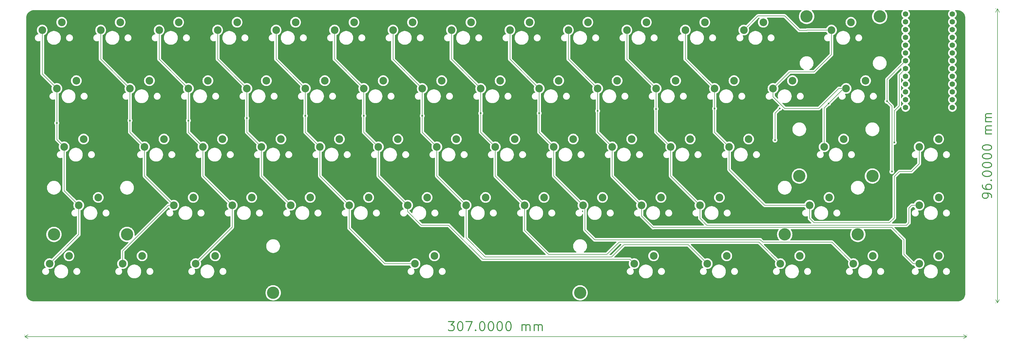
<source format=gtl>
G04 #@! TF.GenerationSoftware,KiCad,Pcbnew,8.0.0*
G04 #@! TF.CreationDate,2025-03-21T19:28:15+07:00*
G04 #@! TF.ProjectId,60Keyboard,36304b65-7962-46f6-9172-642e6b696361,rev?*
G04 #@! TF.SameCoordinates,Original*
G04 #@! TF.FileFunction,Copper,L1,Top*
G04 #@! TF.FilePolarity,Positive*
%FSLAX46Y46*%
G04 Gerber Fmt 4.6, Leading zero omitted, Abs format (unit mm)*
G04 Created by KiCad (PCBNEW 8.0.0) date 2025-03-21 19:28:15*
%MOMM*%
%LPD*%
G01*
G04 APERTURE LIST*
%ADD10C,0.300000*%
G04 #@! TA.AperFunction,NonConductor*
%ADD11C,0.300000*%
G04 #@! TD*
G04 #@! TA.AperFunction,NonConductor*
%ADD12C,0.200000*%
G04 #@! TD*
G04 #@! TA.AperFunction,ComponentPad*
%ADD13C,2.500000*%
G04 #@! TD*
G04 #@! TA.AperFunction,ComponentPad*
%ADD14C,4.000000*%
G04 #@! TD*
G04 #@! TA.AperFunction,ComponentPad*
%ADD15C,1.778000*%
G04 #@! TD*
G04 #@! TA.AperFunction,ViaPad*
%ADD16C,0.600000*%
G04 #@! TD*
G04 #@! TA.AperFunction,Conductor*
%ADD17C,0.200000*%
G04 #@! TD*
G04 APERTURE END LIST*
D10*
D11*
X138071428Y-102072257D02*
X139928571Y-102072257D01*
X139928571Y-102072257D02*
X138928571Y-103215114D01*
X138928571Y-103215114D02*
X139357142Y-103215114D01*
X139357142Y-103215114D02*
X139642857Y-103357971D01*
X139642857Y-103357971D02*
X139785714Y-103500828D01*
X139785714Y-103500828D02*
X139928571Y-103786542D01*
X139928571Y-103786542D02*
X139928571Y-104500828D01*
X139928571Y-104500828D02*
X139785714Y-104786542D01*
X139785714Y-104786542D02*
X139642857Y-104929400D01*
X139642857Y-104929400D02*
X139357142Y-105072257D01*
X139357142Y-105072257D02*
X138499999Y-105072257D01*
X138499999Y-105072257D02*
X138214285Y-104929400D01*
X138214285Y-104929400D02*
X138071428Y-104786542D01*
X141785714Y-102072257D02*
X142071428Y-102072257D01*
X142071428Y-102072257D02*
X142357142Y-102215114D01*
X142357142Y-102215114D02*
X142500000Y-102357971D01*
X142500000Y-102357971D02*
X142642857Y-102643685D01*
X142642857Y-102643685D02*
X142785714Y-103215114D01*
X142785714Y-103215114D02*
X142785714Y-103929400D01*
X142785714Y-103929400D02*
X142642857Y-104500828D01*
X142642857Y-104500828D02*
X142500000Y-104786542D01*
X142500000Y-104786542D02*
X142357142Y-104929400D01*
X142357142Y-104929400D02*
X142071428Y-105072257D01*
X142071428Y-105072257D02*
X141785714Y-105072257D01*
X141785714Y-105072257D02*
X141500000Y-104929400D01*
X141500000Y-104929400D02*
X141357142Y-104786542D01*
X141357142Y-104786542D02*
X141214285Y-104500828D01*
X141214285Y-104500828D02*
X141071428Y-103929400D01*
X141071428Y-103929400D02*
X141071428Y-103215114D01*
X141071428Y-103215114D02*
X141214285Y-102643685D01*
X141214285Y-102643685D02*
X141357142Y-102357971D01*
X141357142Y-102357971D02*
X141500000Y-102215114D01*
X141500000Y-102215114D02*
X141785714Y-102072257D01*
X143785714Y-102072257D02*
X145785714Y-102072257D01*
X145785714Y-102072257D02*
X144500000Y-105072257D01*
X146928571Y-104786542D02*
X147071428Y-104929400D01*
X147071428Y-104929400D02*
X146928571Y-105072257D01*
X146928571Y-105072257D02*
X146785714Y-104929400D01*
X146785714Y-104929400D02*
X146928571Y-104786542D01*
X146928571Y-104786542D02*
X146928571Y-105072257D01*
X148928571Y-102072257D02*
X149214285Y-102072257D01*
X149214285Y-102072257D02*
X149499999Y-102215114D01*
X149499999Y-102215114D02*
X149642857Y-102357971D01*
X149642857Y-102357971D02*
X149785714Y-102643685D01*
X149785714Y-102643685D02*
X149928571Y-103215114D01*
X149928571Y-103215114D02*
X149928571Y-103929400D01*
X149928571Y-103929400D02*
X149785714Y-104500828D01*
X149785714Y-104500828D02*
X149642857Y-104786542D01*
X149642857Y-104786542D02*
X149499999Y-104929400D01*
X149499999Y-104929400D02*
X149214285Y-105072257D01*
X149214285Y-105072257D02*
X148928571Y-105072257D01*
X148928571Y-105072257D02*
X148642857Y-104929400D01*
X148642857Y-104929400D02*
X148499999Y-104786542D01*
X148499999Y-104786542D02*
X148357142Y-104500828D01*
X148357142Y-104500828D02*
X148214285Y-103929400D01*
X148214285Y-103929400D02*
X148214285Y-103215114D01*
X148214285Y-103215114D02*
X148357142Y-102643685D01*
X148357142Y-102643685D02*
X148499999Y-102357971D01*
X148499999Y-102357971D02*
X148642857Y-102215114D01*
X148642857Y-102215114D02*
X148928571Y-102072257D01*
X151785714Y-102072257D02*
X152071428Y-102072257D01*
X152071428Y-102072257D02*
X152357142Y-102215114D01*
X152357142Y-102215114D02*
X152500000Y-102357971D01*
X152500000Y-102357971D02*
X152642857Y-102643685D01*
X152642857Y-102643685D02*
X152785714Y-103215114D01*
X152785714Y-103215114D02*
X152785714Y-103929400D01*
X152785714Y-103929400D02*
X152642857Y-104500828D01*
X152642857Y-104500828D02*
X152500000Y-104786542D01*
X152500000Y-104786542D02*
X152357142Y-104929400D01*
X152357142Y-104929400D02*
X152071428Y-105072257D01*
X152071428Y-105072257D02*
X151785714Y-105072257D01*
X151785714Y-105072257D02*
X151500000Y-104929400D01*
X151500000Y-104929400D02*
X151357142Y-104786542D01*
X151357142Y-104786542D02*
X151214285Y-104500828D01*
X151214285Y-104500828D02*
X151071428Y-103929400D01*
X151071428Y-103929400D02*
X151071428Y-103215114D01*
X151071428Y-103215114D02*
X151214285Y-102643685D01*
X151214285Y-102643685D02*
X151357142Y-102357971D01*
X151357142Y-102357971D02*
X151500000Y-102215114D01*
X151500000Y-102215114D02*
X151785714Y-102072257D01*
X154642857Y-102072257D02*
X154928571Y-102072257D01*
X154928571Y-102072257D02*
X155214285Y-102215114D01*
X155214285Y-102215114D02*
X155357143Y-102357971D01*
X155357143Y-102357971D02*
X155500000Y-102643685D01*
X155500000Y-102643685D02*
X155642857Y-103215114D01*
X155642857Y-103215114D02*
X155642857Y-103929400D01*
X155642857Y-103929400D02*
X155500000Y-104500828D01*
X155500000Y-104500828D02*
X155357143Y-104786542D01*
X155357143Y-104786542D02*
X155214285Y-104929400D01*
X155214285Y-104929400D02*
X154928571Y-105072257D01*
X154928571Y-105072257D02*
X154642857Y-105072257D01*
X154642857Y-105072257D02*
X154357143Y-104929400D01*
X154357143Y-104929400D02*
X154214285Y-104786542D01*
X154214285Y-104786542D02*
X154071428Y-104500828D01*
X154071428Y-104500828D02*
X153928571Y-103929400D01*
X153928571Y-103929400D02*
X153928571Y-103215114D01*
X153928571Y-103215114D02*
X154071428Y-102643685D01*
X154071428Y-102643685D02*
X154214285Y-102357971D01*
X154214285Y-102357971D02*
X154357143Y-102215114D01*
X154357143Y-102215114D02*
X154642857Y-102072257D01*
X157500000Y-102072257D02*
X157785714Y-102072257D01*
X157785714Y-102072257D02*
X158071428Y-102215114D01*
X158071428Y-102215114D02*
X158214286Y-102357971D01*
X158214286Y-102357971D02*
X158357143Y-102643685D01*
X158357143Y-102643685D02*
X158500000Y-103215114D01*
X158500000Y-103215114D02*
X158500000Y-103929400D01*
X158500000Y-103929400D02*
X158357143Y-104500828D01*
X158357143Y-104500828D02*
X158214286Y-104786542D01*
X158214286Y-104786542D02*
X158071428Y-104929400D01*
X158071428Y-104929400D02*
X157785714Y-105072257D01*
X157785714Y-105072257D02*
X157500000Y-105072257D01*
X157500000Y-105072257D02*
X157214286Y-104929400D01*
X157214286Y-104929400D02*
X157071428Y-104786542D01*
X157071428Y-104786542D02*
X156928571Y-104500828D01*
X156928571Y-104500828D02*
X156785714Y-103929400D01*
X156785714Y-103929400D02*
X156785714Y-103215114D01*
X156785714Y-103215114D02*
X156928571Y-102643685D01*
X156928571Y-102643685D02*
X157071428Y-102357971D01*
X157071428Y-102357971D02*
X157214286Y-102215114D01*
X157214286Y-102215114D02*
X157500000Y-102072257D01*
X162071428Y-105072257D02*
X162071428Y-103072257D01*
X162071428Y-103357971D02*
X162214285Y-103215114D01*
X162214285Y-103215114D02*
X162500000Y-103072257D01*
X162500000Y-103072257D02*
X162928571Y-103072257D01*
X162928571Y-103072257D02*
X163214285Y-103215114D01*
X163214285Y-103215114D02*
X163357143Y-103500828D01*
X163357143Y-103500828D02*
X163357143Y-105072257D01*
X163357143Y-103500828D02*
X163500000Y-103215114D01*
X163500000Y-103215114D02*
X163785714Y-103072257D01*
X163785714Y-103072257D02*
X164214285Y-103072257D01*
X164214285Y-103072257D02*
X164500000Y-103215114D01*
X164500000Y-103215114D02*
X164642857Y-103500828D01*
X164642857Y-103500828D02*
X164642857Y-105072257D01*
X166071428Y-105072257D02*
X166071428Y-103072257D01*
X166071428Y-103357971D02*
X166214285Y-103215114D01*
X166214285Y-103215114D02*
X166500000Y-103072257D01*
X166500000Y-103072257D02*
X166928571Y-103072257D01*
X166928571Y-103072257D02*
X167214285Y-103215114D01*
X167214285Y-103215114D02*
X167357143Y-103500828D01*
X167357143Y-103500828D02*
X167357143Y-105072257D01*
X167357143Y-103500828D02*
X167500000Y-103215114D01*
X167500000Y-103215114D02*
X167785714Y-103072257D01*
X167785714Y-103072257D02*
X168214285Y-103072257D01*
X168214285Y-103072257D02*
X168500000Y-103215114D01*
X168500000Y-103215114D02*
X168642857Y-103500828D01*
X168642857Y-103500828D02*
X168642857Y-105072257D01*
D12*
X0Y-106500000D02*
X0Y-106413580D01*
X307000000Y-106500000D02*
X307000000Y-106413580D01*
X0Y-107000000D02*
X307000000Y-107000000D01*
X0Y-107000000D02*
X307000000Y-107000000D01*
X0Y-107000000D02*
X1126504Y-106413579D01*
X0Y-107000000D02*
X1126504Y-107586421D01*
X307000000Y-107000000D02*
X305873496Y-107586421D01*
X307000000Y-107000000D02*
X305873496Y-106413579D01*
D10*
D11*
X315072257Y-61571428D02*
X315072257Y-60999999D01*
X315072257Y-60999999D02*
X314929400Y-60714285D01*
X314929400Y-60714285D02*
X314786542Y-60571428D01*
X314786542Y-60571428D02*
X314357971Y-60285713D01*
X314357971Y-60285713D02*
X313786542Y-60142856D01*
X313786542Y-60142856D02*
X312643685Y-60142856D01*
X312643685Y-60142856D02*
X312357971Y-60285713D01*
X312357971Y-60285713D02*
X312215114Y-60428571D01*
X312215114Y-60428571D02*
X312072257Y-60714285D01*
X312072257Y-60714285D02*
X312072257Y-61285713D01*
X312072257Y-61285713D02*
X312215114Y-61571428D01*
X312215114Y-61571428D02*
X312357971Y-61714285D01*
X312357971Y-61714285D02*
X312643685Y-61857142D01*
X312643685Y-61857142D02*
X313357971Y-61857142D01*
X313357971Y-61857142D02*
X313643685Y-61714285D01*
X313643685Y-61714285D02*
X313786542Y-61571428D01*
X313786542Y-61571428D02*
X313929400Y-61285713D01*
X313929400Y-61285713D02*
X313929400Y-60714285D01*
X313929400Y-60714285D02*
X313786542Y-60428571D01*
X313786542Y-60428571D02*
X313643685Y-60285713D01*
X313643685Y-60285713D02*
X313357971Y-60142856D01*
X312072257Y-57571428D02*
X312072257Y-58142856D01*
X312072257Y-58142856D02*
X312215114Y-58428570D01*
X312215114Y-58428570D02*
X312357971Y-58571428D01*
X312357971Y-58571428D02*
X312786542Y-58857142D01*
X312786542Y-58857142D02*
X313357971Y-58999999D01*
X313357971Y-58999999D02*
X314500828Y-58999999D01*
X314500828Y-58999999D02*
X314786542Y-58857142D01*
X314786542Y-58857142D02*
X314929400Y-58714285D01*
X314929400Y-58714285D02*
X315072257Y-58428570D01*
X315072257Y-58428570D02*
X315072257Y-57857142D01*
X315072257Y-57857142D02*
X314929400Y-57571428D01*
X314929400Y-57571428D02*
X314786542Y-57428570D01*
X314786542Y-57428570D02*
X314500828Y-57285713D01*
X314500828Y-57285713D02*
X313786542Y-57285713D01*
X313786542Y-57285713D02*
X313500828Y-57428570D01*
X313500828Y-57428570D02*
X313357971Y-57571428D01*
X313357971Y-57571428D02*
X313215114Y-57857142D01*
X313215114Y-57857142D02*
X313215114Y-58428570D01*
X313215114Y-58428570D02*
X313357971Y-58714285D01*
X313357971Y-58714285D02*
X313500828Y-58857142D01*
X313500828Y-58857142D02*
X313786542Y-58999999D01*
X314786542Y-55999999D02*
X314929400Y-55857142D01*
X314929400Y-55857142D02*
X315072257Y-55999999D01*
X315072257Y-55999999D02*
X314929400Y-56142856D01*
X314929400Y-56142856D02*
X314786542Y-55999999D01*
X314786542Y-55999999D02*
X315072257Y-55999999D01*
X312072257Y-53999999D02*
X312072257Y-53714285D01*
X312072257Y-53714285D02*
X312215114Y-53428571D01*
X312215114Y-53428571D02*
X312357971Y-53285714D01*
X312357971Y-53285714D02*
X312643685Y-53142856D01*
X312643685Y-53142856D02*
X313215114Y-52999999D01*
X313215114Y-52999999D02*
X313929400Y-52999999D01*
X313929400Y-52999999D02*
X314500828Y-53142856D01*
X314500828Y-53142856D02*
X314786542Y-53285714D01*
X314786542Y-53285714D02*
X314929400Y-53428571D01*
X314929400Y-53428571D02*
X315072257Y-53714285D01*
X315072257Y-53714285D02*
X315072257Y-53999999D01*
X315072257Y-53999999D02*
X314929400Y-54285714D01*
X314929400Y-54285714D02*
X314786542Y-54428571D01*
X314786542Y-54428571D02*
X314500828Y-54571428D01*
X314500828Y-54571428D02*
X313929400Y-54714285D01*
X313929400Y-54714285D02*
X313215114Y-54714285D01*
X313215114Y-54714285D02*
X312643685Y-54571428D01*
X312643685Y-54571428D02*
X312357971Y-54428571D01*
X312357971Y-54428571D02*
X312215114Y-54285714D01*
X312215114Y-54285714D02*
X312072257Y-53999999D01*
X312072257Y-51142856D02*
X312072257Y-50857142D01*
X312072257Y-50857142D02*
X312215114Y-50571428D01*
X312215114Y-50571428D02*
X312357971Y-50428571D01*
X312357971Y-50428571D02*
X312643685Y-50285713D01*
X312643685Y-50285713D02*
X313215114Y-50142856D01*
X313215114Y-50142856D02*
X313929400Y-50142856D01*
X313929400Y-50142856D02*
X314500828Y-50285713D01*
X314500828Y-50285713D02*
X314786542Y-50428571D01*
X314786542Y-50428571D02*
X314929400Y-50571428D01*
X314929400Y-50571428D02*
X315072257Y-50857142D01*
X315072257Y-50857142D02*
X315072257Y-51142856D01*
X315072257Y-51142856D02*
X314929400Y-51428571D01*
X314929400Y-51428571D02*
X314786542Y-51571428D01*
X314786542Y-51571428D02*
X314500828Y-51714285D01*
X314500828Y-51714285D02*
X313929400Y-51857142D01*
X313929400Y-51857142D02*
X313215114Y-51857142D01*
X313215114Y-51857142D02*
X312643685Y-51714285D01*
X312643685Y-51714285D02*
X312357971Y-51571428D01*
X312357971Y-51571428D02*
X312215114Y-51428571D01*
X312215114Y-51428571D02*
X312072257Y-51142856D01*
X312072257Y-48285713D02*
X312072257Y-47999999D01*
X312072257Y-47999999D02*
X312215114Y-47714285D01*
X312215114Y-47714285D02*
X312357971Y-47571428D01*
X312357971Y-47571428D02*
X312643685Y-47428570D01*
X312643685Y-47428570D02*
X313215114Y-47285713D01*
X313215114Y-47285713D02*
X313929400Y-47285713D01*
X313929400Y-47285713D02*
X314500828Y-47428570D01*
X314500828Y-47428570D02*
X314786542Y-47571428D01*
X314786542Y-47571428D02*
X314929400Y-47714285D01*
X314929400Y-47714285D02*
X315072257Y-47999999D01*
X315072257Y-47999999D02*
X315072257Y-48285713D01*
X315072257Y-48285713D02*
X314929400Y-48571428D01*
X314929400Y-48571428D02*
X314786542Y-48714285D01*
X314786542Y-48714285D02*
X314500828Y-48857142D01*
X314500828Y-48857142D02*
X313929400Y-48999999D01*
X313929400Y-48999999D02*
X313215114Y-48999999D01*
X313215114Y-48999999D02*
X312643685Y-48857142D01*
X312643685Y-48857142D02*
X312357971Y-48714285D01*
X312357971Y-48714285D02*
X312215114Y-48571428D01*
X312215114Y-48571428D02*
X312072257Y-48285713D01*
X312072257Y-45428570D02*
X312072257Y-45142856D01*
X312072257Y-45142856D02*
X312215114Y-44857142D01*
X312215114Y-44857142D02*
X312357971Y-44714285D01*
X312357971Y-44714285D02*
X312643685Y-44571427D01*
X312643685Y-44571427D02*
X313215114Y-44428570D01*
X313215114Y-44428570D02*
X313929400Y-44428570D01*
X313929400Y-44428570D02*
X314500828Y-44571427D01*
X314500828Y-44571427D02*
X314786542Y-44714285D01*
X314786542Y-44714285D02*
X314929400Y-44857142D01*
X314929400Y-44857142D02*
X315072257Y-45142856D01*
X315072257Y-45142856D02*
X315072257Y-45428570D01*
X315072257Y-45428570D02*
X314929400Y-45714285D01*
X314929400Y-45714285D02*
X314786542Y-45857142D01*
X314786542Y-45857142D02*
X314500828Y-45999999D01*
X314500828Y-45999999D02*
X313929400Y-46142856D01*
X313929400Y-46142856D02*
X313215114Y-46142856D01*
X313215114Y-46142856D02*
X312643685Y-45999999D01*
X312643685Y-45999999D02*
X312357971Y-45857142D01*
X312357971Y-45857142D02*
X312215114Y-45714285D01*
X312215114Y-45714285D02*
X312072257Y-45428570D01*
X315072257Y-40857142D02*
X313072257Y-40857142D01*
X313357971Y-40857142D02*
X313215114Y-40714285D01*
X313215114Y-40714285D02*
X313072257Y-40428570D01*
X313072257Y-40428570D02*
X313072257Y-39999999D01*
X313072257Y-39999999D02*
X313215114Y-39714285D01*
X313215114Y-39714285D02*
X313500828Y-39571428D01*
X313500828Y-39571428D02*
X315072257Y-39571428D01*
X313500828Y-39571428D02*
X313215114Y-39428570D01*
X313215114Y-39428570D02*
X313072257Y-39142856D01*
X313072257Y-39142856D02*
X313072257Y-38714285D01*
X313072257Y-38714285D02*
X313215114Y-38428570D01*
X313215114Y-38428570D02*
X313500828Y-38285713D01*
X313500828Y-38285713D02*
X315072257Y-38285713D01*
X315072257Y-36857142D02*
X313072257Y-36857142D01*
X313357971Y-36857142D02*
X313215114Y-36714285D01*
X313215114Y-36714285D02*
X313072257Y-36428570D01*
X313072257Y-36428570D02*
X313072257Y-35999999D01*
X313072257Y-35999999D02*
X313215114Y-35714285D01*
X313215114Y-35714285D02*
X313500828Y-35571428D01*
X313500828Y-35571428D02*
X315072257Y-35571428D01*
X313500828Y-35571428D02*
X313215114Y-35428570D01*
X313215114Y-35428570D02*
X313072257Y-35142856D01*
X313072257Y-35142856D02*
X313072257Y-34714285D01*
X313072257Y-34714285D02*
X313215114Y-34428570D01*
X313215114Y-34428570D02*
X313500828Y-34285713D01*
X313500828Y-34285713D02*
X315072257Y-34285713D01*
D12*
X316500000Y-96000000D02*
X316413580Y-96000000D01*
X316500000Y0D02*
X316413580Y0D01*
X317000000Y-96000000D02*
X317000000Y0D01*
X317000000Y-96000000D02*
X317000000Y0D01*
X317000000Y-96000000D02*
X316413579Y-94873496D01*
X317000000Y-96000000D02*
X317586421Y-94873496D01*
X317000000Y0D02*
X317586421Y-1126504D01*
X317000000Y0D02*
X316413579Y-1126504D01*
D13*
X96202500Y-45085000D03*
X102552500Y-42545000D03*
D14*
X254793750Y-2540000D03*
X278606250Y-2540000D03*
D13*
X43815000Y-6985000D03*
X50165000Y-4445000D03*
X200977500Y-64135000D03*
X207327500Y-61595000D03*
X81915000Y-6985000D03*
X88265000Y-4445000D03*
D14*
X180975000Y-92710000D03*
X80962500Y-92710000D03*
D13*
X77152500Y-45085000D03*
X83502500Y-42545000D03*
X5715000Y-6985000D03*
X12065000Y-4445000D03*
X220027500Y-64135000D03*
X226377500Y-61595000D03*
D14*
X33337500Y-73660000D03*
X9525000Y-73660000D03*
D13*
X158115000Y-6985000D03*
X164465000Y-4445000D03*
X12858750Y-45085000D03*
X19208750Y-42545000D03*
X291465000Y-45085000D03*
X297815000Y-42545000D03*
X291465000Y-83185000D03*
X297815000Y-80645000D03*
X262890000Y-6985000D03*
X269240000Y-4445000D03*
X17621250Y-64135000D03*
X23971250Y-61595000D03*
X62865000Y-6985000D03*
X69215000Y-4445000D03*
X86677500Y-64135000D03*
X93027500Y-61595000D03*
X55721250Y-83185000D03*
X62071250Y-80645000D03*
X67627500Y-64135000D03*
X73977500Y-61595000D03*
X34290000Y-26035000D03*
X40640000Y-23495000D03*
X234315000Y-6985000D03*
X240665000Y-4445000D03*
X246221250Y-83185000D03*
X252571250Y-80645000D03*
X162877500Y-64135000D03*
X169227500Y-61595000D03*
X148590000Y-26035000D03*
X154940000Y-23495000D03*
X243840000Y-26035000D03*
X250190000Y-23495000D03*
X31908750Y-83185000D03*
X38258750Y-80645000D03*
X270033750Y-83185000D03*
X276383750Y-80645000D03*
X291465000Y-64135000D03*
X297815000Y-61595000D03*
X167640000Y-26035000D03*
X173990000Y-23495000D03*
X198596250Y-83185000D03*
X204946250Y-80645000D03*
X215265000Y-6985000D03*
X221615000Y-4445000D03*
D14*
X271462500Y-73660000D03*
X247650000Y-73660000D03*
D13*
X134302500Y-45085000D03*
X140652500Y-42545000D03*
D15*
X287041496Y-1770000D03*
X287041496Y-4310000D03*
X287041496Y-6850000D03*
X287041496Y-9390000D03*
X287041496Y-11930000D03*
X287041496Y-14470000D03*
X287041496Y-17010000D03*
X287041496Y-19550000D03*
X287041496Y-22090000D03*
X287041496Y-24630000D03*
X287041496Y-27170000D03*
X287041496Y-29710000D03*
X287041496Y-32250000D03*
X302281496Y-1770000D03*
X302281496Y-4310000D03*
X302281496Y-6850000D03*
X302281496Y-9390000D03*
X302281496Y-11930000D03*
X302281496Y-14470000D03*
X302281496Y-17010000D03*
X302281496Y-19550000D03*
X302281496Y-22090000D03*
X302281496Y-24630000D03*
X302281496Y-27170000D03*
X302281496Y-29710000D03*
X302281496Y-32250000D03*
D13*
X24765000Y-6985000D03*
X31115000Y-4445000D03*
X267652500Y-26035000D03*
X274002500Y-23495000D03*
X222408750Y-83185000D03*
X228758750Y-80645000D03*
X129540000Y-26035000D03*
X135890000Y-23495000D03*
X172402500Y-45085000D03*
X178752500Y-42545000D03*
X224790000Y-26035000D03*
X231140000Y-23495000D03*
X39052500Y-45085000D03*
X45402500Y-42545000D03*
X205740000Y-26035000D03*
X212090000Y-23495000D03*
X91440000Y-26035000D03*
X97790000Y-23495000D03*
X58102500Y-45085000D03*
X64452500Y-42545000D03*
X105727500Y-64135000D03*
X112077500Y-61595000D03*
X110490000Y-26035000D03*
X116840000Y-23495000D03*
X124777500Y-64135000D03*
X131127500Y-61595000D03*
X8096250Y-83185000D03*
X14446250Y-80645000D03*
X210502500Y-45085000D03*
X216852500Y-42545000D03*
X120015000Y-6985000D03*
X126365000Y-4445000D03*
X127158750Y-83185000D03*
X133508750Y-80645000D03*
X186690000Y-26035000D03*
X193040000Y-23495000D03*
X153352500Y-45085000D03*
X159702500Y-42545000D03*
X260508750Y-45085000D03*
X266858750Y-42545000D03*
X255746250Y-64135000D03*
X262096250Y-61595000D03*
X100965000Y-6985000D03*
X107315000Y-4445000D03*
X48577500Y-64135000D03*
X54927500Y-61595000D03*
X115252500Y-45085000D03*
X121602500Y-42545000D03*
X229552500Y-45085000D03*
X235902500Y-42545000D03*
D14*
X276225000Y-54610000D03*
X252412500Y-54610000D03*
D13*
X10477500Y-26035000D03*
X16827500Y-23495000D03*
X72390000Y-26035000D03*
X78740000Y-23495000D03*
X53340000Y-26035000D03*
X59690000Y-23495000D03*
X196215000Y-6985000D03*
X202565000Y-4445000D03*
X143827500Y-64135000D03*
X150177500Y-61595000D03*
X181927500Y-64135000D03*
X188277500Y-61595000D03*
X177165000Y-6985000D03*
X183515000Y-4445000D03*
X139065000Y-6985000D03*
X145415000Y-4445000D03*
X191452500Y-45085000D03*
X197802500Y-42545000D03*
D16*
X246062500Y-32543750D03*
X244475000Y-42862500D03*
X280987500Y-30225000D03*
X282575000Y-53181250D03*
X283368750Y-43656250D03*
X10477500Y-37306250D03*
X34290000Y-36512500D03*
X53340000Y-36512500D03*
X72390000Y-35718750D03*
X91440000Y-34925000D03*
X110490000Y-34925000D03*
X129540000Y-34925000D03*
X148590000Y-34131250D03*
X167640000Y-34131250D03*
X186690000Y-33337500D03*
X205740000Y-32702500D03*
X224790000Y-32543750D03*
X261937500Y-30956250D03*
D17*
X244475000Y-34131250D02*
X244475000Y-42862500D01*
X246062500Y-32543750D02*
X244475000Y-34131250D01*
X282575000Y-53181250D02*
X282575000Y-31812500D01*
X280987500Y-30225000D02*
X280987500Y-23063996D01*
X280987500Y-23063996D02*
X287041496Y-17010000D01*
X282575000Y-31812500D02*
X280987500Y-30225000D01*
X284956250Y-21635246D02*
X287041496Y-19550000D01*
X284956250Y-31750000D02*
X284956250Y-21635246D01*
X283368750Y-33337500D02*
X284956250Y-31750000D01*
X283368750Y-43656250D02*
X283368750Y-33337500D01*
X10477500Y-37306250D02*
X10477500Y-42703750D01*
X12858750Y-45085000D02*
X12858750Y-59372500D01*
X12858750Y-59372500D02*
X17621250Y-64135000D01*
X17621250Y-73660000D02*
X8096250Y-83185000D01*
X10477500Y-26035000D02*
X10477500Y-37306250D01*
X10477500Y-42703750D02*
X12858750Y-45085000D01*
X5715000Y-6985000D02*
X5715000Y-21272500D01*
X17621250Y-64135000D02*
X17621250Y-73660000D01*
X5715000Y-21272500D02*
X10477500Y-26035000D01*
X39052500Y-45085000D02*
X39052500Y-54610000D01*
X48577500Y-64135000D02*
X46809734Y-64135000D01*
X34290000Y-36512500D02*
X34290000Y-40322500D01*
X46809734Y-64135000D02*
X31908750Y-79035984D01*
X34290000Y-40322500D02*
X39052500Y-45085000D01*
X39052500Y-54610000D02*
X48577500Y-64135000D01*
X34290000Y-26035000D02*
X34290000Y-36512500D01*
X31908750Y-79035984D02*
X31908750Y-83185000D01*
X24765000Y-16510000D02*
X34290000Y-26035000D01*
X24765000Y-6985000D02*
X24765000Y-16510000D01*
X58102500Y-54610000D02*
X67627500Y-64135000D01*
X67627500Y-64135000D02*
X67627500Y-71278750D01*
X43815000Y-6985000D02*
X43815000Y-16510000D01*
X58102500Y-45085000D02*
X58102500Y-54610000D01*
X67627500Y-71278750D02*
X55721250Y-83185000D01*
X53340000Y-36512500D02*
X53340000Y-40322500D01*
X43815000Y-16510000D02*
X53340000Y-26035000D01*
X53340000Y-40322500D02*
X58102500Y-45085000D01*
X53340000Y-26035000D02*
X53340000Y-36512500D01*
X77152500Y-54610000D02*
X86677500Y-64135000D01*
X62865000Y-16510000D02*
X72390000Y-26035000D01*
X62865000Y-6985000D02*
X62865000Y-16510000D01*
X72390000Y-40322500D02*
X77152500Y-45085000D01*
X72390000Y-26035000D02*
X72390000Y-35718750D01*
X77152500Y-45085000D02*
X77152500Y-54610000D01*
X72390000Y-35718750D02*
X72390000Y-40322500D01*
X105727500Y-71596250D02*
X105727500Y-64135000D01*
X91440000Y-26035000D02*
X91440000Y-34925000D01*
X117316250Y-83185000D02*
X105727500Y-71596250D01*
X91440000Y-40322500D02*
X96202500Y-45085000D01*
X81915000Y-6985000D02*
X81915000Y-16510000D01*
X127158750Y-83185000D02*
X117316250Y-83185000D01*
X91440000Y-34925000D02*
X91440000Y-40322500D01*
X81915000Y-16510000D02*
X91440000Y-26035000D01*
X96202500Y-54610000D02*
X105727500Y-64135000D01*
X96202500Y-45085000D02*
X96202500Y-54610000D01*
X110490000Y-26035000D02*
X110490000Y-34925000D01*
X115252500Y-54610000D02*
X124777500Y-64135000D01*
X198596250Y-83185000D02*
X197167500Y-81756250D01*
X110490000Y-40322500D02*
X115252500Y-45085000D01*
X110490000Y-34925000D02*
X110490000Y-40322500D01*
X124777500Y-66188402D02*
X124777500Y-64135000D01*
X197167500Y-81756250D02*
X149225000Y-81756250D01*
X149225000Y-81756250D02*
X138112500Y-70643750D01*
X100965000Y-6985000D02*
X100965000Y-16510000D01*
X138112500Y-70643750D02*
X129232848Y-70643750D01*
X100965000Y-16510000D02*
X110490000Y-26035000D01*
X129232848Y-70643750D02*
X124777500Y-66188402D01*
X115252500Y-45085000D02*
X115252500Y-54610000D01*
X143827500Y-64135000D02*
X143827500Y-74771250D01*
X134302500Y-45085000D02*
X134302500Y-54610000D01*
X129540000Y-40322500D02*
X134302500Y-45085000D01*
X143827500Y-74771250D02*
X150018750Y-80962500D01*
X195262500Y-76993750D02*
X216217500Y-76993750D01*
X120015000Y-6985000D02*
X120015000Y-16510000D01*
X150018750Y-80962500D02*
X191293750Y-80962500D01*
X120015000Y-16510000D02*
X129540000Y-26035000D01*
X134302500Y-54610000D02*
X143827500Y-64135000D01*
X216217500Y-76993750D02*
X222408750Y-83185000D01*
X129540000Y-26035000D02*
X129540000Y-34925000D01*
X191293750Y-80962500D02*
X195262500Y-76993750D01*
X129540000Y-34925000D02*
X129540000Y-40322500D01*
X139065000Y-16510000D02*
X148590000Y-26035000D01*
X162877500Y-64135000D02*
X162877500Y-72390000D01*
X170656250Y-80168750D02*
X189706250Y-80168750D01*
X153352500Y-45085000D02*
X153352500Y-54610000D01*
X148590000Y-40322500D02*
X153352500Y-45085000D01*
X239236250Y-76200000D02*
X246221250Y-83185000D01*
X148590000Y-34131250D02*
X148590000Y-40322500D01*
X139065000Y-6985000D02*
X139065000Y-16510000D01*
X193675000Y-76200000D02*
X239236250Y-76200000D01*
X148590000Y-26035000D02*
X148590000Y-34131250D01*
X162877500Y-72390000D02*
X170656250Y-80168750D01*
X189706250Y-80168750D02*
X193675000Y-76200000D01*
X153352500Y-54610000D02*
X162877500Y-64135000D01*
X239712500Y-75406250D02*
X185737500Y-75406250D01*
X263048750Y-76200000D02*
X240506250Y-76200000D01*
X185737500Y-75406250D02*
X182562500Y-72231250D01*
X182562500Y-64770000D02*
X181927500Y-64135000D01*
X167640000Y-34131250D02*
X167640000Y-40322500D01*
X240506250Y-76200000D02*
X239712500Y-75406250D01*
X172402500Y-54610000D02*
X181927500Y-64135000D01*
X158115000Y-6985000D02*
X158115000Y-16510000D01*
X158115000Y-16510000D02*
X167640000Y-26035000D01*
X182562500Y-72231250D02*
X182562500Y-64770000D01*
X167640000Y-40322500D02*
X172402500Y-45085000D01*
X172402500Y-45085000D02*
X172402500Y-54610000D01*
X270033750Y-83185000D02*
X263048750Y-76200000D01*
X167640000Y-26035000D02*
X167640000Y-34131250D01*
X204787500Y-71437500D02*
X204865000Y-71360000D01*
X200977500Y-64135000D02*
X200977500Y-67627500D01*
X186690000Y-33337500D02*
X186690000Y-40322500D01*
X177165000Y-6985000D02*
X177165000Y-16510000D01*
X186690000Y-40322500D02*
X191452500Y-45085000D01*
X291465000Y-83185000D02*
X289560000Y-83185000D01*
X191452500Y-54610000D02*
X200977500Y-64135000D01*
X286543750Y-75406250D02*
X282497500Y-71360000D01*
X186690000Y-26035000D02*
X186690000Y-33337500D01*
X191452500Y-45085000D02*
X191452500Y-54610000D01*
X286543750Y-80168750D02*
X286543750Y-75406250D01*
X200977500Y-67627500D02*
X204787500Y-71437500D01*
X204865000Y-71360000D02*
X282497500Y-71360000D01*
X177165000Y-16510000D02*
X186690000Y-26035000D01*
X289560000Y-83185000D02*
X286543750Y-80168750D01*
X205740000Y-32702500D02*
X205740000Y-40322500D01*
X288131250Y-65087500D02*
X288131250Y-69850000D01*
X210502500Y-45085000D02*
X210502500Y-54610000D01*
X205740000Y-40322500D02*
X210502500Y-45085000D01*
X289083750Y-64135000D02*
X288131250Y-65087500D01*
X205740000Y-32702500D02*
X205740000Y-26035000D01*
X196215000Y-16510000D02*
X205740000Y-26035000D01*
X291465000Y-64135000D02*
X289083750Y-64135000D01*
X288131250Y-69850000D02*
X287337500Y-70643750D01*
X287337500Y-70643750D02*
X222250000Y-70643750D01*
X222250000Y-70643750D02*
X220027500Y-68421250D01*
X220027500Y-68421250D02*
X220027500Y-64135000D01*
X196215000Y-6985000D02*
X196215000Y-16510000D01*
X210502500Y-54610000D02*
X220027500Y-64135000D01*
X215265000Y-16510000D02*
X224790000Y-26035000D01*
X284956250Y-53181250D02*
X283368750Y-54768750D01*
X255746250Y-68421250D02*
X257175000Y-69850000D01*
X291465000Y-50641250D02*
X288925000Y-53181250D01*
X291465000Y-45085000D02*
X291465000Y-50641250D01*
X255746250Y-64135000D02*
X255746250Y-68421250D01*
X283368750Y-68262500D02*
X283368750Y-54768750D01*
X229552500Y-52546250D02*
X241141250Y-64135000D01*
X288925000Y-53181250D02*
X284956250Y-53181250D01*
X257175000Y-69850000D02*
X281781250Y-69850000D01*
X281781250Y-69850000D02*
X283368750Y-68262500D01*
X224790000Y-26035000D02*
X224790000Y-32543750D01*
X241141250Y-64135000D02*
X255746250Y-64135000D01*
X215265000Y-6985000D02*
X215265000Y-16510000D01*
X224790000Y-32543750D02*
X224790000Y-40322500D01*
X224790000Y-40322500D02*
X229552500Y-45085000D01*
X229552500Y-45085000D02*
X229552500Y-52546250D01*
X234315000Y-6985000D02*
X238918750Y-2381250D01*
X238918750Y-2381250D02*
X247650000Y-2381250D01*
X262890000Y-14922500D02*
X257175000Y-20637500D01*
X258762500Y-32543750D02*
X265271250Y-26035000D01*
X261937500Y-30956250D02*
X260508750Y-32385000D01*
X266858750Y-26035000D02*
X261937500Y-30956250D01*
X243840000Y-26035000D02*
X243840000Y-28733750D01*
X254793750Y-7080115D02*
X254888865Y-6985000D01*
X254888865Y-6985000D02*
X262890000Y-6985000D01*
X262890000Y-6985000D02*
X262890000Y-14922500D01*
X247650000Y-32543750D02*
X258762500Y-32543750D01*
X243840000Y-28733750D02*
X247650000Y-32543750D01*
X252348865Y-7080115D02*
X254793750Y-7080115D01*
X254793750Y-7080115D02*
X254862231Y-7080115D01*
X247650000Y-2381250D02*
X252348865Y-7080115D01*
X260508750Y-32385000D02*
X260508750Y-45085000D01*
X257175000Y-20637500D02*
X249237500Y-20637500D01*
X265271250Y-26035000D02*
X267652500Y-26035000D01*
X249237500Y-20637500D02*
X243840000Y-26035000D01*
X267652500Y-26035000D02*
X266858750Y-26035000D01*
G04 #@! TA.AperFunction,NonConductor*
G36*
X285761953Y-22661878D02*
G01*
X285794306Y-22705782D01*
X285815277Y-22753592D01*
X285941224Y-22946370D01*
X285941227Y-22946373D01*
X286097188Y-23115792D01*
X286132217Y-23143056D01*
X286282955Y-23260380D01*
X286281972Y-23261641D01*
X286322679Y-23309349D01*
X286332096Y-23378581D01*
X286302588Y-23441914D01*
X286282632Y-23459205D01*
X286282955Y-23459620D01*
X286097190Y-23604206D01*
X286097185Y-23604211D01*
X285941224Y-23773629D01*
X285815278Y-23966405D01*
X285794306Y-24014218D01*
X285749350Y-24067704D01*
X285682614Y-24088394D01*
X285615286Y-24069719D01*
X285568743Y-24017609D01*
X285556750Y-23964408D01*
X285556750Y-22755591D01*
X285576435Y-22688552D01*
X285629239Y-22642797D01*
X285698397Y-22632853D01*
X285761953Y-22661878D01*
G37*
G04 #@! TD.AperFunction*
G04 #@! TA.AperFunction,NonConductor*
G36*
X285761953Y-25201878D02*
G01*
X285794306Y-25245782D01*
X285815277Y-25293592D01*
X285941224Y-25486370D01*
X285941227Y-25486373D01*
X286097188Y-25655792D01*
X286214087Y-25746778D01*
X286282955Y-25800380D01*
X286281972Y-25801641D01*
X286322679Y-25849349D01*
X286332096Y-25918581D01*
X286302588Y-25981914D01*
X286282632Y-25999205D01*
X286282955Y-25999620D01*
X286097190Y-26144206D01*
X286097185Y-26144211D01*
X285941224Y-26313629D01*
X285815278Y-26506405D01*
X285794306Y-26554218D01*
X285749350Y-26607704D01*
X285682614Y-26628394D01*
X285615286Y-26609719D01*
X285568743Y-26557609D01*
X285556750Y-26504408D01*
X285556750Y-25295591D01*
X285576435Y-25228552D01*
X285629239Y-25182797D01*
X285698397Y-25172853D01*
X285761953Y-25201878D01*
G37*
G04 #@! TD.AperFunction*
G04 #@! TA.AperFunction,NonConductor*
G36*
X285761953Y-27741878D02*
G01*
X285794306Y-27785782D01*
X285815277Y-27833592D01*
X285941224Y-28026370D01*
X285941227Y-28026373D01*
X286097188Y-28195792D01*
X286214087Y-28286778D01*
X286282955Y-28340380D01*
X286281972Y-28341641D01*
X286322679Y-28389349D01*
X286332096Y-28458581D01*
X286302588Y-28521914D01*
X286282632Y-28539205D01*
X286282955Y-28539620D01*
X286097190Y-28684206D01*
X286097185Y-28684211D01*
X285941224Y-28853629D01*
X285815278Y-29046405D01*
X285794306Y-29094218D01*
X285749350Y-29147704D01*
X285682614Y-29168394D01*
X285615286Y-29149719D01*
X285568743Y-29097609D01*
X285556750Y-29044408D01*
X285556750Y-27835591D01*
X285576435Y-27768552D01*
X285629239Y-27722797D01*
X285698397Y-27712853D01*
X285761953Y-27741878D01*
G37*
G04 #@! TD.AperFunction*
G04 #@! TA.AperFunction,NonConductor*
G36*
X285761953Y-30281878D02*
G01*
X285794306Y-30325782D01*
X285815277Y-30373592D01*
X285941224Y-30566370D01*
X285970103Y-30597741D01*
X286097188Y-30735792D01*
X286195203Y-30812080D01*
X286282955Y-30880380D01*
X286281972Y-30881641D01*
X286322679Y-30929349D01*
X286332096Y-30998581D01*
X286302588Y-31061914D01*
X286282632Y-31079205D01*
X286282955Y-31079620D01*
X286097190Y-31224206D01*
X286097185Y-31224211D01*
X285941224Y-31393629D01*
X285815278Y-31586405D01*
X285794306Y-31634218D01*
X285749350Y-31687704D01*
X285682614Y-31708394D01*
X285615286Y-31689719D01*
X285568743Y-31637609D01*
X285556750Y-31584408D01*
X285556750Y-30375591D01*
X285576435Y-30308552D01*
X285629239Y-30262797D01*
X285698397Y-30252853D01*
X285761953Y-30281878D01*
G37*
G04 #@! TD.AperFunction*
G04 #@! TA.AperFunction,NonConductor*
G36*
X285566568Y-19436676D02*
G01*
X285622501Y-19478548D01*
X285646918Y-19544012D01*
X285647054Y-19547844D01*
X285666249Y-19779484D01*
X285708870Y-19947793D01*
X285706244Y-20017614D01*
X285676345Y-20065914D01*
X284587536Y-21154724D01*
X284475731Y-21266528D01*
X284475730Y-21266530D01*
X284448981Y-21312861D01*
X284396673Y-21403461D01*
X284355749Y-21556189D01*
X284355749Y-21556191D01*
X284355749Y-21724292D01*
X284355750Y-21724305D01*
X284355750Y-31449903D01*
X284336065Y-31516942D01*
X284319431Y-31537584D01*
X283387181Y-32469834D01*
X283325858Y-32503319D01*
X283256166Y-32498335D01*
X283200233Y-32456463D01*
X283175816Y-32390999D01*
X283175500Y-32382153D01*
X283175500Y-31901559D01*
X283175501Y-31901546D01*
X283175501Y-31733445D01*
X283175501Y-31733443D01*
X283134577Y-31580715D01*
X283109675Y-31537584D01*
X283098492Y-31518214D01*
X283098492Y-31518213D01*
X283055524Y-31443790D01*
X283055521Y-31443786D01*
X283055520Y-31443784D01*
X282943716Y-31331980D01*
X282943715Y-31331979D01*
X282939385Y-31327649D01*
X282939374Y-31327639D01*
X281818200Y-30206465D01*
X281784715Y-30145142D01*
X281782663Y-30132686D01*
X281772868Y-30045745D01*
X281713289Y-29875478D01*
X281617316Y-29722738D01*
X281617314Y-29722736D01*
X281617313Y-29722734D01*
X281615050Y-29719896D01*
X281614159Y-29717715D01*
X281613611Y-29716842D01*
X281613764Y-29716745D01*
X281588644Y-29655209D01*
X281588000Y-29642587D01*
X281588000Y-23364092D01*
X281607685Y-23297053D01*
X281624314Y-23276416D01*
X285435553Y-19465176D01*
X285496876Y-19431692D01*
X285566568Y-19436676D01*
G37*
G04 #@! TD.AperFunction*
G04 #@! TA.AperFunction,NonConductor*
G36*
X253066668Y-520185D02*
G01*
X253112423Y-572989D01*
X253122367Y-642147D01*
X253093342Y-705703D01*
X253084513Y-714892D01*
X252967358Y-824907D01*
X252967356Y-824909D01*
X252766804Y-1067334D01*
X252766801Y-1067338D01*
X252598214Y-1332990D01*
X252598211Y-1332996D01*
X252464249Y-1617678D01*
X252464247Y-1617683D01*
X252367020Y-1916916D01*
X252308061Y-2225988D01*
X252308060Y-2225995D01*
X252288306Y-2539994D01*
X252288306Y-2540005D01*
X252308060Y-2854004D01*
X252308061Y-2854011D01*
X252332969Y-2984584D01*
X252362302Y-3138354D01*
X252367020Y-3163083D01*
X252464247Y-3462316D01*
X252464249Y-3462321D01*
X252598211Y-3747003D01*
X252598214Y-3747009D01*
X252766801Y-4012661D01*
X252766804Y-4012665D01*
X252967356Y-4255090D01*
X252967358Y-4255092D01*
X252967360Y-4255094D01*
X253169584Y-4444995D01*
X253196718Y-4470476D01*
X253196728Y-4470484D01*
X253451254Y-4655408D01*
X253451259Y-4655410D01*
X253451266Y-4655416D01*
X253726984Y-4806994D01*
X253726989Y-4806996D01*
X253726991Y-4806997D01*
X253726992Y-4806998D01*
X254019521Y-4922818D01*
X254019524Y-4922819D01*
X254217284Y-4973595D01*
X254324277Y-5001066D01*
X254389760Y-5009338D01*
X254636420Y-5040499D01*
X254636429Y-5040499D01*
X254636432Y-5040500D01*
X254636434Y-5040500D01*
X254951066Y-5040500D01*
X254951068Y-5040500D01*
X254951071Y-5040499D01*
X254951079Y-5040499D01*
X255137343Y-5016968D01*
X255263223Y-5001066D01*
X255567975Y-4922819D01*
X255567978Y-4922818D01*
X255860507Y-4806998D01*
X255860508Y-4806997D01*
X255860506Y-4806997D01*
X255860516Y-4806994D01*
X256136234Y-4655416D01*
X256390780Y-4470478D01*
X256417907Y-4445004D01*
X267484592Y-4445004D01*
X267504196Y-4706620D01*
X267504197Y-4706625D01*
X267562576Y-4962402D01*
X267562578Y-4962411D01*
X267562580Y-4962416D01*
X267658432Y-5206643D01*
X267789614Y-5433857D01*
X267891357Y-5561439D01*
X267953198Y-5638985D01*
X268117048Y-5791014D01*
X268145521Y-5817433D01*
X268362296Y-5965228D01*
X268362301Y-5965230D01*
X268362302Y-5965231D01*
X268362303Y-5965232D01*
X268487843Y-6025688D01*
X268598673Y-6079061D01*
X268598674Y-6079061D01*
X268598677Y-6079063D01*
X268849385Y-6156396D01*
X269108818Y-6195500D01*
X269371182Y-6195500D01*
X269630615Y-6156396D01*
X269881323Y-6079063D01*
X270117704Y-5965228D01*
X270334479Y-5817433D01*
X270526805Y-5638981D01*
X270690386Y-5433857D01*
X270821568Y-5206643D01*
X270917420Y-4962416D01*
X270975802Y-4706630D01*
X270979640Y-4655415D01*
X270995408Y-4445004D01*
X270995408Y-4444995D01*
X270975803Y-4183379D01*
X270975802Y-4183374D01*
X270975802Y-4183370D01*
X270917420Y-3927584D01*
X270821568Y-3683357D01*
X270690386Y-3456143D01*
X270526805Y-3251019D01*
X270526804Y-3251018D01*
X270526801Y-3251014D01*
X270334479Y-3072567D01*
X270233543Y-3003750D01*
X270117704Y-2924772D01*
X270117700Y-2924770D01*
X270117697Y-2924768D01*
X270117696Y-2924767D01*
X269881325Y-2810938D01*
X269881327Y-2810938D01*
X269630623Y-2733606D01*
X269630619Y-2733605D01*
X269630615Y-2733604D01*
X269505823Y-2714794D01*
X269371187Y-2694500D01*
X269371182Y-2694500D01*
X269108818Y-2694500D01*
X269108812Y-2694500D01*
X268947247Y-2718853D01*
X268849385Y-2733604D01*
X268849382Y-2733605D01*
X268849376Y-2733606D01*
X268598673Y-2810938D01*
X268362303Y-2924767D01*
X268362302Y-2924768D01*
X268145520Y-3072567D01*
X267953198Y-3251014D01*
X267789614Y-3456143D01*
X267658432Y-3683356D01*
X267562582Y-3927578D01*
X267562576Y-3927597D01*
X267504197Y-4183374D01*
X267504196Y-4183379D01*
X267484592Y-4444995D01*
X267484592Y-4445004D01*
X256417907Y-4445004D01*
X256620140Y-4255094D01*
X256820697Y-4012663D01*
X256989287Y-3747007D01*
X257123253Y-3462315D01*
X257220481Y-3163079D01*
X257279438Y-2854015D01*
X257282148Y-2810938D01*
X257299194Y-2540005D01*
X257299194Y-2539994D01*
X257279439Y-2225995D01*
X257279438Y-2225988D01*
X257279438Y-2225985D01*
X257220481Y-1916921D01*
X257123253Y-1617685D01*
X257102798Y-1574217D01*
X256989288Y-1332996D01*
X256989287Y-1332993D01*
X256903753Y-1198213D01*
X256820698Y-1067338D01*
X256820695Y-1067334D01*
X256620143Y-824909D01*
X256620141Y-824907D01*
X256583696Y-790683D01*
X256502986Y-714891D01*
X256467592Y-654651D01*
X256470385Y-584837D01*
X256510479Y-527616D01*
X256575144Y-501155D01*
X256587871Y-500500D01*
X276812129Y-500500D01*
X276879168Y-520185D01*
X276924923Y-572989D01*
X276934867Y-642147D01*
X276905842Y-705703D01*
X276897013Y-714892D01*
X276779858Y-824907D01*
X276779856Y-824909D01*
X276579304Y-1067334D01*
X276579301Y-1067338D01*
X276410714Y-1332990D01*
X276410711Y-1332996D01*
X276276749Y-1617678D01*
X276276747Y-1617683D01*
X276179520Y-1916916D01*
X276120561Y-2225988D01*
X276120560Y-2225995D01*
X276100806Y-2539994D01*
X276100806Y-2540005D01*
X276120560Y-2854004D01*
X276120561Y-2854011D01*
X276145469Y-2984584D01*
X276174802Y-3138354D01*
X276179520Y-3163083D01*
X276276747Y-3462316D01*
X276276749Y-3462321D01*
X276410711Y-3747003D01*
X276410714Y-3747009D01*
X276579301Y-4012661D01*
X276579304Y-4012665D01*
X276779856Y-4255090D01*
X276779858Y-4255092D01*
X276779860Y-4255094D01*
X276982084Y-4444995D01*
X277009218Y-4470476D01*
X277009228Y-4470484D01*
X277263754Y-4655408D01*
X277263759Y-4655410D01*
X277263766Y-4655416D01*
X277539484Y-4806994D01*
X277539489Y-4806996D01*
X277539491Y-4806997D01*
X277539492Y-4806998D01*
X277832021Y-4922818D01*
X277832024Y-4922819D01*
X278029784Y-4973595D01*
X278136777Y-5001066D01*
X278202260Y-5009338D01*
X278448920Y-5040499D01*
X278448929Y-5040499D01*
X278448932Y-5040500D01*
X278448934Y-5040500D01*
X278763566Y-5040500D01*
X278763568Y-5040500D01*
X278763571Y-5040499D01*
X278763579Y-5040499D01*
X278949843Y-5016968D01*
X279075723Y-5001066D01*
X279380475Y-4922819D01*
X279380478Y-4922818D01*
X279673007Y-4806998D01*
X279673008Y-4806997D01*
X279673006Y-4806997D01*
X279673016Y-4806994D01*
X279948734Y-4655416D01*
X280203280Y-4470478D01*
X280432640Y-4255094D01*
X280633197Y-4012663D01*
X280801787Y-3747007D01*
X280935753Y-3462315D01*
X281032981Y-3163079D01*
X281091938Y-2854015D01*
X281094648Y-2810938D01*
X281111694Y-2540005D01*
X281111694Y-2539994D01*
X281091939Y-2225995D01*
X281091938Y-2225988D01*
X281091938Y-2225985D01*
X281032981Y-1916921D01*
X280935753Y-1617685D01*
X280915298Y-1574217D01*
X280801788Y-1332996D01*
X280801787Y-1332993D01*
X280716253Y-1198213D01*
X280633198Y-1067338D01*
X280633195Y-1067334D01*
X280432643Y-824909D01*
X280432641Y-824907D01*
X280396196Y-790683D01*
X280315486Y-714891D01*
X280280092Y-654651D01*
X280282885Y-584837D01*
X280322979Y-527616D01*
X280387644Y-501155D01*
X280400371Y-500500D01*
X286049105Y-500500D01*
X286116144Y-520185D01*
X286161899Y-572989D01*
X286171843Y-642147D01*
X286142818Y-705703D01*
X286125270Y-722350D01*
X286111086Y-733390D01*
X286097190Y-744206D01*
X286097185Y-744211D01*
X285941224Y-913629D01*
X285815278Y-1106405D01*
X285722778Y-1317285D01*
X285666249Y-1540515D01*
X285647234Y-1769994D01*
X285647234Y-1770005D01*
X285666249Y-1999484D01*
X285722778Y-2222714D01*
X285815278Y-2433594D01*
X285941224Y-2626370D01*
X285941227Y-2626373D01*
X286097188Y-2795792D01*
X286116648Y-2810938D01*
X286282955Y-2940380D01*
X286281972Y-2941641D01*
X286322679Y-2989349D01*
X286332096Y-3058581D01*
X286302588Y-3121914D01*
X286282632Y-3139205D01*
X286282955Y-3139620D01*
X286097190Y-3284206D01*
X286097185Y-3284211D01*
X285941224Y-3453629D01*
X285815278Y-3646405D01*
X285722778Y-3857285D01*
X285666249Y-4080515D01*
X285647234Y-4309994D01*
X285647234Y-4310005D01*
X285666249Y-4539484D01*
X285722778Y-4762714D01*
X285815278Y-4973594D01*
X285941224Y-5166370D01*
X285941227Y-5166373D01*
X286097188Y-5335792D01*
X286139665Y-5368853D01*
X286282955Y-5480380D01*
X286281972Y-5481641D01*
X286322679Y-5529349D01*
X286332096Y-5598581D01*
X286302588Y-5661914D01*
X286282632Y-5679205D01*
X286282955Y-5679620D01*
X286097190Y-5824206D01*
X286097185Y-5824211D01*
X285941224Y-5993629D01*
X285815278Y-6186405D01*
X285722778Y-6397285D01*
X285666249Y-6620515D01*
X285647234Y-6849994D01*
X285647234Y-6850005D01*
X285666249Y-7079484D01*
X285722778Y-7302714D01*
X285815278Y-7513594D01*
X285941224Y-7706370D01*
X285941227Y-7706373D01*
X286097188Y-7875792D01*
X286214087Y-7966778D01*
X286282955Y-8020380D01*
X286281972Y-8021641D01*
X286322679Y-8069349D01*
X286332096Y-8138581D01*
X286302588Y-8201914D01*
X286282632Y-8219205D01*
X286282955Y-8219620D01*
X286097190Y-8364206D01*
X286097185Y-8364211D01*
X285941224Y-8533629D01*
X285815278Y-8726405D01*
X285722778Y-8937285D01*
X285666249Y-9160515D01*
X285647234Y-9389994D01*
X285647234Y-9390005D01*
X285666249Y-9619484D01*
X285722778Y-9842714D01*
X285815278Y-10053594D01*
X285941224Y-10246370D01*
X285944530Y-10249961D01*
X286097188Y-10415792D01*
X286115151Y-10429773D01*
X286282955Y-10560380D01*
X286281972Y-10561641D01*
X286322679Y-10609349D01*
X286332096Y-10678581D01*
X286302588Y-10741914D01*
X286282632Y-10759205D01*
X286282955Y-10759620D01*
X286097190Y-10904206D01*
X286097185Y-10904211D01*
X285941224Y-11073629D01*
X285815278Y-11266405D01*
X285722778Y-11477285D01*
X285666249Y-11700515D01*
X285647234Y-11929994D01*
X285647234Y-11930005D01*
X285666249Y-12159484D01*
X285722778Y-12382714D01*
X285815278Y-12593594D01*
X285941224Y-12786370D01*
X285941227Y-12786373D01*
X286097188Y-12955792D01*
X286214087Y-13046778D01*
X286282955Y-13100380D01*
X286281972Y-13101641D01*
X286322679Y-13149349D01*
X286332096Y-13218581D01*
X286302588Y-13281914D01*
X286282632Y-13299205D01*
X286282955Y-13299620D01*
X286097190Y-13444206D01*
X286097185Y-13444211D01*
X285941224Y-13613629D01*
X285815278Y-13806405D01*
X285722778Y-14017285D01*
X285666249Y-14240515D01*
X285647234Y-14469994D01*
X285647234Y-14470005D01*
X285666249Y-14699484D01*
X285722778Y-14922714D01*
X285815278Y-15133594D01*
X285941224Y-15326370D01*
X285941227Y-15326373D01*
X286097188Y-15495792D01*
X286148334Y-15535600D01*
X286282955Y-15640380D01*
X286281972Y-15641641D01*
X286322679Y-15689349D01*
X286332096Y-15758581D01*
X286302588Y-15821914D01*
X286282632Y-15839205D01*
X286282955Y-15839620D01*
X286097190Y-15984206D01*
X286097185Y-15984211D01*
X285941224Y-16153629D01*
X285815278Y-16346405D01*
X285722778Y-16557285D01*
X285666249Y-16780515D01*
X285647234Y-17009994D01*
X285647234Y-17010005D01*
X285666249Y-17239484D01*
X285708870Y-17407793D01*
X285706244Y-17477614D01*
X285676345Y-17525914D01*
X280618786Y-22583474D01*
X280506981Y-22695278D01*
X280506979Y-22695281D01*
X280490146Y-22724437D01*
X280473312Y-22753595D01*
X280427923Y-22832211D01*
X280386999Y-22984939D01*
X280386999Y-22984941D01*
X280386999Y-23153042D01*
X280387000Y-23153055D01*
X280387000Y-29642587D01*
X280367315Y-29709626D01*
X280359950Y-29719896D01*
X280357686Y-29722734D01*
X280261711Y-29875476D01*
X280202131Y-30045745D01*
X280202130Y-30045750D01*
X280181935Y-30224996D01*
X280181935Y-30225003D01*
X280202130Y-30404249D01*
X280202131Y-30404254D01*
X280261711Y-30574523D01*
X280347238Y-30710638D01*
X280357684Y-30727262D01*
X280485238Y-30854816D01*
X280637978Y-30950789D01*
X280808245Y-31010368D01*
X280895169Y-31020161D01*
X280959580Y-31047226D01*
X280968965Y-31055700D01*
X281938181Y-32024916D01*
X281971666Y-32086239D01*
X281974500Y-32112597D01*
X281974500Y-52598837D01*
X281954815Y-52665876D01*
X281947450Y-52676146D01*
X281945186Y-52678984D01*
X281849211Y-52831726D01*
X281789631Y-53001995D01*
X281789630Y-53002000D01*
X281769435Y-53181246D01*
X281769435Y-53181253D01*
X281789630Y-53360499D01*
X281789631Y-53360504D01*
X281849211Y-53530773D01*
X281945184Y-53683512D01*
X282072738Y-53811066D01*
X282225478Y-53907039D01*
X282395745Y-53966618D01*
X282395750Y-53966619D01*
X282574996Y-53986815D01*
X282575000Y-53986815D01*
X282575004Y-53986815D01*
X282754249Y-53966619D01*
X282754252Y-53966618D01*
X282754255Y-53966618D01*
X282924522Y-53907039D01*
X283077262Y-53811066D01*
X283204816Y-53683512D01*
X283300789Y-53530772D01*
X283360368Y-53360505D01*
X283380565Y-53181250D01*
X283375617Y-53137338D01*
X283360369Y-53002000D01*
X283360368Y-53001995D01*
X283300789Y-52831728D01*
X283204816Y-52678988D01*
X283204814Y-52678986D01*
X283204813Y-52678984D01*
X283202550Y-52676146D01*
X283201659Y-52673965D01*
X283201111Y-52673092D01*
X283201264Y-52672995D01*
X283176144Y-52611459D01*
X283175500Y-52598837D01*
X283175500Y-44578796D01*
X283195185Y-44511757D01*
X283247989Y-44466002D01*
X283313382Y-44455576D01*
X283368750Y-44461815D01*
X283368754Y-44461815D01*
X283547999Y-44441619D01*
X283548002Y-44441618D01*
X283548005Y-44441618D01*
X283718272Y-44382039D01*
X283871012Y-44286066D01*
X283998566Y-44158512D01*
X284094539Y-44005772D01*
X284154118Y-43835505D01*
X284174315Y-43656250D01*
X284164007Y-43564767D01*
X284154119Y-43477000D01*
X284154118Y-43476995D01*
X284133566Y-43418261D01*
X284094539Y-43306728D01*
X283998566Y-43153988D01*
X283998564Y-43153986D01*
X283998563Y-43153984D01*
X283996300Y-43151146D01*
X283995409Y-43148965D01*
X283994861Y-43148092D01*
X283995014Y-43147995D01*
X283969894Y-43086459D01*
X283969250Y-43073837D01*
X283969250Y-42545004D01*
X296059592Y-42545004D01*
X296079196Y-42806620D01*
X296079197Y-42806625D01*
X296137576Y-43062402D01*
X296137578Y-43062411D01*
X296137580Y-43062416D01*
X296233432Y-43306643D01*
X296364614Y-43533857D01*
X296496736Y-43699533D01*
X296528198Y-43738985D01*
X296632222Y-43835504D01*
X296720521Y-43917433D01*
X296937296Y-44065228D01*
X296937301Y-44065230D01*
X296937302Y-44065231D01*
X296937303Y-44065232D01*
X297062843Y-44125688D01*
X297173673Y-44179061D01*
X297173674Y-44179061D01*
X297173677Y-44179063D01*
X297424385Y-44256396D01*
X297683818Y-44295500D01*
X297946182Y-44295500D01*
X298205615Y-44256396D01*
X298456323Y-44179063D01*
X298692704Y-44065228D01*
X298909479Y-43917433D01*
X299101805Y-43738981D01*
X299265386Y-43533857D01*
X299396568Y-43306643D01*
X299492420Y-43062416D01*
X299550802Y-42806630D01*
X299550803Y-42806620D01*
X299570408Y-42545004D01*
X299570408Y-42544995D01*
X299550803Y-42283379D01*
X299550802Y-42283374D01*
X299550802Y-42283370D01*
X299492420Y-42027584D01*
X299396568Y-41783357D01*
X299265386Y-41556143D01*
X299101805Y-41351019D01*
X299101804Y-41351018D01*
X299101801Y-41351014D01*
X298909479Y-41172567D01*
X298745915Y-41061051D01*
X298692704Y-41024772D01*
X298692700Y-41024770D01*
X298692697Y-41024768D01*
X298692696Y-41024767D01*
X298456325Y-40910938D01*
X298456327Y-40910938D01*
X298205623Y-40833606D01*
X298205619Y-40833605D01*
X298205615Y-40833604D01*
X298080823Y-40814794D01*
X297946187Y-40794500D01*
X297946182Y-40794500D01*
X297683818Y-40794500D01*
X297683812Y-40794500D01*
X297522247Y-40818853D01*
X297424385Y-40833604D01*
X297424382Y-40833605D01*
X297424376Y-40833606D01*
X297173673Y-40910938D01*
X296937303Y-41024767D01*
X296937302Y-41024768D01*
X296720520Y-41172567D01*
X296528198Y-41351014D01*
X296364614Y-41556143D01*
X296233432Y-41783356D01*
X296137582Y-42027578D01*
X296137576Y-42027597D01*
X296079197Y-42283374D01*
X296079196Y-42283379D01*
X296059592Y-42544995D01*
X296059592Y-42545004D01*
X283969250Y-42545004D01*
X283969250Y-33637596D01*
X283988935Y-33570557D01*
X284005564Y-33549920D01*
X285324963Y-32230521D01*
X285324966Y-32230520D01*
X285436770Y-32118716D01*
X285436772Y-32118711D01*
X285438918Y-32116566D01*
X285500241Y-32083081D01*
X285569933Y-32088065D01*
X285625867Y-32129936D01*
X285650284Y-32195400D01*
X285650177Y-32214483D01*
X285647235Y-32249994D01*
X285647234Y-32250004D01*
X285647234Y-32250005D01*
X285666249Y-32479484D01*
X285722778Y-32702714D01*
X285815278Y-32913594D01*
X285941224Y-33106370D01*
X285941227Y-33106373D01*
X286097188Y-33275792D01*
X286278907Y-33417229D01*
X286481427Y-33526828D01*
X286582304Y-33561459D01*
X286699221Y-33601597D01*
X286699223Y-33601597D01*
X286699225Y-33601598D01*
X286926359Y-33639500D01*
X286926360Y-33639500D01*
X287156632Y-33639500D01*
X287156633Y-33639500D01*
X287383767Y-33601598D01*
X287601565Y-33526828D01*
X287804085Y-33417229D01*
X287985804Y-33275792D01*
X288141765Y-33106373D01*
X288267713Y-32913595D01*
X288360213Y-32702716D01*
X288416742Y-32479488D01*
X288427225Y-32352976D01*
X288435758Y-32250005D01*
X288435758Y-32249994D01*
X288418480Y-32041484D01*
X288416742Y-32020512D01*
X288360213Y-31797284D01*
X288267713Y-31586405D01*
X288235817Y-31537584D01*
X288141767Y-31393629D01*
X288060888Y-31305771D01*
X287985804Y-31224208D01*
X287804085Y-31082771D01*
X287804086Y-31082771D01*
X287800037Y-31079620D01*
X287801021Y-31078354D01*
X287760320Y-31030670D01*
X287750892Y-30961439D01*
X287780389Y-30898102D01*
X287800361Y-30880796D01*
X287800037Y-30880380D01*
X287836670Y-30851866D01*
X287985804Y-30735792D01*
X288141765Y-30566373D01*
X288267713Y-30373595D01*
X288360213Y-30162716D01*
X288416742Y-29939488D01*
X288427690Y-29807368D01*
X288435758Y-29710005D01*
X288435758Y-29709994D01*
X288421474Y-29537614D01*
X288416742Y-29480512D01*
X288360213Y-29257284D01*
X288267713Y-29046405D01*
X288241994Y-29007039D01*
X288141767Y-28853629D01*
X288114851Y-28824390D01*
X287985804Y-28684208D01*
X287804085Y-28542771D01*
X287804086Y-28542771D01*
X287800037Y-28539620D01*
X287801021Y-28538354D01*
X287760320Y-28490670D01*
X287750892Y-28421439D01*
X287780389Y-28358102D01*
X287800361Y-28340796D01*
X287800037Y-28340380D01*
X287837215Y-28311443D01*
X287985804Y-28195792D01*
X288141765Y-28026373D01*
X288267713Y-27833595D01*
X288360213Y-27622716D01*
X288416742Y-27399488D01*
X288425421Y-27294744D01*
X288435758Y-27170005D01*
X288435758Y-27169994D01*
X288416742Y-26940515D01*
X288416742Y-26940512D01*
X288360213Y-26717284D01*
X288267713Y-26506405D01*
X288223911Y-26439361D01*
X288141767Y-26313629D01*
X288114851Y-26284390D01*
X287985804Y-26144208D01*
X287804085Y-26002771D01*
X287804086Y-26002771D01*
X287800037Y-25999620D01*
X287801021Y-25998354D01*
X287760320Y-25950670D01*
X287750892Y-25881439D01*
X287780389Y-25818102D01*
X287800361Y-25800796D01*
X287800037Y-25800380D01*
X287836670Y-25771866D01*
X287985804Y-25655792D01*
X288141765Y-25486373D01*
X288267713Y-25293595D01*
X288360213Y-25082716D01*
X288416742Y-24859488D01*
X288425193Y-24757493D01*
X288435758Y-24630005D01*
X288435758Y-24629994D01*
X288416742Y-24400515D01*
X288416742Y-24400512D01*
X288360213Y-24177284D01*
X288267713Y-23966405D01*
X288266408Y-23964408D01*
X288141767Y-23773629D01*
X288114851Y-23744390D01*
X287985804Y-23604208D01*
X287804085Y-23462771D01*
X287804086Y-23462771D01*
X287800037Y-23459620D01*
X287801021Y-23458354D01*
X287760320Y-23410670D01*
X287750892Y-23341439D01*
X287780389Y-23278102D01*
X287800361Y-23260796D01*
X287800037Y-23260380D01*
X287836670Y-23231866D01*
X287985804Y-23115792D01*
X288141765Y-22946373D01*
X288267713Y-22753595D01*
X288360213Y-22542716D01*
X288416742Y-22319488D01*
X288425193Y-22217493D01*
X288435758Y-22090005D01*
X288435758Y-22089994D01*
X288416742Y-21860515D01*
X288416742Y-21860512D01*
X288360213Y-21637284D01*
X288267713Y-21426405D01*
X288252722Y-21403459D01*
X288141767Y-21233629D01*
X288081479Y-21168139D01*
X287985804Y-21064208D01*
X287891932Y-20991144D01*
X287800037Y-20919620D01*
X287801021Y-20918354D01*
X287760320Y-20870670D01*
X287750892Y-20801439D01*
X287780389Y-20738102D01*
X287800361Y-20720796D01*
X287800037Y-20720380D01*
X287836670Y-20691866D01*
X287985804Y-20575792D01*
X288141765Y-20406373D01*
X288267713Y-20213595D01*
X288360213Y-20002716D01*
X288416742Y-19779488D01*
X288427459Y-19650155D01*
X288435758Y-19550005D01*
X288435758Y-19549994D01*
X288416742Y-19320515D01*
X288416742Y-19320512D01*
X288360213Y-19097284D01*
X288267713Y-18886405D01*
X288141767Y-18693629D01*
X288114851Y-18664390D01*
X287985804Y-18524208D01*
X287804085Y-18382771D01*
X287804086Y-18382771D01*
X287800037Y-18379620D01*
X287801021Y-18378354D01*
X287760320Y-18330670D01*
X287750892Y-18261439D01*
X287780389Y-18198102D01*
X287800361Y-18180796D01*
X287800037Y-18180380D01*
X287836670Y-18151866D01*
X287985804Y-18035792D01*
X288141765Y-17866373D01*
X288267713Y-17673595D01*
X288360213Y-17462716D01*
X288416742Y-17239488D01*
X288425193Y-17137493D01*
X288435758Y-17010005D01*
X288435758Y-17009994D01*
X288417130Y-16785197D01*
X288416742Y-16780512D01*
X288360213Y-16557284D01*
X288267713Y-16346405D01*
X288235424Y-16296983D01*
X288141767Y-16153629D01*
X288082224Y-16088948D01*
X287985804Y-15984208D01*
X287804085Y-15842771D01*
X287804086Y-15842771D01*
X287800037Y-15839620D01*
X287801021Y-15838354D01*
X287760320Y-15790670D01*
X287750892Y-15721439D01*
X287780389Y-15658102D01*
X287800361Y-15640796D01*
X287800037Y-15640380D01*
X287885319Y-15574002D01*
X287985804Y-15495792D01*
X288141765Y-15326373D01*
X288267713Y-15133595D01*
X288360213Y-14922716D01*
X288416742Y-14699488D01*
X288435758Y-14470000D01*
X288416742Y-14240512D01*
X288360213Y-14017284D01*
X288267713Y-13806405D01*
X288141767Y-13613629D01*
X288114851Y-13584390D01*
X287985804Y-13444208D01*
X287804085Y-13302771D01*
X287804086Y-13302771D01*
X287800037Y-13299620D01*
X287801021Y-13298354D01*
X287760320Y-13250670D01*
X287750892Y-13181439D01*
X287780389Y-13118102D01*
X287800361Y-13100796D01*
X287800037Y-13100380D01*
X287836670Y-13071866D01*
X287985804Y-12955792D01*
X288141765Y-12786373D01*
X288267713Y-12593595D01*
X288360213Y-12382716D01*
X288416742Y-12159488D01*
X288435758Y-11930000D01*
X288416742Y-11700512D01*
X288360213Y-11477284D01*
X288267713Y-11266405D01*
X288237814Y-11220641D01*
X288141767Y-11073629D01*
X288085070Y-11012040D01*
X287985804Y-10904208D01*
X287823644Y-10777994D01*
X287800037Y-10759620D01*
X287801021Y-10758354D01*
X287760320Y-10710670D01*
X287750892Y-10641439D01*
X287780389Y-10578102D01*
X287800361Y-10560796D01*
X287800037Y-10560380D01*
X287848705Y-10522500D01*
X287985804Y-10415792D01*
X288141765Y-10246373D01*
X288267713Y-10053595D01*
X288360213Y-9842716D01*
X288416742Y-9619488D01*
X288425193Y-9517493D01*
X288435758Y-9390005D01*
X288435758Y-9389994D01*
X288416742Y-9160515D01*
X288416742Y-9160512D01*
X288360213Y-8937284D01*
X288267713Y-8726405D01*
X288197582Y-8619061D01*
X288141767Y-8533629D01*
X288094199Y-8481957D01*
X287985804Y-8364208D01*
X287804085Y-8222771D01*
X287804086Y-8222771D01*
X287800037Y-8219620D01*
X287801021Y-8218354D01*
X287760320Y-8170670D01*
X287750892Y-8101439D01*
X287780389Y-8038102D01*
X287800361Y-8020796D01*
X287800037Y-8020380D01*
X287836670Y-7991866D01*
X287985804Y-7875792D01*
X288141765Y-7706373D01*
X288267713Y-7513595D01*
X288360213Y-7302716D01*
X288416742Y-7079488D01*
X288435758Y-6850000D01*
X288425265Y-6723374D01*
X288416742Y-6620515D01*
X288416742Y-6620512D01*
X288360213Y-6397284D01*
X288267713Y-6186405D01*
X288143409Y-5996143D01*
X288141767Y-5993629D01*
X288114851Y-5964390D01*
X287985804Y-5824208D01*
X287804085Y-5682771D01*
X287804086Y-5682771D01*
X287800037Y-5679620D01*
X287801021Y-5678354D01*
X287760320Y-5630670D01*
X287750892Y-5561439D01*
X287780389Y-5498102D01*
X287800361Y-5480796D01*
X287800037Y-5480380D01*
X287836670Y-5451866D01*
X287985804Y-5335792D01*
X288141765Y-5166373D01*
X288267713Y-4973595D01*
X288360213Y-4762716D01*
X288416742Y-4539488D01*
X288435758Y-4310000D01*
X288431208Y-4255094D01*
X288416742Y-4080515D01*
X288416742Y-4080512D01*
X288360213Y-3857284D01*
X288267713Y-3646405D01*
X288141767Y-3453629D01*
X288114851Y-3424390D01*
X287985804Y-3284208D01*
X287804085Y-3142771D01*
X287804086Y-3142771D01*
X287800037Y-3139620D01*
X287801021Y-3138354D01*
X287760320Y-3090670D01*
X287750892Y-3021439D01*
X287780389Y-2958102D01*
X287800361Y-2940796D01*
X287800037Y-2940380D01*
X287836670Y-2911866D01*
X287985804Y-2795792D01*
X288141765Y-2626373D01*
X288267713Y-2433595D01*
X288360213Y-2222716D01*
X288416742Y-1999488D01*
X288431476Y-1821673D01*
X288435758Y-1770005D01*
X288435758Y-1769994D01*
X288416742Y-1540515D01*
X288416742Y-1540512D01*
X288360213Y-1317284D01*
X288267713Y-1106405D01*
X288163946Y-947577D01*
X288141767Y-913629D01*
X288060094Y-824909D01*
X287985804Y-744208D01*
X287957723Y-722351D01*
X287916911Y-665642D01*
X287913238Y-595869D01*
X287947869Y-535186D01*
X288009811Y-502860D01*
X288033887Y-500500D01*
X301289105Y-500500D01*
X301356144Y-520185D01*
X301401899Y-572989D01*
X301411843Y-642147D01*
X301382818Y-705703D01*
X301365270Y-722350D01*
X301351086Y-733390D01*
X301337190Y-744206D01*
X301337185Y-744211D01*
X301181224Y-913629D01*
X301055278Y-1106405D01*
X300962778Y-1317285D01*
X300906249Y-1540515D01*
X300887234Y-1769994D01*
X300887234Y-1770005D01*
X300906249Y-1999484D01*
X300962778Y-2222714D01*
X301055278Y-2433594D01*
X301181224Y-2626370D01*
X301181227Y-2626373D01*
X301337188Y-2795792D01*
X301356648Y-2810938D01*
X301522955Y-2940380D01*
X301521972Y-2941641D01*
X301562679Y-2989349D01*
X301572096Y-3058581D01*
X301542588Y-3121914D01*
X301522632Y-3139205D01*
X301522955Y-3139620D01*
X301337190Y-3284206D01*
X301337185Y-3284211D01*
X301181224Y-3453629D01*
X301055278Y-3646405D01*
X300962778Y-3857285D01*
X300906249Y-4080515D01*
X300887234Y-4309994D01*
X300887234Y-4310005D01*
X300906249Y-4539484D01*
X300962778Y-4762714D01*
X301055278Y-4973594D01*
X301181224Y-5166370D01*
X301181227Y-5166373D01*
X301337188Y-5335792D01*
X301379665Y-5368853D01*
X301522955Y-5480380D01*
X301521972Y-5481641D01*
X301562679Y-5529349D01*
X301572096Y-5598581D01*
X301542588Y-5661914D01*
X301522632Y-5679205D01*
X301522955Y-5679620D01*
X301337190Y-5824206D01*
X301337185Y-5824211D01*
X301181224Y-5993629D01*
X301055278Y-6186405D01*
X300962778Y-6397285D01*
X300906249Y-6620515D01*
X300887234Y-6849994D01*
X300887234Y-6850005D01*
X300906249Y-7079484D01*
X300962778Y-7302714D01*
X301055278Y-7513594D01*
X301181224Y-7706370D01*
X301181227Y-7706373D01*
X301337188Y-7875792D01*
X301454087Y-7966778D01*
X301522955Y-8020380D01*
X301521972Y-8021641D01*
X301562679Y-8069349D01*
X301572096Y-8138581D01*
X301542588Y-8201914D01*
X301522632Y-8219205D01*
X301522955Y-8219620D01*
X301337190Y-8364206D01*
X301337185Y-8364211D01*
X301181224Y-8533629D01*
X301055278Y-8726405D01*
X300962778Y-8937285D01*
X300906249Y-9160515D01*
X300887234Y-9389994D01*
X300887234Y-9390005D01*
X300906249Y-9619484D01*
X300962778Y-9842714D01*
X301055278Y-10053594D01*
X301181224Y-10246370D01*
X301184530Y-10249961D01*
X301337188Y-10415792D01*
X301355151Y-10429773D01*
X301522955Y-10560380D01*
X301521972Y-10561641D01*
X301562679Y-10609349D01*
X301572096Y-10678581D01*
X301542588Y-10741914D01*
X301522632Y-10759205D01*
X301522955Y-10759620D01*
X301337190Y-10904206D01*
X301337185Y-10904211D01*
X301181224Y-11073629D01*
X301055278Y-11266405D01*
X300962778Y-11477285D01*
X300906249Y-11700515D01*
X300887234Y-11929994D01*
X300887234Y-11930005D01*
X300906249Y-12159484D01*
X300962778Y-12382714D01*
X301055278Y-12593594D01*
X301181224Y-12786370D01*
X301181227Y-12786373D01*
X301337188Y-12955792D01*
X301454087Y-13046778D01*
X301522955Y-13100380D01*
X301521972Y-13101641D01*
X301562679Y-13149349D01*
X301572096Y-13218581D01*
X301542588Y-13281914D01*
X301522632Y-13299205D01*
X301522955Y-13299620D01*
X301337190Y-13444206D01*
X301337185Y-13444211D01*
X301181224Y-13613629D01*
X301055278Y-13806405D01*
X300962778Y-14017285D01*
X300906249Y-14240515D01*
X300887234Y-14469994D01*
X300887234Y-14470005D01*
X300906249Y-14699484D01*
X300962778Y-14922714D01*
X301055278Y-15133594D01*
X301181224Y-15326370D01*
X301181227Y-15326373D01*
X301337188Y-15495792D01*
X301388334Y-15535600D01*
X301522955Y-15640380D01*
X301521972Y-15641641D01*
X301562679Y-15689349D01*
X301572096Y-15758581D01*
X301542588Y-15821914D01*
X301522632Y-15839205D01*
X301522955Y-15839620D01*
X301337190Y-15984206D01*
X301337185Y-15984211D01*
X301181224Y-16153629D01*
X301055278Y-16346405D01*
X300962778Y-16557285D01*
X300906249Y-16780515D01*
X300887234Y-17009994D01*
X300887234Y-17010005D01*
X300906249Y-17239484D01*
X300962778Y-17462714D01*
X301055278Y-17673594D01*
X301181224Y-17866370D01*
X301181227Y-17866373D01*
X301337188Y-18035792D01*
X301454087Y-18126778D01*
X301522955Y-18180380D01*
X301521972Y-18181641D01*
X301562679Y-18229349D01*
X301572096Y-18298581D01*
X301542588Y-18361914D01*
X301522632Y-18379205D01*
X301522955Y-18379620D01*
X301337190Y-18524206D01*
X301337185Y-18524211D01*
X301181224Y-18693629D01*
X301055278Y-18886405D01*
X300962778Y-19097285D01*
X300906249Y-19320515D01*
X300887234Y-19549994D01*
X300887234Y-19550005D01*
X300906249Y-19779484D01*
X300962778Y-20002714D01*
X301055278Y-20213594D01*
X301181224Y-20406370D01*
X301181227Y-20406373D01*
X301337188Y-20575792D01*
X301454087Y-20666778D01*
X301522955Y-20720380D01*
X301521972Y-20721641D01*
X301562679Y-20769349D01*
X301572096Y-20838581D01*
X301542588Y-20901914D01*
X301522632Y-20919205D01*
X301522955Y-20919620D01*
X301337190Y-21064206D01*
X301337185Y-21064211D01*
X301181224Y-21233629D01*
X301055278Y-21426405D01*
X300962778Y-21637285D01*
X300906249Y-21860515D01*
X300887234Y-22089994D01*
X300887234Y-22090005D01*
X300906249Y-22319484D01*
X300962778Y-22542714D01*
X301055278Y-22753594D01*
X301181224Y-22946370D01*
X301181227Y-22946373D01*
X301337188Y-23115792D01*
X301372217Y-23143056D01*
X301522955Y-23260380D01*
X301521972Y-23261641D01*
X301562679Y-23309349D01*
X301572096Y-23378581D01*
X301542588Y-23441914D01*
X301522632Y-23459205D01*
X301522955Y-23459620D01*
X301337190Y-23604206D01*
X301337185Y-23604211D01*
X301181224Y-23773629D01*
X301055278Y-23966405D01*
X300962778Y-24177285D01*
X300906249Y-24400515D01*
X300887234Y-24629994D01*
X300887234Y-24630005D01*
X300906249Y-24859484D01*
X300962778Y-25082714D01*
X301055278Y-25293594D01*
X301181224Y-25486370D01*
X301181227Y-25486373D01*
X301337188Y-25655792D01*
X301454087Y-25746778D01*
X301522955Y-25800380D01*
X301521972Y-25801641D01*
X301562679Y-25849349D01*
X301572096Y-25918581D01*
X301542588Y-25981914D01*
X301522632Y-25999205D01*
X301522955Y-25999620D01*
X301337190Y-26144206D01*
X301337185Y-26144211D01*
X301181224Y-26313629D01*
X301055278Y-26506405D01*
X300962778Y-26717285D01*
X300906249Y-26940515D01*
X300887234Y-27169994D01*
X300887234Y-27170005D01*
X300906249Y-27399484D01*
X300962778Y-27622714D01*
X301055278Y-27833594D01*
X301181224Y-28026370D01*
X301181227Y-28026373D01*
X301337188Y-28195792D01*
X301454087Y-28286778D01*
X301522955Y-28340380D01*
X301521972Y-28341641D01*
X301562679Y-28389349D01*
X301572096Y-28458581D01*
X301542588Y-28521914D01*
X301522632Y-28539205D01*
X301522955Y-28539620D01*
X301337190Y-28684206D01*
X301337185Y-28684211D01*
X301181224Y-28853629D01*
X301055278Y-29046405D01*
X300962778Y-29257285D01*
X300906249Y-29480515D01*
X300887234Y-29709994D01*
X300887234Y-29710005D01*
X300906249Y-29939484D01*
X300962778Y-30162714D01*
X301055278Y-30373594D01*
X301181224Y-30566370D01*
X301210103Y-30597741D01*
X301337188Y-30735792D01*
X301435203Y-30812080D01*
X301522955Y-30880380D01*
X301521972Y-30881641D01*
X301562679Y-30929349D01*
X301572096Y-30998581D01*
X301542588Y-31061914D01*
X301522632Y-31079205D01*
X301522955Y-31079620D01*
X301337190Y-31224206D01*
X301337185Y-31224211D01*
X301181224Y-31393629D01*
X301055278Y-31586405D01*
X300962778Y-31797285D01*
X300906249Y-32020515D01*
X300887234Y-32249994D01*
X300887234Y-32250005D01*
X300906249Y-32479484D01*
X300962778Y-32702714D01*
X301055278Y-32913594D01*
X301181224Y-33106370D01*
X301181227Y-33106373D01*
X301337188Y-33275792D01*
X301518907Y-33417229D01*
X301721427Y-33526828D01*
X301822304Y-33561459D01*
X301939221Y-33601597D01*
X301939223Y-33601597D01*
X301939225Y-33601598D01*
X302166359Y-33639500D01*
X302166360Y-33639500D01*
X302396632Y-33639500D01*
X302396633Y-33639500D01*
X302623767Y-33601598D01*
X302841565Y-33526828D01*
X303044085Y-33417229D01*
X303225804Y-33275792D01*
X303381765Y-33106373D01*
X303507713Y-32913595D01*
X303600213Y-32702716D01*
X303656742Y-32479488D01*
X303667225Y-32352976D01*
X303675758Y-32250005D01*
X303675758Y-32249994D01*
X303658480Y-32041484D01*
X303656742Y-32020512D01*
X303600213Y-31797284D01*
X303507713Y-31586405D01*
X303475817Y-31537584D01*
X303381767Y-31393629D01*
X303300888Y-31305771D01*
X303225804Y-31224208D01*
X303044085Y-31082771D01*
X303044086Y-31082771D01*
X303040037Y-31079620D01*
X303041021Y-31078354D01*
X303000320Y-31030670D01*
X302990892Y-30961439D01*
X303020389Y-30898102D01*
X303040361Y-30880796D01*
X303040037Y-30880380D01*
X303076670Y-30851866D01*
X303225804Y-30735792D01*
X303381765Y-30566373D01*
X303507713Y-30373595D01*
X303600213Y-30162716D01*
X303656742Y-29939488D01*
X303667690Y-29807368D01*
X303675758Y-29710005D01*
X303675758Y-29709994D01*
X303661474Y-29537614D01*
X303656742Y-29480512D01*
X303600213Y-29257284D01*
X303507713Y-29046405D01*
X303481994Y-29007039D01*
X303381767Y-28853629D01*
X303354851Y-28824390D01*
X303225804Y-28684208D01*
X303044085Y-28542771D01*
X303044086Y-28542771D01*
X303040037Y-28539620D01*
X303041021Y-28538354D01*
X303000320Y-28490670D01*
X302990892Y-28421439D01*
X303020389Y-28358102D01*
X303040361Y-28340796D01*
X303040037Y-28340380D01*
X303077215Y-28311443D01*
X303225804Y-28195792D01*
X303381765Y-28026373D01*
X303507713Y-27833595D01*
X303600213Y-27622716D01*
X303656742Y-27399488D01*
X303665421Y-27294744D01*
X303675758Y-27170005D01*
X303675758Y-27169994D01*
X303656742Y-26940515D01*
X303656742Y-26940512D01*
X303600213Y-26717284D01*
X303507713Y-26506405D01*
X303463911Y-26439361D01*
X303381767Y-26313629D01*
X303354851Y-26284390D01*
X303225804Y-26144208D01*
X303044085Y-26002771D01*
X303044086Y-26002771D01*
X303040037Y-25999620D01*
X303041021Y-25998354D01*
X303000320Y-25950670D01*
X302990892Y-25881439D01*
X303020389Y-25818102D01*
X303040361Y-25800796D01*
X303040037Y-25800380D01*
X303076670Y-25771866D01*
X303225804Y-25655792D01*
X303381765Y-25486373D01*
X303507713Y-25293595D01*
X303600213Y-25082716D01*
X303656742Y-24859488D01*
X303665193Y-24757493D01*
X303675758Y-24630005D01*
X303675758Y-24629994D01*
X303656742Y-24400515D01*
X303656742Y-24400512D01*
X303600213Y-24177284D01*
X303507713Y-23966405D01*
X303506408Y-23964408D01*
X303381767Y-23773629D01*
X303354851Y-23744390D01*
X303225804Y-23604208D01*
X303044085Y-23462771D01*
X303044086Y-23462771D01*
X303040037Y-23459620D01*
X303041021Y-23458354D01*
X303000320Y-23410670D01*
X302990892Y-23341439D01*
X303020389Y-23278102D01*
X303040361Y-23260796D01*
X303040037Y-23260380D01*
X303076670Y-23231866D01*
X303225804Y-23115792D01*
X303381765Y-22946373D01*
X303507713Y-22753595D01*
X303600213Y-22542716D01*
X303656742Y-22319488D01*
X303665193Y-22217493D01*
X303675758Y-22090005D01*
X303675758Y-22089994D01*
X303656742Y-21860515D01*
X303656742Y-21860512D01*
X303600213Y-21637284D01*
X303507713Y-21426405D01*
X303492722Y-21403459D01*
X303381767Y-21233629D01*
X303321479Y-21168139D01*
X303225804Y-21064208D01*
X303131932Y-20991144D01*
X303040037Y-20919620D01*
X303041021Y-20918354D01*
X303000320Y-20870670D01*
X302990892Y-20801439D01*
X303020389Y-20738102D01*
X303040361Y-20720796D01*
X303040037Y-20720380D01*
X303076670Y-20691866D01*
X303225804Y-20575792D01*
X303381765Y-20406373D01*
X303507713Y-20213595D01*
X303600213Y-20002716D01*
X303656742Y-19779488D01*
X303667459Y-19650155D01*
X303675758Y-19550005D01*
X303675758Y-19549994D01*
X303656742Y-19320515D01*
X303656742Y-19320512D01*
X303600213Y-19097284D01*
X303507713Y-18886405D01*
X303381767Y-18693629D01*
X303354851Y-18664390D01*
X303225804Y-18524208D01*
X303044085Y-18382771D01*
X303044086Y-18382771D01*
X303040037Y-18379620D01*
X303041021Y-18378354D01*
X303000320Y-18330670D01*
X302990892Y-18261439D01*
X303020389Y-18198102D01*
X303040361Y-18180796D01*
X303040037Y-18180380D01*
X303076670Y-18151866D01*
X303225804Y-18035792D01*
X303381765Y-17866373D01*
X303507713Y-17673595D01*
X303600213Y-17462716D01*
X303656742Y-17239488D01*
X303665193Y-17137493D01*
X303675758Y-17010005D01*
X303675758Y-17009994D01*
X303657130Y-16785197D01*
X303656742Y-16780512D01*
X303600213Y-16557284D01*
X303507713Y-16346405D01*
X303475424Y-16296983D01*
X303381767Y-16153629D01*
X303322224Y-16088948D01*
X303225804Y-15984208D01*
X303044085Y-15842771D01*
X303044086Y-15842771D01*
X303040037Y-15839620D01*
X303041021Y-15838354D01*
X303000320Y-15790670D01*
X302990892Y-15721439D01*
X303020389Y-15658102D01*
X303040361Y-15640796D01*
X303040037Y-15640380D01*
X303125319Y-15574002D01*
X303225804Y-15495792D01*
X303381765Y-15326373D01*
X303507713Y-15133595D01*
X303600213Y-14922716D01*
X303656742Y-14699488D01*
X303675758Y-14470000D01*
X303656742Y-14240512D01*
X303600213Y-14017284D01*
X303507713Y-13806405D01*
X303381767Y-13613629D01*
X303354851Y-13584390D01*
X303225804Y-13444208D01*
X303044085Y-13302771D01*
X303044086Y-13302771D01*
X303040037Y-13299620D01*
X303041021Y-13298354D01*
X303000320Y-13250670D01*
X302990892Y-13181439D01*
X303020389Y-13118102D01*
X303040361Y-13100796D01*
X303040037Y-13100380D01*
X303076670Y-13071866D01*
X303225804Y-12955792D01*
X303381765Y-12786373D01*
X303507713Y-12593595D01*
X303600213Y-12382716D01*
X303656742Y-12159488D01*
X303675758Y-11930000D01*
X303656742Y-11700512D01*
X303600213Y-11477284D01*
X303507713Y-11266405D01*
X303477814Y-11220641D01*
X303381767Y-11073629D01*
X303325070Y-11012040D01*
X303225804Y-10904208D01*
X303063644Y-10777994D01*
X303040037Y-10759620D01*
X303041021Y-10758354D01*
X303000320Y-10710670D01*
X302990892Y-10641439D01*
X303020389Y-10578102D01*
X303040361Y-10560796D01*
X303040037Y-10560380D01*
X303088705Y-10522500D01*
X303225804Y-10415792D01*
X303381765Y-10246373D01*
X303507713Y-10053595D01*
X303600213Y-9842716D01*
X303656742Y-9619488D01*
X303665193Y-9517493D01*
X303675758Y-9390005D01*
X303675758Y-9389994D01*
X303656742Y-9160515D01*
X303656742Y-9160512D01*
X303600213Y-8937284D01*
X303507713Y-8726405D01*
X303437582Y-8619061D01*
X303381767Y-8533629D01*
X303334199Y-8481957D01*
X303225804Y-8364208D01*
X303044085Y-8222771D01*
X303044086Y-8222771D01*
X303040037Y-8219620D01*
X303041021Y-8218354D01*
X303000320Y-8170670D01*
X302990892Y-8101439D01*
X303020389Y-8038102D01*
X303040361Y-8020796D01*
X303040037Y-8020380D01*
X303076670Y-7991866D01*
X303225804Y-7875792D01*
X303381765Y-7706373D01*
X303507713Y-7513595D01*
X303600213Y-7302716D01*
X303656742Y-7079488D01*
X303675758Y-6850000D01*
X303665265Y-6723374D01*
X303656742Y-6620515D01*
X303656742Y-6620512D01*
X303600213Y-6397284D01*
X303507713Y-6186405D01*
X303383409Y-5996143D01*
X303381767Y-5993629D01*
X303354851Y-5964390D01*
X303225804Y-5824208D01*
X303044085Y-5682771D01*
X303044086Y-5682771D01*
X303040037Y-5679620D01*
X303041021Y-5678354D01*
X303000320Y-5630670D01*
X302990892Y-5561439D01*
X303020389Y-5498102D01*
X303040361Y-5480796D01*
X303040037Y-5480380D01*
X303076670Y-5451866D01*
X303225804Y-5335792D01*
X303381765Y-5166373D01*
X303507713Y-4973595D01*
X303600213Y-4762716D01*
X303656742Y-4539488D01*
X303675758Y-4310000D01*
X303671208Y-4255094D01*
X303656742Y-4080515D01*
X303656742Y-4080512D01*
X303600213Y-3857284D01*
X303507713Y-3646405D01*
X303381767Y-3453629D01*
X303354851Y-3424390D01*
X303225804Y-3284208D01*
X303044085Y-3142771D01*
X303044086Y-3142771D01*
X303040037Y-3139620D01*
X303041021Y-3138354D01*
X303000320Y-3090670D01*
X302990892Y-3021439D01*
X303020389Y-2958102D01*
X303040361Y-2940796D01*
X303040037Y-2940380D01*
X303076670Y-2911866D01*
X303225804Y-2795792D01*
X303381765Y-2626373D01*
X303507713Y-2433595D01*
X303600213Y-2222716D01*
X303656742Y-1999488D01*
X303671476Y-1821673D01*
X303675758Y-1770005D01*
X303675758Y-1769994D01*
X303656742Y-1540515D01*
X303656742Y-1540512D01*
X303600213Y-1317284D01*
X303507713Y-1106405D01*
X303403946Y-947577D01*
X303381767Y-913629D01*
X303300094Y-824909D01*
X303225804Y-744208D01*
X303197723Y-722351D01*
X303156911Y-665642D01*
X303153238Y-595869D01*
X303187869Y-535186D01*
X303249811Y-502860D01*
X303273887Y-500500D01*
X303934108Y-500500D01*
X303996249Y-500500D01*
X304003736Y-500726D01*
X304035911Y-502672D01*
X304293796Y-518271D01*
X304308657Y-520075D01*
X304349803Y-527616D01*
X304590798Y-571780D01*
X304605335Y-575363D01*
X304879172Y-660695D01*
X304893163Y-666000D01*
X305154743Y-783727D01*
X305167989Y-790680D01*
X305413465Y-939075D01*
X305425776Y-947573D01*
X305586785Y-1073715D01*
X305651573Y-1124473D01*
X305662781Y-1134403D01*
X305865596Y-1337218D01*
X305875526Y-1348426D01*
X305933811Y-1422821D01*
X305995481Y-1501538D01*
X306052422Y-1574217D01*
X306060926Y-1586537D01*
X306209316Y-1832004D01*
X306216275Y-1845263D01*
X306333997Y-2106831D01*
X306339306Y-2120832D01*
X306424635Y-2394663D01*
X306428219Y-2409201D01*
X306479923Y-2691340D01*
X306481728Y-2706205D01*
X306499274Y-2996263D01*
X306499500Y-3003750D01*
X306499500Y-92996249D01*
X306499274Y-93003736D01*
X306481728Y-93293794D01*
X306479923Y-93308659D01*
X306428219Y-93590798D01*
X306424635Y-93605336D01*
X306339306Y-93879167D01*
X306333997Y-93893168D01*
X306216275Y-94154736D01*
X306209316Y-94167995D01*
X306060928Y-94413459D01*
X306052422Y-94425782D01*
X305875526Y-94651573D01*
X305865596Y-94662781D01*
X305662781Y-94865596D01*
X305651573Y-94875526D01*
X305425782Y-95052422D01*
X305413459Y-95060928D01*
X305167995Y-95209316D01*
X305154736Y-95216275D01*
X304893168Y-95333997D01*
X304879167Y-95339306D01*
X304605336Y-95424635D01*
X304590798Y-95428219D01*
X304308659Y-95479923D01*
X304293794Y-95481728D01*
X304003736Y-95499274D01*
X303996249Y-95499500D01*
X3003751Y-95499500D01*
X2996264Y-95499274D01*
X2706205Y-95481728D01*
X2691340Y-95479923D01*
X2409201Y-95428219D01*
X2394663Y-95424635D01*
X2120832Y-95339306D01*
X2106831Y-95333997D01*
X1845263Y-95216275D01*
X1832004Y-95209316D01*
X1586540Y-95060928D01*
X1574217Y-95052422D01*
X1477945Y-94976998D01*
X1348426Y-94875526D01*
X1337218Y-94865596D01*
X1134403Y-94662781D01*
X1124473Y-94651573D01*
X1097797Y-94617524D01*
X947573Y-94425776D01*
X939075Y-94413465D01*
X790680Y-94167989D01*
X783727Y-94154743D01*
X666000Y-93893163D01*
X660693Y-93879167D01*
X575364Y-93605336D01*
X571780Y-93590798D01*
X520076Y-93308659D01*
X518271Y-93293794D01*
X500726Y-93003736D01*
X500500Y-92996249D01*
X500500Y-92710005D01*
X78457056Y-92710005D01*
X78476810Y-93024004D01*
X78476811Y-93024011D01*
X78535770Y-93333083D01*
X78632997Y-93632316D01*
X78632999Y-93632321D01*
X78766961Y-93917003D01*
X78766964Y-93917009D01*
X78935551Y-94182661D01*
X78935554Y-94182665D01*
X79136106Y-94425090D01*
X79136108Y-94425092D01*
X79136110Y-94425094D01*
X79199021Y-94484171D01*
X79365468Y-94640476D01*
X79365478Y-94640484D01*
X79620004Y-94825408D01*
X79620009Y-94825410D01*
X79620016Y-94825416D01*
X79895734Y-94976994D01*
X79895739Y-94976996D01*
X79895741Y-94976997D01*
X79895742Y-94976998D01*
X80188271Y-95092818D01*
X80188274Y-95092819D01*
X80493023Y-95171065D01*
X80493027Y-95171066D01*
X80558510Y-95179338D01*
X80805170Y-95210499D01*
X80805179Y-95210499D01*
X80805182Y-95210500D01*
X80805184Y-95210500D01*
X81119816Y-95210500D01*
X81119818Y-95210500D01*
X81119821Y-95210499D01*
X81119829Y-95210499D01*
X81306093Y-95186968D01*
X81431973Y-95171066D01*
X81736725Y-95092819D01*
X81749503Y-95087760D01*
X82029257Y-94976998D01*
X82029258Y-94976997D01*
X82029256Y-94976997D01*
X82029266Y-94976994D01*
X82304984Y-94825416D01*
X82559530Y-94640478D01*
X82788890Y-94425094D01*
X82989447Y-94182663D01*
X83158037Y-93917007D01*
X83292003Y-93632315D01*
X83389231Y-93333079D01*
X83448188Y-93024015D01*
X83449935Y-92996249D01*
X83467944Y-92710005D01*
X178469556Y-92710005D01*
X178489310Y-93024004D01*
X178489311Y-93024011D01*
X178548270Y-93333083D01*
X178645497Y-93632316D01*
X178645499Y-93632321D01*
X178779461Y-93917003D01*
X178779464Y-93917009D01*
X178948051Y-94182661D01*
X178948054Y-94182665D01*
X179148606Y-94425090D01*
X179148608Y-94425092D01*
X179148610Y-94425094D01*
X179211521Y-94484171D01*
X179377968Y-94640476D01*
X179377978Y-94640484D01*
X179632504Y-94825408D01*
X179632509Y-94825410D01*
X179632516Y-94825416D01*
X179908234Y-94976994D01*
X179908239Y-94976996D01*
X179908241Y-94976997D01*
X179908242Y-94976998D01*
X180200771Y-95092818D01*
X180200774Y-95092819D01*
X180505523Y-95171065D01*
X180505527Y-95171066D01*
X180571010Y-95179338D01*
X180817670Y-95210499D01*
X180817679Y-95210499D01*
X180817682Y-95210500D01*
X180817684Y-95210500D01*
X181132316Y-95210500D01*
X181132318Y-95210500D01*
X181132321Y-95210499D01*
X181132329Y-95210499D01*
X181318593Y-95186968D01*
X181444473Y-95171066D01*
X181749225Y-95092819D01*
X181762003Y-95087760D01*
X182041757Y-94976998D01*
X182041758Y-94976997D01*
X182041756Y-94976997D01*
X182041766Y-94976994D01*
X182317484Y-94825416D01*
X182572030Y-94640478D01*
X182801390Y-94425094D01*
X183001947Y-94182663D01*
X183170537Y-93917007D01*
X183304503Y-93632315D01*
X183401731Y-93333079D01*
X183460688Y-93024015D01*
X183462435Y-92996249D01*
X183480444Y-92710005D01*
X183480444Y-92709994D01*
X183460689Y-92395995D01*
X183460688Y-92395988D01*
X183460688Y-92395985D01*
X183401731Y-92086921D01*
X183304503Y-91787685D01*
X183170537Y-91502993D01*
X183001947Y-91237337D01*
X183001945Y-91237334D01*
X182801393Y-90994909D01*
X182801391Y-90994907D01*
X182572031Y-90779523D01*
X182572021Y-90779515D01*
X182317495Y-90594591D01*
X182317488Y-90594586D01*
X182317484Y-90594584D01*
X182041766Y-90443006D01*
X182041763Y-90443004D01*
X182041758Y-90443002D01*
X182041757Y-90443001D01*
X181749228Y-90327181D01*
X181749225Y-90327180D01*
X181444476Y-90248934D01*
X181444463Y-90248932D01*
X181132329Y-90209500D01*
X181132318Y-90209500D01*
X180817682Y-90209500D01*
X180817670Y-90209500D01*
X180505536Y-90248932D01*
X180505523Y-90248934D01*
X180200774Y-90327180D01*
X180200771Y-90327181D01*
X179908242Y-90443001D01*
X179908241Y-90443002D01*
X179632516Y-90594584D01*
X179632504Y-90594591D01*
X179377978Y-90779515D01*
X179377968Y-90779523D01*
X179148608Y-90994907D01*
X179148606Y-90994909D01*
X178948054Y-91237334D01*
X178948051Y-91237338D01*
X178779464Y-91502990D01*
X178779461Y-91502996D01*
X178645499Y-91787678D01*
X178645497Y-91787683D01*
X178548270Y-92086916D01*
X178489311Y-92395988D01*
X178489310Y-92395995D01*
X178469556Y-92709994D01*
X178469556Y-92710005D01*
X83467944Y-92710005D01*
X83467944Y-92709994D01*
X83448189Y-92395995D01*
X83448188Y-92395988D01*
X83448188Y-92395985D01*
X83389231Y-92086921D01*
X83292003Y-91787685D01*
X83158037Y-91502993D01*
X82989447Y-91237337D01*
X82989445Y-91237334D01*
X82788893Y-90994909D01*
X82788891Y-90994907D01*
X82559531Y-90779523D01*
X82559521Y-90779515D01*
X82304995Y-90594591D01*
X82304988Y-90594586D01*
X82304984Y-90594584D01*
X82029266Y-90443006D01*
X82029263Y-90443004D01*
X82029258Y-90443002D01*
X82029257Y-90443001D01*
X81736728Y-90327181D01*
X81736725Y-90327180D01*
X81431976Y-90248934D01*
X81431963Y-90248932D01*
X81119829Y-90209500D01*
X81119818Y-90209500D01*
X80805182Y-90209500D01*
X80805170Y-90209500D01*
X80493036Y-90248932D01*
X80493023Y-90248934D01*
X80188274Y-90327180D01*
X80188271Y-90327181D01*
X79895742Y-90443001D01*
X79895741Y-90443002D01*
X79620016Y-90594584D01*
X79620004Y-90594591D01*
X79365478Y-90779515D01*
X79365468Y-90779523D01*
X79136108Y-90994907D01*
X79136106Y-90994909D01*
X78935554Y-91237334D01*
X78935551Y-91237338D01*
X78766964Y-91502990D01*
X78766961Y-91502996D01*
X78632999Y-91787678D01*
X78632997Y-91787683D01*
X78535770Y-92086916D01*
X78476811Y-92395988D01*
X78476810Y-92395995D01*
X78457056Y-92709994D01*
X78457056Y-92710005D01*
X500500Y-92710005D01*
X500500Y-73660005D01*
X7019556Y-73660005D01*
X7039310Y-73974004D01*
X7039311Y-73974011D01*
X7098270Y-74283083D01*
X7195497Y-74582316D01*
X7195499Y-74582321D01*
X7329461Y-74867003D01*
X7329463Y-74867007D01*
X7498051Y-75132661D01*
X7498054Y-75132665D01*
X7698606Y-75375090D01*
X7698608Y-75375092D01*
X7698610Y-75375094D01*
X7781297Y-75452742D01*
X7927968Y-75590476D01*
X7927978Y-75590484D01*
X8182504Y-75775408D01*
X8182509Y-75775410D01*
X8182516Y-75775416D01*
X8458234Y-75926994D01*
X8458237Y-75926995D01*
X8458241Y-75926997D01*
X8458242Y-75926998D01*
X8750771Y-76042818D01*
X8750774Y-76042819D01*
X9055523Y-76121065D01*
X9055527Y-76121066D01*
X9121010Y-76129338D01*
X9367670Y-76160499D01*
X9367679Y-76160499D01*
X9367682Y-76160500D01*
X9367684Y-76160500D01*
X9682316Y-76160500D01*
X9682318Y-76160500D01*
X9682321Y-76160499D01*
X9682329Y-76160499D01*
X9868593Y-76136968D01*
X9994473Y-76121066D01*
X10299225Y-76042819D01*
X10299228Y-76042818D01*
X10591757Y-75926998D01*
X10591758Y-75926997D01*
X10591756Y-75926997D01*
X10591766Y-75926994D01*
X10867484Y-75775416D01*
X11122030Y-75590478D01*
X11351390Y-75375094D01*
X11551947Y-75132663D01*
X11720537Y-74867007D01*
X11854503Y-74582315D01*
X11951731Y-74283079D01*
X12010688Y-73974015D01*
X12012708Y-73941915D01*
X12030444Y-73660005D01*
X12030444Y-73659994D01*
X12010689Y-73345995D01*
X12010688Y-73345988D01*
X12010688Y-73345985D01*
X11951731Y-73036921D01*
X11854503Y-72737685D01*
X11842308Y-72711770D01*
X11728096Y-72469057D01*
X11720537Y-72452993D01*
X11551947Y-72187337D01*
X11551945Y-72187334D01*
X11351393Y-71944909D01*
X11351391Y-71944907D01*
X11122031Y-71729523D01*
X11122021Y-71729515D01*
X10867495Y-71544591D01*
X10867488Y-71544586D01*
X10867484Y-71544584D01*
X10591766Y-71393006D01*
X10591763Y-71393004D01*
X10591758Y-71393002D01*
X10591757Y-71393001D01*
X10299228Y-71277181D01*
X10299225Y-71277180D01*
X9994476Y-71198934D01*
X9994463Y-71198932D01*
X9682329Y-71159500D01*
X9682318Y-71159500D01*
X9367682Y-71159500D01*
X9367670Y-71159500D01*
X9055536Y-71198932D01*
X9055523Y-71198934D01*
X8750774Y-71277180D01*
X8750771Y-71277181D01*
X8458242Y-71393001D01*
X8458241Y-71393002D01*
X8182516Y-71544584D01*
X8182504Y-71544591D01*
X7927978Y-71729515D01*
X7927968Y-71729523D01*
X7698608Y-71944907D01*
X7698606Y-71944909D01*
X7498054Y-72187334D01*
X7498051Y-72187338D01*
X7329464Y-72452990D01*
X7329461Y-72452996D01*
X7195499Y-72737678D01*
X7195497Y-72737683D01*
X7098270Y-73036916D01*
X7039311Y-73345988D01*
X7039310Y-73345995D01*
X7019556Y-73659994D01*
X7019556Y-73660005D01*
X500500Y-73660005D01*
X500500Y-58567106D01*
X7280600Y-58567106D01*
X7319002Y-58858800D01*
X7389999Y-59123765D01*
X7395152Y-59142994D01*
X7507734Y-59414794D01*
X7507742Y-59414810D01*
X7654840Y-59669589D01*
X7654851Y-59669605D01*
X7833948Y-59903009D01*
X7833954Y-59903016D01*
X8041983Y-60111045D01*
X8041989Y-60111050D01*
X8275403Y-60290155D01*
X8275410Y-60290159D01*
X8530189Y-60437257D01*
X8530205Y-60437265D01*
X8802005Y-60549847D01*
X8802007Y-60549847D01*
X8802013Y-60549850D01*
X9086200Y-60625998D01*
X9377894Y-60664400D01*
X9377901Y-60664400D01*
X9672099Y-60664400D01*
X9672106Y-60664400D01*
X9963800Y-60625998D01*
X10247987Y-60549850D01*
X10321318Y-60519475D01*
X10519794Y-60437265D01*
X10519797Y-60437263D01*
X10519803Y-60437261D01*
X10774597Y-60290155D01*
X11008011Y-60111050D01*
X11216050Y-59903011D01*
X11395155Y-59669597D01*
X11542261Y-59414803D01*
X11595676Y-59285848D01*
X11654847Y-59142994D01*
X11654846Y-59142994D01*
X11654850Y-59142987D01*
X11730998Y-58858800D01*
X11769400Y-58567106D01*
X11769400Y-58272894D01*
X11730998Y-57981200D01*
X11654850Y-57697013D01*
X11654847Y-57697005D01*
X11542265Y-57425205D01*
X11542257Y-57425189D01*
X11395159Y-57170410D01*
X11395155Y-57170403D01*
X11216050Y-56936989D01*
X11216045Y-56936983D01*
X11008016Y-56728954D01*
X11008009Y-56728948D01*
X10774605Y-56549851D01*
X10774603Y-56549849D01*
X10774597Y-56549845D01*
X10774592Y-56549842D01*
X10774589Y-56549840D01*
X10519810Y-56402742D01*
X10519794Y-56402734D01*
X10247994Y-56290152D01*
X9963796Y-56214001D01*
X9672116Y-56175601D01*
X9672111Y-56175600D01*
X9672106Y-56175600D01*
X9377894Y-56175600D01*
X9377888Y-56175600D01*
X9377883Y-56175601D01*
X9086203Y-56214001D01*
X8802005Y-56290152D01*
X8530205Y-56402734D01*
X8530189Y-56402742D01*
X8275410Y-56549840D01*
X8275394Y-56549851D01*
X8041990Y-56728948D01*
X8041983Y-56728954D01*
X7833954Y-56936983D01*
X7833948Y-56936990D01*
X7654851Y-57170394D01*
X7654840Y-57170410D01*
X7507742Y-57425189D01*
X7507734Y-57425205D01*
X7395152Y-57697005D01*
X7319001Y-57981203D01*
X7280601Y-58272883D01*
X7280600Y-58272894D01*
X7280600Y-58567106D01*
X500500Y-58567106D01*
X500500Y-9613578D01*
X3319500Y-9613578D01*
X3347214Y-9788556D01*
X3401956Y-9957039D01*
X3401957Y-9957042D01*
X3451154Y-10053594D01*
X3482386Y-10114890D01*
X3586517Y-10258214D01*
X3711786Y-10383483D01*
X3855110Y-10487614D01*
X3923577Y-10522500D01*
X4012957Y-10568042D01*
X4012960Y-10568043D01*
X4097201Y-10595414D01*
X4181445Y-10622786D01*
X4356421Y-10650500D01*
X4356422Y-10650500D01*
X4533578Y-10650500D01*
X4533579Y-10650500D01*
X4708555Y-10622786D01*
X4877042Y-10568042D01*
X4934205Y-10538915D01*
X5002873Y-10526019D01*
X5067613Y-10552294D01*
X5107871Y-10609400D01*
X5114500Y-10649400D01*
X5114500Y-21185830D01*
X5114499Y-21185848D01*
X5114499Y-21351554D01*
X5114498Y-21351554D01*
X5155423Y-21504285D01*
X5184358Y-21554400D01*
X5184359Y-21554404D01*
X5184360Y-21554404D01*
X5232210Y-21637285D01*
X5234479Y-21641214D01*
X5234481Y-21641217D01*
X5353349Y-21760085D01*
X5353355Y-21760090D01*
X8830261Y-25236996D01*
X8863746Y-25298319D01*
X8858762Y-25368011D01*
X8858009Y-25369978D01*
X8800079Y-25517585D01*
X8741697Y-25773374D01*
X8741696Y-25773379D01*
X8722092Y-26034995D01*
X8722092Y-26035004D01*
X8741696Y-26296620D01*
X8741697Y-26296625D01*
X8741697Y-26296629D01*
X8741698Y-26296630D01*
X8745578Y-26313629D01*
X8800076Y-26552402D01*
X8800078Y-26552411D01*
X8800080Y-26552416D01*
X8895932Y-26796643D01*
X9027114Y-27023857D01*
X9078233Y-27087958D01*
X9190697Y-27228984D01*
X9196877Y-27234717D01*
X9232633Y-27294744D01*
X9230260Y-27364574D01*
X9190511Y-27422035D01*
X9126006Y-27448884D01*
X9122288Y-27449234D01*
X9118928Y-27449498D01*
X8943943Y-27477214D01*
X8775460Y-27531956D01*
X8775457Y-27531957D01*
X8617609Y-27612386D01*
X8559072Y-27654916D01*
X8474286Y-27716517D01*
X8474284Y-27716519D01*
X8474283Y-27716519D01*
X8349019Y-27841783D01*
X8349019Y-27841784D01*
X8349017Y-27841786D01*
X8304296Y-27903338D01*
X8244886Y-27985109D01*
X8164457Y-28142957D01*
X8164456Y-28142960D01*
X8109714Y-28311443D01*
X8082000Y-28486421D01*
X8082000Y-28663578D01*
X8109714Y-28838556D01*
X8164456Y-29007039D01*
X8164457Y-29007042D01*
X8210604Y-29097609D01*
X8244886Y-29164890D01*
X8349017Y-29308214D01*
X8474286Y-29433483D01*
X8617610Y-29537614D01*
X8686077Y-29572500D01*
X8775457Y-29618042D01*
X8775460Y-29618043D01*
X8851001Y-29642587D01*
X8943945Y-29672786D01*
X9118921Y-29700500D01*
X9118922Y-29700500D01*
X9296078Y-29700500D01*
X9296079Y-29700500D01*
X9471055Y-29672786D01*
X9639542Y-29618042D01*
X9696705Y-29588915D01*
X9765373Y-29576019D01*
X9830113Y-29602294D01*
X9870371Y-29659400D01*
X9877000Y-29699400D01*
X9877000Y-36723837D01*
X9857315Y-36790876D01*
X9849950Y-36801146D01*
X9847686Y-36803984D01*
X9751711Y-36956726D01*
X9692131Y-37126995D01*
X9692130Y-37127000D01*
X9671935Y-37306246D01*
X9671935Y-37306253D01*
X9692130Y-37485499D01*
X9692131Y-37485504D01*
X9751711Y-37655773D01*
X9847685Y-37808513D01*
X9849945Y-37811347D01*
X9850834Y-37813525D01*
X9851389Y-37814408D01*
X9851234Y-37814505D01*
X9876355Y-37876033D01*
X9877000Y-37888662D01*
X9877000Y-42617080D01*
X9876999Y-42617098D01*
X9876999Y-42782804D01*
X9876998Y-42782804D01*
X9917924Y-42935539D01*
X9921397Y-42941554D01*
X9921401Y-42941559D01*
X9996977Y-43072462D01*
X9996981Y-43072467D01*
X10115849Y-43191335D01*
X10115855Y-43191340D01*
X11211511Y-44286996D01*
X11244996Y-44348319D01*
X11240012Y-44418011D01*
X11239259Y-44419978D01*
X11181329Y-44567585D01*
X11122947Y-44823374D01*
X11122946Y-44823379D01*
X11103342Y-45084995D01*
X11103342Y-45085004D01*
X11122946Y-45346620D01*
X11122947Y-45346625D01*
X11181326Y-45602402D01*
X11181328Y-45602411D01*
X11181330Y-45602416D01*
X11277182Y-45846643D01*
X11408364Y-46073857D01*
X11459483Y-46137958D01*
X11571947Y-46278984D01*
X11578127Y-46284717D01*
X11613883Y-46344744D01*
X11611510Y-46414574D01*
X11571761Y-46472035D01*
X11507256Y-46498884D01*
X11503538Y-46499234D01*
X11500178Y-46499498D01*
X11325193Y-46527214D01*
X11156710Y-46581956D01*
X11156707Y-46581957D01*
X10998859Y-46662386D01*
X10940322Y-46704916D01*
X10855536Y-46766517D01*
X10855534Y-46766519D01*
X10855533Y-46766519D01*
X10730269Y-46891783D01*
X10730269Y-46891784D01*
X10730267Y-46891786D01*
X10685546Y-46953338D01*
X10626136Y-47035109D01*
X10545707Y-47192957D01*
X10545706Y-47192960D01*
X10490964Y-47361443D01*
X10463250Y-47536421D01*
X10463250Y-47713578D01*
X10490964Y-47888556D01*
X10545706Y-48057039D01*
X10545707Y-48057042D01*
X10626136Y-48214890D01*
X10730267Y-48358214D01*
X10855536Y-48483483D01*
X10998860Y-48587614D01*
X11067327Y-48622500D01*
X11156707Y-48668042D01*
X11156710Y-48668043D01*
X11240951Y-48695414D01*
X11325195Y-48722786D01*
X11500171Y-48750500D01*
X11500172Y-48750500D01*
X11677328Y-48750500D01*
X11677329Y-48750500D01*
X11852305Y-48722786D01*
X12020792Y-48668042D01*
X12077955Y-48638915D01*
X12146623Y-48626019D01*
X12211363Y-48652294D01*
X12251621Y-48709400D01*
X12258250Y-48749400D01*
X12258250Y-59285830D01*
X12258249Y-59285848D01*
X12258249Y-59451554D01*
X12258248Y-59451554D01*
X12299173Y-59604285D01*
X12328108Y-59654400D01*
X12328109Y-59654404D01*
X12328110Y-59654404D01*
X12378229Y-59741214D01*
X12378231Y-59741217D01*
X12497099Y-59860085D01*
X12497105Y-59860090D01*
X15974011Y-63336996D01*
X16007496Y-63398319D01*
X16002512Y-63468011D01*
X16001759Y-63469978D01*
X15943829Y-63617585D01*
X15885447Y-63873374D01*
X15885446Y-63873379D01*
X15865842Y-64134995D01*
X15865842Y-64135004D01*
X15885446Y-64396620D01*
X15885447Y-64396625D01*
X15943826Y-64652402D01*
X15943828Y-64652411D01*
X15943830Y-64652416D01*
X16039682Y-64896643D01*
X16170864Y-65123857D01*
X16221983Y-65187958D01*
X16334447Y-65328984D01*
X16340627Y-65334717D01*
X16376383Y-65394744D01*
X16374010Y-65464574D01*
X16334261Y-65522035D01*
X16269756Y-65548884D01*
X16266038Y-65549234D01*
X16262678Y-65549498D01*
X16087693Y-65577214D01*
X15919210Y-65631956D01*
X15919207Y-65631957D01*
X15761359Y-65712386D01*
X15702822Y-65754916D01*
X15618036Y-65816517D01*
X15618034Y-65816519D01*
X15618033Y-65816519D01*
X15492769Y-65941783D01*
X15492769Y-65941784D01*
X15492767Y-65941786D01*
X15480995Y-65957989D01*
X15388636Y-66085109D01*
X15308207Y-66242957D01*
X15308206Y-66242960D01*
X15253464Y-66411443D01*
X15225750Y-66586421D01*
X15225750Y-66763578D01*
X15253464Y-66938556D01*
X15308206Y-67107039D01*
X15308207Y-67107042D01*
X15388636Y-67264890D01*
X15492767Y-67408214D01*
X15618036Y-67533483D01*
X15761360Y-67637614D01*
X15829827Y-67672500D01*
X15919207Y-67718042D01*
X15919210Y-67718043D01*
X16003451Y-67745414D01*
X16087695Y-67772786D01*
X16262671Y-67800500D01*
X16262672Y-67800500D01*
X16439828Y-67800500D01*
X16439829Y-67800500D01*
X16614805Y-67772786D01*
X16783292Y-67718042D01*
X16840455Y-67688915D01*
X16909123Y-67676019D01*
X16973863Y-67702294D01*
X17014121Y-67759400D01*
X17020750Y-67799400D01*
X17020750Y-73359902D01*
X17001065Y-73426941D01*
X16984431Y-73447583D01*
X8896645Y-81535368D01*
X8835322Y-81568853D01*
X8765630Y-81563869D01*
X8755166Y-81559409D01*
X8737574Y-81550937D01*
X8486873Y-81473606D01*
X8486869Y-81473605D01*
X8486865Y-81473604D01*
X8362073Y-81454794D01*
X8227437Y-81434500D01*
X8227432Y-81434500D01*
X7965068Y-81434500D01*
X7965062Y-81434500D01*
X7803497Y-81458853D01*
X7705635Y-81473604D01*
X7705632Y-81473605D01*
X7705626Y-81473606D01*
X7454923Y-81550938D01*
X7218553Y-81664767D01*
X7218552Y-81664768D01*
X7001770Y-81812567D01*
X6809448Y-81991014D01*
X6645864Y-82196143D01*
X6514682Y-82423356D01*
X6418832Y-82667578D01*
X6418826Y-82667597D01*
X6360447Y-82923374D01*
X6360446Y-82923379D01*
X6340842Y-83184995D01*
X6340842Y-83185004D01*
X6360446Y-83446620D01*
X6360447Y-83446625D01*
X6418826Y-83702402D01*
X6418828Y-83702411D01*
X6418830Y-83702416D01*
X6514682Y-83946643D01*
X6645864Y-84173857D01*
X6696983Y-84237958D01*
X6809447Y-84378984D01*
X6815627Y-84384717D01*
X6851383Y-84444744D01*
X6849010Y-84514574D01*
X6809261Y-84572035D01*
X6744756Y-84598884D01*
X6741038Y-84599234D01*
X6737678Y-84599498D01*
X6562693Y-84627214D01*
X6394210Y-84681956D01*
X6394207Y-84681957D01*
X6236359Y-84762386D01*
X6158354Y-84819061D01*
X6093036Y-84866517D01*
X6093034Y-84866519D01*
X6093033Y-84866519D01*
X5967769Y-84991783D01*
X5967769Y-84991784D01*
X5967767Y-84991786D01*
X5923046Y-85053338D01*
X5863636Y-85135109D01*
X5783207Y-85292957D01*
X5783206Y-85292960D01*
X5728464Y-85461443D01*
X5700750Y-85636421D01*
X5700750Y-85813578D01*
X5728464Y-85988556D01*
X5783206Y-86157039D01*
X5783207Y-86157042D01*
X5863636Y-86314890D01*
X5967767Y-86458214D01*
X6093036Y-86583483D01*
X6236360Y-86687614D01*
X6304827Y-86722500D01*
X6394207Y-86768042D01*
X6394210Y-86768043D01*
X6478451Y-86795414D01*
X6562695Y-86822786D01*
X6737671Y-86850500D01*
X6737672Y-86850500D01*
X6914828Y-86850500D01*
X6914829Y-86850500D01*
X7089805Y-86822786D01*
X7258292Y-86768042D01*
X7416140Y-86687614D01*
X7559464Y-86583483D01*
X7684733Y-86458214D01*
X7788864Y-86314890D01*
X7869292Y-86157042D01*
X7924036Y-85988555D01*
X7942416Y-85872513D01*
X9655750Y-85872513D01*
X9671028Y-85988555D01*
X9694257Y-86164993D01*
X9770611Y-86449951D01*
X9770614Y-86449961D01*
X9883504Y-86722500D01*
X9883508Y-86722510D01*
X10031011Y-86977993D01*
X10210602Y-87212040D01*
X10210608Y-87212047D01*
X10419202Y-87420641D01*
X10419209Y-87420647D01*
X10653256Y-87600238D01*
X10908739Y-87747741D01*
X10908740Y-87747741D01*
X10908743Y-87747743D01*
X11181298Y-87860639D01*
X11466257Y-87936993D01*
X11758744Y-87975500D01*
X11758751Y-87975500D01*
X12053749Y-87975500D01*
X12053756Y-87975500D01*
X12346243Y-87936993D01*
X12631202Y-87860639D01*
X12903757Y-87747743D01*
X13159244Y-87600238D01*
X13393292Y-87420646D01*
X13601896Y-87212042D01*
X13781488Y-86977994D01*
X13928993Y-86722507D01*
X14041889Y-86449952D01*
X14118243Y-86164993D01*
X14156750Y-85872506D01*
X14156750Y-85813578D01*
X15860750Y-85813578D01*
X15888464Y-85988556D01*
X15943206Y-86157039D01*
X15943207Y-86157042D01*
X16023636Y-86314890D01*
X16127767Y-86458214D01*
X16253036Y-86583483D01*
X16396360Y-86687614D01*
X16464827Y-86722500D01*
X16554207Y-86768042D01*
X16554210Y-86768043D01*
X16638451Y-86795414D01*
X16722695Y-86822786D01*
X16897671Y-86850500D01*
X16897672Y-86850500D01*
X17074828Y-86850500D01*
X17074829Y-86850500D01*
X17249805Y-86822786D01*
X17418292Y-86768042D01*
X17576140Y-86687614D01*
X17719464Y-86583483D01*
X17844733Y-86458214D01*
X17948864Y-86314890D01*
X18029292Y-86157042D01*
X18084036Y-85988555D01*
X18111750Y-85813579D01*
X18111750Y-85636421D01*
X18084036Y-85461445D01*
X18029292Y-85292958D01*
X18029292Y-85292957D01*
X17948863Y-85135109D01*
X17938451Y-85120778D01*
X17844733Y-84991786D01*
X17719464Y-84866517D01*
X17576140Y-84762386D01*
X17418292Y-84681957D01*
X17418289Y-84681956D01*
X17249806Y-84627214D01*
X17162317Y-84613357D01*
X17074829Y-84599500D01*
X16897671Y-84599500D01*
X16839345Y-84608738D01*
X16722693Y-84627214D01*
X16554210Y-84681956D01*
X16554207Y-84681957D01*
X16396359Y-84762386D01*
X16318354Y-84819061D01*
X16253036Y-84866517D01*
X16253034Y-84866519D01*
X16253033Y-84866519D01*
X16127769Y-84991783D01*
X16127769Y-84991784D01*
X16127767Y-84991786D01*
X16083046Y-85053338D01*
X16023636Y-85135109D01*
X15943207Y-85292957D01*
X15943206Y-85292960D01*
X15888464Y-85461443D01*
X15860750Y-85636421D01*
X15860750Y-85813578D01*
X14156750Y-85813578D01*
X14156750Y-85577494D01*
X14118243Y-85285007D01*
X14041889Y-85000048D01*
X13928993Y-84727493D01*
X13916138Y-84705228D01*
X13781488Y-84472006D01*
X13601897Y-84237959D01*
X13601891Y-84237952D01*
X13393297Y-84029358D01*
X13393290Y-84029352D01*
X13159243Y-83849761D01*
X12903760Y-83702258D01*
X12903750Y-83702254D01*
X12631211Y-83589364D01*
X12631204Y-83589362D01*
X12631202Y-83589361D01*
X12346243Y-83513007D01*
X12297363Y-83506571D01*
X12053763Y-83474500D01*
X12053756Y-83474500D01*
X11758744Y-83474500D01*
X11758736Y-83474500D01*
X11480335Y-83511153D01*
X11466257Y-83513007D01*
X11330533Y-83549374D01*
X11181298Y-83589361D01*
X11181288Y-83589364D01*
X10908749Y-83702254D01*
X10908739Y-83702258D01*
X10653256Y-83849761D01*
X10419209Y-84029352D01*
X10419202Y-84029358D01*
X10210608Y-84237952D01*
X10210602Y-84237959D01*
X10031011Y-84472006D01*
X9883508Y-84727489D01*
X9883504Y-84727499D01*
X9770614Y-85000038D01*
X9770611Y-85000048D01*
X9734422Y-85135110D01*
X9694258Y-85285004D01*
X9694256Y-85285015D01*
X9655750Y-85577486D01*
X9655750Y-85872513D01*
X7942416Y-85872513D01*
X7951750Y-85813579D01*
X7951750Y-85636421D01*
X7924036Y-85461445D01*
X7869292Y-85292958D01*
X7869292Y-85292957D01*
X7841440Y-85238295D01*
X7788864Y-85135110D01*
X7787779Y-85133617D01*
X7778452Y-85120778D01*
X7754972Y-85054972D01*
X7770798Y-84986918D01*
X7820904Y-84938223D01*
X7889382Y-84924348D01*
X7897242Y-84925276D01*
X7965068Y-84935500D01*
X8227432Y-84935500D01*
X8486865Y-84896396D01*
X8737573Y-84819063D01*
X8973954Y-84705228D01*
X9190729Y-84557433D01*
X9383055Y-84378981D01*
X9546636Y-84173857D01*
X9677818Y-83946643D01*
X9773670Y-83702416D01*
X9832052Y-83446630D01*
X9851658Y-83185000D01*
X9832052Y-82923370D01*
X9773670Y-82667584D01*
X9715738Y-82519976D01*
X9709570Y-82450384D01*
X9742008Y-82388500D01*
X9743426Y-82387057D01*
X11485479Y-80645004D01*
X12690842Y-80645004D01*
X12710446Y-80906620D01*
X12710447Y-80906625D01*
X12768826Y-81162402D01*
X12768828Y-81162411D01*
X12768830Y-81162416D01*
X12864682Y-81406643D01*
X12995864Y-81633857D01*
X13127986Y-81799533D01*
X13159448Y-81838985D01*
X13323298Y-81991014D01*
X13351771Y-82017433D01*
X13568546Y-82165228D01*
X13568551Y-82165230D01*
X13568552Y-82165231D01*
X13568553Y-82165232D01*
X13694093Y-82225688D01*
X13804923Y-82279061D01*
X13804924Y-82279061D01*
X13804927Y-82279063D01*
X14055635Y-82356396D01*
X14315068Y-82395500D01*
X14577432Y-82395500D01*
X14836865Y-82356396D01*
X15087573Y-82279063D01*
X15323954Y-82165228D01*
X15540729Y-82017433D01*
X15733055Y-81838981D01*
X15896636Y-81633857D01*
X16027818Y-81406643D01*
X16123670Y-81162416D01*
X16182052Y-80906630D01*
X16182053Y-80906620D01*
X16201658Y-80645004D01*
X16201658Y-80644995D01*
X16182053Y-80383379D01*
X16182052Y-80383374D01*
X16182052Y-80383370D01*
X16123670Y-80127584D01*
X16027818Y-79883357D01*
X15896636Y-79656143D01*
X15733055Y-79451019D01*
X15733054Y-79451018D01*
X15733051Y-79451014D01*
X15540729Y-79272567D01*
X15535559Y-79269042D01*
X15323954Y-79124772D01*
X15323950Y-79124770D01*
X15323947Y-79124768D01*
X15323946Y-79124767D01*
X15087575Y-79010938D01*
X15087577Y-79010938D01*
X14836873Y-78933606D01*
X14836869Y-78933605D01*
X14836865Y-78933604D01*
X14712073Y-78914794D01*
X14577437Y-78894500D01*
X14577432Y-78894500D01*
X14315068Y-78894500D01*
X14315062Y-78894500D01*
X14153497Y-78918853D01*
X14055635Y-78933604D01*
X14055632Y-78933605D01*
X14055626Y-78933606D01*
X13804923Y-79010938D01*
X13568553Y-79124767D01*
X13568552Y-79124768D01*
X13351770Y-79272567D01*
X13159448Y-79451014D01*
X12995864Y-79656143D01*
X12864682Y-79883356D01*
X12768832Y-80127578D01*
X12768826Y-80127597D01*
X12710447Y-80383374D01*
X12710446Y-80383379D01*
X12690842Y-80644995D01*
X12690842Y-80645004D01*
X11485479Y-80645004D01*
X17989963Y-74140521D01*
X17989966Y-74140520D01*
X18101770Y-74028716D01*
X18151889Y-73941904D01*
X18180827Y-73891785D01*
X18221750Y-73739057D01*
X18221750Y-73580943D01*
X18221750Y-66822513D01*
X19180750Y-66822513D01*
X19204492Y-67002844D01*
X19219257Y-67114993D01*
X19283234Y-67353760D01*
X19295611Y-67399951D01*
X19295614Y-67399961D01*
X19408504Y-67672500D01*
X19408508Y-67672510D01*
X19556011Y-67927993D01*
X19735602Y-68162040D01*
X19735608Y-68162047D01*
X19944202Y-68370641D01*
X19944209Y-68370647D01*
X20178256Y-68550238D01*
X20433739Y-68697741D01*
X20433740Y-68697741D01*
X20433743Y-68697743D01*
X20706298Y-68810639D01*
X20991257Y-68886993D01*
X21283744Y-68925500D01*
X21283751Y-68925500D01*
X21578749Y-68925500D01*
X21578756Y-68925500D01*
X21871243Y-68886993D01*
X22156202Y-68810639D01*
X22428757Y-68697743D01*
X22684244Y-68550238D01*
X22918292Y-68370646D01*
X23126896Y-68162042D01*
X23306488Y-67927994D01*
X23453993Y-67672507D01*
X23566889Y-67399952D01*
X23643243Y-67114993D01*
X23681750Y-66822506D01*
X23681750Y-66763578D01*
X25385750Y-66763578D01*
X25413464Y-66938556D01*
X25468206Y-67107039D01*
X25468207Y-67107042D01*
X25548636Y-67264890D01*
X25652767Y-67408214D01*
X25778036Y-67533483D01*
X25921360Y-67637614D01*
X25989827Y-67672500D01*
X26079207Y-67718042D01*
X26079210Y-67718043D01*
X26163451Y-67745414D01*
X26247695Y-67772786D01*
X26422671Y-67800500D01*
X26422672Y-67800500D01*
X26599828Y-67800500D01*
X26599829Y-67800500D01*
X26774805Y-67772786D01*
X26943292Y-67718042D01*
X27101140Y-67637614D01*
X27244464Y-67533483D01*
X27369733Y-67408214D01*
X27473864Y-67264890D01*
X27554292Y-67107042D01*
X27609036Y-66938555D01*
X27636750Y-66763579D01*
X27636750Y-66586421D01*
X27609036Y-66411445D01*
X27581664Y-66327201D01*
X27554293Y-66242960D01*
X27554292Y-66242957D01*
X27473863Y-66085109D01*
X27463451Y-66070778D01*
X27369733Y-65941786D01*
X27244464Y-65816517D01*
X27101140Y-65712386D01*
X26943292Y-65631957D01*
X26943289Y-65631956D01*
X26774806Y-65577214D01*
X26687317Y-65563357D01*
X26599829Y-65549500D01*
X26422671Y-65549500D01*
X26364345Y-65558738D01*
X26247693Y-65577214D01*
X26079210Y-65631956D01*
X26079207Y-65631957D01*
X25921359Y-65712386D01*
X25862822Y-65754916D01*
X25778036Y-65816517D01*
X25778034Y-65816519D01*
X25778033Y-65816519D01*
X25652769Y-65941783D01*
X25652769Y-65941784D01*
X25652767Y-65941786D01*
X25640995Y-65957989D01*
X25548636Y-66085109D01*
X25468207Y-66242957D01*
X25468206Y-66242960D01*
X25413464Y-66411443D01*
X25385750Y-66586421D01*
X25385750Y-66763578D01*
X23681750Y-66763578D01*
X23681750Y-66527494D01*
X23643243Y-66235007D01*
X23566889Y-65950048D01*
X23453993Y-65677493D01*
X23441138Y-65655228D01*
X23306488Y-65422006D01*
X23126897Y-65187959D01*
X23126891Y-65187952D01*
X22918297Y-64979358D01*
X22918290Y-64979352D01*
X22684243Y-64799761D01*
X22428760Y-64652258D01*
X22428750Y-64652254D01*
X22156211Y-64539364D01*
X22156204Y-64539362D01*
X22156202Y-64539361D01*
X21871243Y-64463007D01*
X21822363Y-64456571D01*
X21578763Y-64424500D01*
X21578756Y-64424500D01*
X21283744Y-64424500D01*
X21283736Y-64424500D01*
X21005335Y-64461153D01*
X20991257Y-64463007D01*
X20855533Y-64499374D01*
X20706298Y-64539361D01*
X20706288Y-64539364D01*
X20433749Y-64652254D01*
X20433739Y-64652258D01*
X20178256Y-64799761D01*
X19944209Y-64979352D01*
X19944202Y-64979358D01*
X19735608Y-65187952D01*
X19735602Y-65187959D01*
X19556011Y-65422006D01*
X19408508Y-65677489D01*
X19408504Y-65677499D01*
X19295614Y-65950038D01*
X19295611Y-65950048D01*
X19259422Y-66085110D01*
X19219258Y-66235004D01*
X19219256Y-66235015D01*
X19180750Y-66527486D01*
X19180750Y-66822513D01*
X18221750Y-66822513D01*
X18221750Y-65866636D01*
X18241435Y-65799597D01*
X18291948Y-65754916D01*
X18498954Y-65655228D01*
X18715729Y-65507433D01*
X18908055Y-65328981D01*
X19071636Y-65123857D01*
X19202818Y-64896643D01*
X19298670Y-64652416D01*
X19357052Y-64396630D01*
X19376658Y-64135000D01*
X19357052Y-63873370D01*
X19298670Y-63617584D01*
X19202818Y-63373357D01*
X19071636Y-63146143D01*
X18908055Y-62941019D01*
X18908054Y-62941018D01*
X18908051Y-62941014D01*
X18715729Y-62762567D01*
X18498954Y-62614772D01*
X18498950Y-62614770D01*
X18498947Y-62614768D01*
X18498946Y-62614767D01*
X18262575Y-62500938D01*
X18262577Y-62500938D01*
X18011873Y-62423606D01*
X18011869Y-62423605D01*
X18011865Y-62423604D01*
X17887073Y-62404794D01*
X17752437Y-62384500D01*
X17752432Y-62384500D01*
X17490068Y-62384500D01*
X17490062Y-62384500D01*
X17328497Y-62408853D01*
X17230635Y-62423604D01*
X17230632Y-62423605D01*
X17230626Y-62423606D01*
X16979926Y-62500937D01*
X16962335Y-62509409D01*
X16893394Y-62520760D01*
X16829259Y-62493037D01*
X16820854Y-62485369D01*
X15930489Y-61595004D01*
X22215842Y-61595004D01*
X22235446Y-61856620D01*
X22235447Y-61856625D01*
X22293826Y-62112402D01*
X22293828Y-62112411D01*
X22293830Y-62112416D01*
X22389682Y-62356643D01*
X22520864Y-62583857D01*
X22652986Y-62749533D01*
X22684448Y-62788985D01*
X22848298Y-62941014D01*
X22876771Y-62967433D01*
X23093546Y-63115228D01*
X23093551Y-63115230D01*
X23093552Y-63115231D01*
X23093553Y-63115232D01*
X23219093Y-63175688D01*
X23329923Y-63229061D01*
X23329924Y-63229061D01*
X23329927Y-63229063D01*
X23580635Y-63306396D01*
X23840068Y-63345500D01*
X24102432Y-63345500D01*
X24361865Y-63306396D01*
X24612573Y-63229063D01*
X24848954Y-63115228D01*
X25065729Y-62967433D01*
X25258055Y-62788981D01*
X25421636Y-62583857D01*
X25552818Y-62356643D01*
X25648670Y-62112416D01*
X25707052Y-61856630D01*
X25726658Y-61595000D01*
X25707052Y-61333370D01*
X25648670Y-61077584D01*
X25552818Y-60833357D01*
X25421636Y-60606143D01*
X25258055Y-60401019D01*
X25258054Y-60401018D01*
X25258051Y-60401014D01*
X25065729Y-60222567D01*
X24902165Y-60111051D01*
X24848954Y-60074772D01*
X24848950Y-60074770D01*
X24848947Y-60074768D01*
X24848946Y-60074767D01*
X24612575Y-59960938D01*
X24612577Y-59960938D01*
X24361873Y-59883606D01*
X24361869Y-59883605D01*
X24361865Y-59883604D01*
X24237073Y-59864794D01*
X24102437Y-59844500D01*
X24102432Y-59844500D01*
X23840068Y-59844500D01*
X23840062Y-59844500D01*
X23678497Y-59868853D01*
X23580635Y-59883604D01*
X23580632Y-59883605D01*
X23580626Y-59883606D01*
X23329923Y-59960938D01*
X23093553Y-60074767D01*
X23093552Y-60074768D01*
X22876770Y-60222567D01*
X22684448Y-60401014D01*
X22520864Y-60606143D01*
X22389682Y-60833356D01*
X22293832Y-61077578D01*
X22293826Y-61077597D01*
X22235447Y-61333374D01*
X22235446Y-61333379D01*
X22215842Y-61594995D01*
X22215842Y-61595004D01*
X15930489Y-61595004D01*
X13495569Y-59160084D01*
X13462084Y-59098761D01*
X13459250Y-59072403D01*
X13459250Y-58567106D01*
X31093100Y-58567106D01*
X31131502Y-58858800D01*
X31202499Y-59123765D01*
X31207652Y-59142994D01*
X31320234Y-59414794D01*
X31320242Y-59414810D01*
X31467340Y-59669589D01*
X31467351Y-59669605D01*
X31646448Y-59903009D01*
X31646454Y-59903016D01*
X31854483Y-60111045D01*
X31854489Y-60111050D01*
X32087903Y-60290155D01*
X32087910Y-60290159D01*
X32342689Y-60437257D01*
X32342705Y-60437265D01*
X32614505Y-60549847D01*
X32614507Y-60549847D01*
X32614513Y-60549850D01*
X32898700Y-60625998D01*
X33190394Y-60664400D01*
X33190401Y-60664400D01*
X33484599Y-60664400D01*
X33484606Y-60664400D01*
X33776300Y-60625998D01*
X34060487Y-60549850D01*
X34133818Y-60519475D01*
X34332294Y-60437265D01*
X34332297Y-60437263D01*
X34332303Y-60437261D01*
X34587097Y-60290155D01*
X34820511Y-60111050D01*
X35028550Y-59903011D01*
X35207655Y-59669597D01*
X35354761Y-59414803D01*
X35408176Y-59285848D01*
X35467347Y-59142994D01*
X35467346Y-59142994D01*
X35467350Y-59142987D01*
X35543498Y-58858800D01*
X35581900Y-58567106D01*
X35581900Y-58272894D01*
X35543498Y-57981200D01*
X35467350Y-57697013D01*
X35467347Y-57697005D01*
X35354765Y-57425205D01*
X35354757Y-57425189D01*
X35207659Y-57170410D01*
X35207655Y-57170403D01*
X35028550Y-56936989D01*
X35028545Y-56936983D01*
X34820516Y-56728954D01*
X34820509Y-56728948D01*
X34587105Y-56549851D01*
X34587103Y-56549849D01*
X34587097Y-56549845D01*
X34587092Y-56549842D01*
X34587089Y-56549840D01*
X34332310Y-56402742D01*
X34332294Y-56402734D01*
X34060494Y-56290152D01*
X33776296Y-56214001D01*
X33484616Y-56175601D01*
X33484611Y-56175600D01*
X33484606Y-56175600D01*
X33190394Y-56175600D01*
X33190388Y-56175600D01*
X33190383Y-56175601D01*
X32898703Y-56214001D01*
X32614505Y-56290152D01*
X32342705Y-56402734D01*
X32342689Y-56402742D01*
X32087910Y-56549840D01*
X32087894Y-56549851D01*
X31854490Y-56728948D01*
X31854483Y-56728954D01*
X31646454Y-56936983D01*
X31646448Y-56936990D01*
X31467351Y-57170394D01*
X31467340Y-57170410D01*
X31320242Y-57425189D01*
X31320234Y-57425205D01*
X31207652Y-57697005D01*
X31131501Y-57981203D01*
X31093101Y-58272883D01*
X31093100Y-58272894D01*
X31093100Y-58567106D01*
X13459250Y-58567106D01*
X13459250Y-47772513D01*
X14418250Y-47772513D01*
X14433528Y-47888555D01*
X14456757Y-48064993D01*
X14533111Y-48349951D01*
X14533114Y-48349961D01*
X14646004Y-48622500D01*
X14646008Y-48622510D01*
X14793511Y-48877993D01*
X14973102Y-49112040D01*
X14973108Y-49112047D01*
X15181702Y-49320641D01*
X15181709Y-49320647D01*
X15415756Y-49500238D01*
X15671239Y-49647741D01*
X15671240Y-49647741D01*
X15671243Y-49647743D01*
X15943798Y-49760639D01*
X16228757Y-49836993D01*
X16521244Y-49875500D01*
X16521251Y-49875500D01*
X16816249Y-49875500D01*
X16816256Y-49875500D01*
X17108743Y-49836993D01*
X17393702Y-49760639D01*
X17666257Y-49647743D01*
X17921744Y-49500238D01*
X18155792Y-49320646D01*
X18364396Y-49112042D01*
X18543988Y-48877994D01*
X18691493Y-48622507D01*
X18804389Y-48349952D01*
X18880743Y-48064993D01*
X18919250Y-47772506D01*
X18919250Y-47713578D01*
X20623250Y-47713578D01*
X20650964Y-47888556D01*
X20705706Y-48057039D01*
X20705707Y-48057042D01*
X20786136Y-48214890D01*
X20890267Y-48358214D01*
X21015536Y-48483483D01*
X21158860Y-48587614D01*
X21227327Y-48622500D01*
X21316707Y-48668042D01*
X21316710Y-48668043D01*
X21400951Y-48695414D01*
X21485195Y-48722786D01*
X21660171Y-48750500D01*
X21660172Y-48750500D01*
X21837328Y-48750500D01*
X21837329Y-48750500D01*
X22012305Y-48722786D01*
X22180792Y-48668042D01*
X22338640Y-48587614D01*
X22481964Y-48483483D01*
X22607233Y-48358214D01*
X22711364Y-48214890D01*
X22791792Y-48057042D01*
X22846536Y-47888555D01*
X22874250Y-47713579D01*
X22874250Y-47536421D01*
X22846536Y-47361445D01*
X22791792Y-47192958D01*
X22791792Y-47192957D01*
X22711363Y-47035109D01*
X22700951Y-47020778D01*
X22607233Y-46891786D01*
X22481964Y-46766517D01*
X22338640Y-46662386D01*
X22180792Y-46581957D01*
X22180789Y-46581956D01*
X22012306Y-46527214D01*
X21924817Y-46513357D01*
X21837329Y-46499500D01*
X21660171Y-46499500D01*
X21601845Y-46508738D01*
X21485193Y-46527214D01*
X21316710Y-46581956D01*
X21316707Y-46581957D01*
X21158859Y-46662386D01*
X21100322Y-46704916D01*
X21015536Y-46766517D01*
X21015534Y-46766519D01*
X21015533Y-46766519D01*
X20890269Y-46891783D01*
X20890269Y-46891784D01*
X20890267Y-46891786D01*
X20845546Y-46953338D01*
X20786136Y-47035109D01*
X20705707Y-47192957D01*
X20705706Y-47192960D01*
X20650964Y-47361443D01*
X20623250Y-47536421D01*
X20623250Y-47713578D01*
X18919250Y-47713578D01*
X18919250Y-47477494D01*
X18880743Y-47185007D01*
X18804389Y-46900048D01*
X18691493Y-46627493D01*
X18678638Y-46605228D01*
X18543988Y-46372006D01*
X18364397Y-46137959D01*
X18364391Y-46137952D01*
X18155797Y-45929358D01*
X18155790Y-45929352D01*
X17921743Y-45749761D01*
X17666260Y-45602258D01*
X17666250Y-45602254D01*
X17393711Y-45489364D01*
X17393704Y-45489362D01*
X17393702Y-45489361D01*
X17108743Y-45413007D01*
X17059863Y-45406571D01*
X16816263Y-45374500D01*
X16816256Y-45374500D01*
X16521244Y-45374500D01*
X16521236Y-45374500D01*
X16242835Y-45411153D01*
X16228757Y-45413007D01*
X15943798Y-45489361D01*
X15943788Y-45489364D01*
X15671249Y-45602254D01*
X15671239Y-45602258D01*
X15415756Y-45749761D01*
X15181709Y-45929352D01*
X15181702Y-45929358D01*
X14973108Y-46137952D01*
X14973102Y-46137959D01*
X14793511Y-46372006D01*
X14646008Y-46627489D01*
X14646004Y-46627499D01*
X14533114Y-46900038D01*
X14533111Y-46900048D01*
X14496922Y-47035110D01*
X14456758Y-47185004D01*
X14456756Y-47185015D01*
X14418250Y-47477486D01*
X14418250Y-47772513D01*
X13459250Y-47772513D01*
X13459250Y-46816636D01*
X13478935Y-46749597D01*
X13529448Y-46704916D01*
X13736454Y-46605228D01*
X13953229Y-46457433D01*
X14145555Y-46278981D01*
X14309136Y-46073857D01*
X14440318Y-45846643D01*
X14536170Y-45602416D01*
X14594552Y-45346630D01*
X14614158Y-45085000D01*
X14594552Y-44823370D01*
X14536170Y-44567584D01*
X14440318Y-44323357D01*
X14309136Y-44096143D01*
X14145555Y-43891019D01*
X14145554Y-43891018D01*
X14145551Y-43891014D01*
X13953229Y-43712567D01*
X13736454Y-43564772D01*
X13736448Y-43564769D01*
X13736447Y-43564768D01*
X13736446Y-43564767D01*
X13500075Y-43450938D01*
X13500077Y-43450938D01*
X13249373Y-43373606D01*
X13249369Y-43373605D01*
X13249365Y-43373604D01*
X13124573Y-43354794D01*
X12989937Y-43334500D01*
X12989932Y-43334500D01*
X12727568Y-43334500D01*
X12727562Y-43334500D01*
X12565997Y-43358853D01*
X12468135Y-43373604D01*
X12468132Y-43373605D01*
X12468126Y-43373606D01*
X12217426Y-43450937D01*
X12199835Y-43459409D01*
X12130894Y-43470760D01*
X12066759Y-43443037D01*
X12058354Y-43435369D01*
X11167989Y-42545004D01*
X17453342Y-42545004D01*
X17472946Y-42806620D01*
X17472947Y-42806625D01*
X17531326Y-43062402D01*
X17531328Y-43062411D01*
X17531330Y-43062416D01*
X17627182Y-43306643D01*
X17758364Y-43533857D01*
X17890486Y-43699533D01*
X17921948Y-43738985D01*
X18025972Y-43835504D01*
X18114271Y-43917433D01*
X18331046Y-44065228D01*
X18331051Y-44065230D01*
X18331052Y-44065231D01*
X18331053Y-44065232D01*
X18456593Y-44125688D01*
X18567423Y-44179061D01*
X18567424Y-44179061D01*
X18567427Y-44179063D01*
X18818135Y-44256396D01*
X19077568Y-44295500D01*
X19339932Y-44295500D01*
X19599365Y-44256396D01*
X19850073Y-44179063D01*
X20086454Y-44065228D01*
X20303229Y-43917433D01*
X20495555Y-43738981D01*
X20659136Y-43533857D01*
X20790318Y-43306643D01*
X20886170Y-43062416D01*
X20944552Y-42806630D01*
X20944553Y-42806620D01*
X20964158Y-42545004D01*
X20964158Y-42544995D01*
X20944553Y-42283379D01*
X20944552Y-42283374D01*
X20944552Y-42283370D01*
X20886170Y-42027584D01*
X20790318Y-41783357D01*
X20659136Y-41556143D01*
X20495555Y-41351019D01*
X20495554Y-41351018D01*
X20495551Y-41351014D01*
X20303229Y-41172567D01*
X20139665Y-41061051D01*
X20086454Y-41024772D01*
X20086450Y-41024770D01*
X20086447Y-41024768D01*
X20086446Y-41024767D01*
X19850075Y-40910938D01*
X19850077Y-40910938D01*
X19599373Y-40833606D01*
X19599369Y-40833605D01*
X19599365Y-40833604D01*
X19474573Y-40814794D01*
X19339937Y-40794500D01*
X19339932Y-40794500D01*
X19077568Y-40794500D01*
X19077562Y-40794500D01*
X18915997Y-40818853D01*
X18818135Y-40833604D01*
X18818132Y-40833605D01*
X18818126Y-40833606D01*
X18567423Y-40910938D01*
X18331053Y-41024767D01*
X18331052Y-41024768D01*
X18114270Y-41172567D01*
X17921948Y-41351014D01*
X17758364Y-41556143D01*
X17627182Y-41783356D01*
X17531332Y-42027578D01*
X17531326Y-42027597D01*
X17472947Y-42283374D01*
X17472946Y-42283379D01*
X17453342Y-42544995D01*
X17453342Y-42545004D01*
X11167989Y-42545004D01*
X11114319Y-42491334D01*
X11080834Y-42430011D01*
X11078000Y-42403653D01*
X11078000Y-37888662D01*
X11097685Y-37821623D01*
X11105055Y-37811347D01*
X11107310Y-37808517D01*
X11107316Y-37808512D01*
X11203289Y-37655772D01*
X11262868Y-37485505D01*
X11283065Y-37306250D01*
X11275617Y-37240150D01*
X11262869Y-37127000D01*
X11262868Y-37126995D01*
X11203288Y-36956726D01*
X11107313Y-36803984D01*
X11105050Y-36801146D01*
X11104159Y-36798965D01*
X11103611Y-36798092D01*
X11103764Y-36797995D01*
X11078644Y-36736459D01*
X11078000Y-36723837D01*
X11078000Y-28722513D01*
X12037000Y-28722513D01*
X12069071Y-28966113D01*
X12075507Y-29014993D01*
X12150276Y-29294037D01*
X12151861Y-29299951D01*
X12151864Y-29299961D01*
X12264754Y-29572500D01*
X12264758Y-29572510D01*
X12412261Y-29827993D01*
X12591852Y-30062040D01*
X12591858Y-30062047D01*
X12800452Y-30270641D01*
X12800459Y-30270647D01*
X13034506Y-30450238D01*
X13289989Y-30597741D01*
X13289990Y-30597741D01*
X13289993Y-30597743D01*
X13562548Y-30710639D01*
X13847507Y-30786993D01*
X14139994Y-30825500D01*
X14140001Y-30825500D01*
X14434999Y-30825500D01*
X14435006Y-30825500D01*
X14727493Y-30786993D01*
X15012452Y-30710639D01*
X15285007Y-30597743D01*
X15540494Y-30450238D01*
X15774542Y-30270646D01*
X15983146Y-30062042D01*
X16162738Y-29827994D01*
X16310243Y-29572507D01*
X16423139Y-29299952D01*
X16499493Y-29014993D01*
X16538000Y-28722506D01*
X16538000Y-28663578D01*
X18242000Y-28663578D01*
X18269714Y-28838556D01*
X18324456Y-29007039D01*
X18324457Y-29007042D01*
X18370604Y-29097609D01*
X18404886Y-29164890D01*
X18509017Y-29308214D01*
X18634286Y-29433483D01*
X18777610Y-29537614D01*
X18846077Y-29572500D01*
X18935457Y-29618042D01*
X18935460Y-29618043D01*
X19011001Y-29642587D01*
X19103945Y-29672786D01*
X19278921Y-29700500D01*
X19278922Y-29700500D01*
X19456078Y-29700500D01*
X19456079Y-29700500D01*
X19631055Y-29672786D01*
X19799542Y-29618042D01*
X19957390Y-29537614D01*
X20100714Y-29433483D01*
X20225983Y-29308214D01*
X20330114Y-29164890D01*
X20410542Y-29007042D01*
X20465286Y-28838555D01*
X20493000Y-28663579D01*
X20493000Y-28486421D01*
X20465286Y-28311445D01*
X20410542Y-28142958D01*
X20410542Y-28142957D01*
X20369561Y-28062529D01*
X20330114Y-27985110D01*
X20225983Y-27841786D01*
X20100714Y-27716517D01*
X19957390Y-27612386D01*
X19799542Y-27531957D01*
X19799539Y-27531956D01*
X19631056Y-27477214D01*
X19543567Y-27463357D01*
X19456079Y-27449500D01*
X19278921Y-27449500D01*
X19220595Y-27458738D01*
X19103943Y-27477214D01*
X18935460Y-27531956D01*
X18935457Y-27531957D01*
X18777609Y-27612386D01*
X18719072Y-27654916D01*
X18634286Y-27716517D01*
X18634284Y-27716519D01*
X18634283Y-27716519D01*
X18509019Y-27841783D01*
X18509019Y-27841784D01*
X18509017Y-27841786D01*
X18464296Y-27903338D01*
X18404886Y-27985109D01*
X18324457Y-28142957D01*
X18324456Y-28142960D01*
X18269714Y-28311443D01*
X18242000Y-28486421D01*
X18242000Y-28663578D01*
X16538000Y-28663578D01*
X16538000Y-28427494D01*
X16499493Y-28135007D01*
X16423139Y-27850048D01*
X16310243Y-27577493D01*
X16297388Y-27555228D01*
X16162738Y-27322006D01*
X15983147Y-27087959D01*
X15983141Y-27087952D01*
X15774547Y-26879358D01*
X15774540Y-26879352D01*
X15540493Y-26699761D01*
X15285010Y-26552258D01*
X15285000Y-26552254D01*
X15012461Y-26439364D01*
X15012454Y-26439362D01*
X15012452Y-26439361D01*
X14727493Y-26363007D01*
X14678613Y-26356571D01*
X14435013Y-26324500D01*
X14435006Y-26324500D01*
X14139994Y-26324500D01*
X14139986Y-26324500D01*
X13861585Y-26361153D01*
X13847507Y-26363007D01*
X13562548Y-26439361D01*
X13562538Y-26439364D01*
X13289999Y-26552254D01*
X13289989Y-26552258D01*
X13034506Y-26699761D01*
X12800459Y-26879352D01*
X12800452Y-26879358D01*
X12591858Y-27087952D01*
X12591852Y-27087959D01*
X12412261Y-27322006D01*
X12264758Y-27577489D01*
X12264754Y-27577499D01*
X12151864Y-27850038D01*
X12151861Y-27850048D01*
X12115672Y-27985110D01*
X12075508Y-28135004D01*
X12075506Y-28135015D01*
X12037000Y-28427486D01*
X12037000Y-28722513D01*
X11078000Y-28722513D01*
X11078000Y-27766636D01*
X11097685Y-27699597D01*
X11148198Y-27654916D01*
X11355204Y-27555228D01*
X11571979Y-27407433D01*
X11764305Y-27228981D01*
X11927886Y-27023857D01*
X12059068Y-26796643D01*
X12154920Y-26552416D01*
X12213302Y-26296630D01*
X12224724Y-26144208D01*
X12232908Y-26035004D01*
X12232908Y-26034995D01*
X12213303Y-25773379D01*
X12213302Y-25773374D01*
X12213302Y-25773370D01*
X12154920Y-25517584D01*
X12059068Y-25273357D01*
X11927886Y-25046143D01*
X11764305Y-24841019D01*
X11764304Y-24841018D01*
X11764301Y-24841014D01*
X11571979Y-24662567D01*
X11524203Y-24629994D01*
X11355204Y-24514772D01*
X11355200Y-24514770D01*
X11355197Y-24514768D01*
X11355196Y-24514767D01*
X11118825Y-24400938D01*
X11118827Y-24400938D01*
X10868123Y-24323606D01*
X10868119Y-24323605D01*
X10868115Y-24323604D01*
X10743323Y-24304794D01*
X10608687Y-24284500D01*
X10608682Y-24284500D01*
X10346318Y-24284500D01*
X10346312Y-24284500D01*
X10184747Y-24308853D01*
X10086885Y-24323604D01*
X10086882Y-24323605D01*
X10086876Y-24323606D01*
X9836176Y-24400937D01*
X9818585Y-24409409D01*
X9749644Y-24420760D01*
X9685509Y-24393037D01*
X9677104Y-24385369D01*
X8786739Y-23495004D01*
X15072092Y-23495004D01*
X15091696Y-23756620D01*
X15091697Y-23756625D01*
X15091697Y-23756629D01*
X15091698Y-23756630D01*
X15095578Y-23773629D01*
X15150076Y-24012402D01*
X15150078Y-24012411D01*
X15150080Y-24012416D01*
X15245932Y-24256643D01*
X15377114Y-24483857D01*
X15493659Y-24630000D01*
X15540698Y-24688985D01*
X15704548Y-24841014D01*
X15733021Y-24867433D01*
X15949796Y-25015228D01*
X15949801Y-25015230D01*
X15949802Y-25015231D01*
X15949803Y-25015232D01*
X16075343Y-25075688D01*
X16186173Y-25129061D01*
X16186174Y-25129061D01*
X16186177Y-25129063D01*
X16436885Y-25206396D01*
X16696318Y-25245500D01*
X16958682Y-25245500D01*
X17218115Y-25206396D01*
X17468823Y-25129063D01*
X17705204Y-25015228D01*
X17921979Y-24867433D01*
X18114305Y-24688981D01*
X18277886Y-24483857D01*
X18409068Y-24256643D01*
X18504920Y-24012416D01*
X18563302Y-23756630D01*
X18574724Y-23604208D01*
X18582908Y-23495004D01*
X18582908Y-23494995D01*
X18563303Y-23233379D01*
X18563302Y-23233374D01*
X18563302Y-23233370D01*
X18504920Y-22977584D01*
X18409068Y-22733357D01*
X18277886Y-22506143D01*
X18114305Y-22301019D01*
X18114304Y-22301018D01*
X18114301Y-22301014D01*
X17921979Y-22122567D01*
X17874203Y-22089994D01*
X17705204Y-21974772D01*
X17705200Y-21974770D01*
X17705197Y-21974768D01*
X17705196Y-21974767D01*
X17468825Y-21860938D01*
X17468827Y-21860938D01*
X17218123Y-21783606D01*
X17218119Y-21783605D01*
X17218115Y-21783604D01*
X17093323Y-21764794D01*
X16958687Y-21744500D01*
X16958682Y-21744500D01*
X16696318Y-21744500D01*
X16696312Y-21744500D01*
X16534747Y-21768853D01*
X16436885Y-21783604D01*
X16436882Y-21783605D01*
X16436876Y-21783606D01*
X16186173Y-21860938D01*
X15949803Y-21974767D01*
X15949802Y-21974768D01*
X15733020Y-22122567D01*
X15540698Y-22301014D01*
X15377114Y-22506143D01*
X15245932Y-22733356D01*
X15150082Y-22977578D01*
X15150076Y-22977597D01*
X15091697Y-23233374D01*
X15091696Y-23233379D01*
X15072092Y-23494995D01*
X15072092Y-23495004D01*
X8786739Y-23495004D01*
X6351819Y-21060084D01*
X6318334Y-20998761D01*
X6315500Y-20972403D01*
X6315500Y-9672513D01*
X7274500Y-9672513D01*
X7296909Y-9842716D01*
X7313007Y-9964993D01*
X7388401Y-10246370D01*
X7389361Y-10249951D01*
X7389364Y-10249961D01*
X7502254Y-10522500D01*
X7502258Y-10522510D01*
X7649761Y-10777993D01*
X7829352Y-11012040D01*
X7829358Y-11012047D01*
X8037952Y-11220641D01*
X8037959Y-11220647D01*
X8272006Y-11400238D01*
X8527489Y-11547741D01*
X8527490Y-11547741D01*
X8527493Y-11547743D01*
X8800048Y-11660639D01*
X9085007Y-11736993D01*
X9377494Y-11775500D01*
X9377501Y-11775500D01*
X9672499Y-11775500D01*
X9672506Y-11775500D01*
X9964993Y-11736993D01*
X10249952Y-11660639D01*
X10522507Y-11547743D01*
X10777994Y-11400238D01*
X11012042Y-11220646D01*
X11220646Y-11012042D01*
X11400238Y-10777994D01*
X11547743Y-10522507D01*
X11660639Y-10249952D01*
X11736993Y-9964993D01*
X11775500Y-9672506D01*
X11775500Y-9613578D01*
X13479500Y-9613578D01*
X13507214Y-9788556D01*
X13561956Y-9957039D01*
X13561957Y-9957042D01*
X13611154Y-10053594D01*
X13642386Y-10114890D01*
X13746517Y-10258214D01*
X13871786Y-10383483D01*
X14015110Y-10487614D01*
X14083577Y-10522500D01*
X14172957Y-10568042D01*
X14172960Y-10568043D01*
X14257201Y-10595414D01*
X14341445Y-10622786D01*
X14516421Y-10650500D01*
X14516422Y-10650500D01*
X14693578Y-10650500D01*
X14693579Y-10650500D01*
X14868555Y-10622786D01*
X15037042Y-10568042D01*
X15194890Y-10487614D01*
X15338214Y-10383483D01*
X15463483Y-10258214D01*
X15567614Y-10114890D01*
X15648042Y-9957042D01*
X15702786Y-9788555D01*
X15730500Y-9613579D01*
X15730500Y-9613578D01*
X22369500Y-9613578D01*
X22397214Y-9788556D01*
X22451956Y-9957039D01*
X22451957Y-9957042D01*
X22501154Y-10053594D01*
X22532386Y-10114890D01*
X22636517Y-10258214D01*
X22761786Y-10383483D01*
X22905110Y-10487614D01*
X22973577Y-10522500D01*
X23062957Y-10568042D01*
X23062960Y-10568043D01*
X23147201Y-10595414D01*
X23231445Y-10622786D01*
X23406421Y-10650500D01*
X23406422Y-10650500D01*
X23583578Y-10650500D01*
X23583579Y-10650500D01*
X23758555Y-10622786D01*
X23927042Y-10568042D01*
X23984205Y-10538915D01*
X24052873Y-10526019D01*
X24117613Y-10552294D01*
X24157871Y-10609400D01*
X24164500Y-10649400D01*
X24164500Y-16423330D01*
X24164499Y-16423348D01*
X24164499Y-16589054D01*
X24164498Y-16589054D01*
X24164499Y-16589057D01*
X24205423Y-16741785D01*
X24226457Y-16778216D01*
X24265139Y-16845216D01*
X24284479Y-16878715D01*
X24403349Y-16997585D01*
X24403355Y-16997590D01*
X32642761Y-25236996D01*
X32676246Y-25298319D01*
X32671262Y-25368011D01*
X32670509Y-25369978D01*
X32612579Y-25517585D01*
X32554197Y-25773374D01*
X32554196Y-25773379D01*
X32534592Y-26034995D01*
X32534592Y-26035004D01*
X32554196Y-26296620D01*
X32554197Y-26296625D01*
X32554197Y-26296629D01*
X32554198Y-26296630D01*
X32558078Y-26313629D01*
X32612576Y-26552402D01*
X32612578Y-26552411D01*
X32612580Y-26552416D01*
X32708432Y-26796643D01*
X32839614Y-27023857D01*
X32890733Y-27087958D01*
X33003197Y-27228984D01*
X33009377Y-27234717D01*
X33045133Y-27294744D01*
X33042760Y-27364574D01*
X33003011Y-27422035D01*
X32938506Y-27448884D01*
X32934788Y-27449234D01*
X32931428Y-27449498D01*
X32756443Y-27477214D01*
X32587960Y-27531956D01*
X32587957Y-27531957D01*
X32430109Y-27612386D01*
X32371572Y-27654916D01*
X32286786Y-27716517D01*
X32286784Y-27716519D01*
X32286783Y-27716519D01*
X32161519Y-27841783D01*
X32161519Y-27841784D01*
X32161517Y-27841786D01*
X32116796Y-27903338D01*
X32057386Y-27985109D01*
X31976957Y-28142957D01*
X31976956Y-28142960D01*
X31922214Y-28311443D01*
X31894500Y-28486421D01*
X31894500Y-28663578D01*
X31922214Y-28838556D01*
X31976956Y-29007039D01*
X31976957Y-29007042D01*
X32023104Y-29097609D01*
X32057386Y-29164890D01*
X32161517Y-29308214D01*
X32286786Y-29433483D01*
X32430110Y-29537614D01*
X32498577Y-29572500D01*
X32587957Y-29618042D01*
X32587960Y-29618043D01*
X32663501Y-29642587D01*
X32756445Y-29672786D01*
X32931421Y-29700500D01*
X32931422Y-29700500D01*
X33108578Y-29700500D01*
X33108579Y-29700500D01*
X33283555Y-29672786D01*
X33452042Y-29618042D01*
X33509205Y-29588915D01*
X33577873Y-29576019D01*
X33642613Y-29602294D01*
X33682871Y-29659400D01*
X33689500Y-29699400D01*
X33689500Y-35930087D01*
X33669815Y-35997126D01*
X33662450Y-36007396D01*
X33660186Y-36010234D01*
X33564211Y-36162976D01*
X33504631Y-36333245D01*
X33504630Y-36333250D01*
X33484435Y-36512496D01*
X33484435Y-36512503D01*
X33504630Y-36691749D01*
X33504631Y-36691754D01*
X33564211Y-36862023D01*
X33660185Y-37014763D01*
X33662445Y-37017597D01*
X33663334Y-37019775D01*
X33663889Y-37020658D01*
X33663734Y-37020755D01*
X33688855Y-37082283D01*
X33689500Y-37094912D01*
X33689500Y-40235830D01*
X33689499Y-40235848D01*
X33689499Y-40401554D01*
X33689498Y-40401554D01*
X33730423Y-40554285D01*
X33759358Y-40604400D01*
X33759359Y-40604404D01*
X33759360Y-40604404D01*
X33809479Y-40691214D01*
X33809481Y-40691217D01*
X33928349Y-40810085D01*
X33928355Y-40810090D01*
X37405261Y-44286996D01*
X37438746Y-44348319D01*
X37433762Y-44418011D01*
X37433009Y-44419978D01*
X37375079Y-44567585D01*
X37316697Y-44823374D01*
X37316696Y-44823379D01*
X37297092Y-45084995D01*
X37297092Y-45085004D01*
X37316696Y-45346620D01*
X37316697Y-45346625D01*
X37375076Y-45602402D01*
X37375078Y-45602411D01*
X37375080Y-45602416D01*
X37470932Y-45846643D01*
X37602114Y-46073857D01*
X37653233Y-46137958D01*
X37765697Y-46278984D01*
X37771877Y-46284717D01*
X37807633Y-46344744D01*
X37805260Y-46414574D01*
X37765511Y-46472035D01*
X37701006Y-46498884D01*
X37697288Y-46499234D01*
X37693928Y-46499498D01*
X37518943Y-46527214D01*
X37350460Y-46581956D01*
X37350457Y-46581957D01*
X37192609Y-46662386D01*
X37134072Y-46704916D01*
X37049286Y-46766517D01*
X37049284Y-46766519D01*
X37049283Y-46766519D01*
X36924019Y-46891783D01*
X36924019Y-46891784D01*
X36924017Y-46891786D01*
X36879296Y-46953338D01*
X36819886Y-47035109D01*
X36739457Y-47192957D01*
X36739456Y-47192960D01*
X36684714Y-47361443D01*
X36657000Y-47536421D01*
X36657000Y-47713578D01*
X36684714Y-47888556D01*
X36739456Y-48057039D01*
X36739457Y-48057042D01*
X36819886Y-48214890D01*
X36924017Y-48358214D01*
X37049286Y-48483483D01*
X37192610Y-48587614D01*
X37261077Y-48622500D01*
X37350457Y-48668042D01*
X37350460Y-48668043D01*
X37434701Y-48695414D01*
X37518945Y-48722786D01*
X37693921Y-48750500D01*
X37693922Y-48750500D01*
X37871078Y-48750500D01*
X37871079Y-48750500D01*
X38046055Y-48722786D01*
X38214542Y-48668042D01*
X38271705Y-48638915D01*
X38340373Y-48626019D01*
X38405113Y-48652294D01*
X38445371Y-48709400D01*
X38452000Y-48749400D01*
X38452000Y-54523330D01*
X38451999Y-54523348D01*
X38451999Y-54689054D01*
X38451998Y-54689054D01*
X38492924Y-54841789D01*
X38496397Y-54847804D01*
X38496401Y-54847809D01*
X38571977Y-54978712D01*
X38571981Y-54978717D01*
X38690849Y-55097585D01*
X38690855Y-55097590D01*
X46916083Y-63322818D01*
X46949568Y-63384141D01*
X46944584Y-63453833D01*
X46902712Y-63509766D01*
X46837248Y-63534183D01*
X46828402Y-63534499D01*
X46730677Y-63534499D01*
X46654313Y-63554961D01*
X46577948Y-63575423D01*
X46577943Y-63575426D01*
X46441024Y-63654475D01*
X46441016Y-63654481D01*
X36035202Y-74060295D01*
X35973879Y-74093780D01*
X35904187Y-74088796D01*
X35848254Y-74046924D01*
X35823837Y-73981460D01*
X35823766Y-73964828D01*
X35842944Y-73660005D01*
X35842944Y-73659994D01*
X35823189Y-73345995D01*
X35823188Y-73345988D01*
X35823188Y-73345985D01*
X35764231Y-73036921D01*
X35667003Y-72737685D01*
X35654808Y-72711770D01*
X35540596Y-72469057D01*
X35533037Y-72452993D01*
X35364447Y-72187337D01*
X35364445Y-72187334D01*
X35163893Y-71944909D01*
X35163891Y-71944907D01*
X34934531Y-71729523D01*
X34934521Y-71729515D01*
X34679995Y-71544591D01*
X34679988Y-71544586D01*
X34679984Y-71544584D01*
X34404266Y-71393006D01*
X34404263Y-71393004D01*
X34404258Y-71393002D01*
X34404257Y-71393001D01*
X34111728Y-71277181D01*
X34111725Y-71277180D01*
X33806976Y-71198934D01*
X33806963Y-71198932D01*
X33494829Y-71159500D01*
X33494818Y-71159500D01*
X33180182Y-71159500D01*
X33180170Y-71159500D01*
X32868036Y-71198932D01*
X32868023Y-71198934D01*
X32563274Y-71277180D01*
X32563271Y-71277181D01*
X32270742Y-71393001D01*
X32270741Y-71393002D01*
X31995016Y-71544584D01*
X31995004Y-71544591D01*
X31740478Y-71729515D01*
X31740468Y-71729523D01*
X31511108Y-71944907D01*
X31511106Y-71944909D01*
X31310554Y-72187334D01*
X31310551Y-72187338D01*
X31141964Y-72452990D01*
X31141961Y-72452996D01*
X31007999Y-72737678D01*
X31007997Y-72737683D01*
X30910770Y-73036916D01*
X30851811Y-73345988D01*
X30851810Y-73345995D01*
X30832056Y-73659994D01*
X30832056Y-73660005D01*
X30851810Y-73974004D01*
X30851811Y-73974011D01*
X30910770Y-74283083D01*
X31007997Y-74582316D01*
X31007999Y-74582321D01*
X31141961Y-74867003D01*
X31141963Y-74867007D01*
X31310551Y-75132661D01*
X31310554Y-75132665D01*
X31511106Y-75375090D01*
X31511108Y-75375092D01*
X31511110Y-75375094D01*
X31593797Y-75452742D01*
X31740468Y-75590476D01*
X31740478Y-75590484D01*
X31995004Y-75775408D01*
X31995009Y-75775410D01*
X31995016Y-75775416D01*
X32270734Y-75926994D01*
X32270737Y-75926995D01*
X32270741Y-75926997D01*
X32270742Y-75926998D01*
X32563271Y-76042818D01*
X32563274Y-76042819D01*
X32868023Y-76121065D01*
X32868027Y-76121066D01*
X32933510Y-76129338D01*
X33180170Y-76160499D01*
X33180179Y-76160499D01*
X33180182Y-76160500D01*
X33180184Y-76160500D01*
X33494816Y-76160500D01*
X33494818Y-76160500D01*
X33494823Y-76160499D01*
X33494827Y-76160499D01*
X33551250Y-76153371D01*
X33639328Y-76142244D01*
X33708305Y-76153371D01*
X33760318Y-76200023D01*
X33778851Y-76267390D01*
X33758021Y-76334083D01*
X33742550Y-76352947D01*
X31540036Y-78555462D01*
X31428231Y-78667266D01*
X31428230Y-78667268D01*
X31398014Y-78719605D01*
X31378111Y-78754078D01*
X31378109Y-78754080D01*
X31349175Y-78804193D01*
X31349174Y-78804194D01*
X31349173Y-78804199D01*
X31308249Y-78956927D01*
X31308249Y-78956929D01*
X31308249Y-79125030D01*
X31308250Y-79125043D01*
X31308250Y-81453363D01*
X31288565Y-81520402D01*
X31238052Y-81565083D01*
X31031050Y-81664769D01*
X30814270Y-81812567D01*
X30621948Y-81991014D01*
X30458364Y-82196143D01*
X30327182Y-82423356D01*
X30231332Y-82667578D01*
X30231326Y-82667597D01*
X30172947Y-82923374D01*
X30172946Y-82923379D01*
X30153342Y-83184995D01*
X30153342Y-83185004D01*
X30172946Y-83446620D01*
X30172947Y-83446625D01*
X30231326Y-83702402D01*
X30231328Y-83702411D01*
X30231330Y-83702416D01*
X30327182Y-83946643D01*
X30458364Y-84173857D01*
X30509483Y-84237958D01*
X30621947Y-84378984D01*
X30628127Y-84384717D01*
X30663883Y-84444744D01*
X30661510Y-84514574D01*
X30621761Y-84572035D01*
X30557256Y-84598884D01*
X30553538Y-84599234D01*
X30550178Y-84599498D01*
X30375193Y-84627214D01*
X30206710Y-84681956D01*
X30206707Y-84681957D01*
X30048859Y-84762386D01*
X29970854Y-84819061D01*
X29905536Y-84866517D01*
X29905534Y-84866519D01*
X29905533Y-84866519D01*
X29780269Y-84991783D01*
X29780269Y-84991784D01*
X29780267Y-84991786D01*
X29735546Y-85053338D01*
X29676136Y-85135109D01*
X29595707Y-85292957D01*
X29595706Y-85292960D01*
X29540964Y-85461443D01*
X29513250Y-85636421D01*
X29513250Y-85813578D01*
X29540964Y-85988556D01*
X29595706Y-86157039D01*
X29595707Y-86157042D01*
X29676136Y-86314890D01*
X29780267Y-86458214D01*
X29905536Y-86583483D01*
X30048860Y-86687614D01*
X30117327Y-86722500D01*
X30206707Y-86768042D01*
X30206710Y-86768043D01*
X30290951Y-86795414D01*
X30375195Y-86822786D01*
X30550171Y-86850500D01*
X30550172Y-86850500D01*
X30727328Y-86850500D01*
X30727329Y-86850500D01*
X30902305Y-86822786D01*
X31070792Y-86768042D01*
X31228640Y-86687614D01*
X31371964Y-86583483D01*
X31497233Y-86458214D01*
X31601364Y-86314890D01*
X31681792Y-86157042D01*
X31736536Y-85988555D01*
X31754916Y-85872513D01*
X33468250Y-85872513D01*
X33483528Y-85988555D01*
X33506757Y-86164993D01*
X33583111Y-86449951D01*
X33583114Y-86449961D01*
X33696004Y-86722500D01*
X33696008Y-86722510D01*
X33843511Y-86977993D01*
X34023102Y-87212040D01*
X34023108Y-87212047D01*
X34231702Y-87420641D01*
X34231709Y-87420647D01*
X34465756Y-87600238D01*
X34721239Y-87747741D01*
X34721240Y-87747741D01*
X34721243Y-87747743D01*
X34993798Y-87860639D01*
X35278757Y-87936993D01*
X35571244Y-87975500D01*
X35571251Y-87975500D01*
X35866249Y-87975500D01*
X35866256Y-87975500D01*
X36158743Y-87936993D01*
X36443702Y-87860639D01*
X36716257Y-87747743D01*
X36971744Y-87600238D01*
X37205792Y-87420646D01*
X37414396Y-87212042D01*
X37593988Y-86977994D01*
X37741493Y-86722507D01*
X37854389Y-86449952D01*
X37930743Y-86164993D01*
X37969250Y-85872506D01*
X37969250Y-85813578D01*
X39673250Y-85813578D01*
X39700964Y-85988556D01*
X39755706Y-86157039D01*
X39755707Y-86157042D01*
X39836136Y-86314890D01*
X39940267Y-86458214D01*
X40065536Y-86583483D01*
X40208860Y-86687614D01*
X40277327Y-86722500D01*
X40366707Y-86768042D01*
X40366710Y-86768043D01*
X40450951Y-86795414D01*
X40535195Y-86822786D01*
X40710171Y-86850500D01*
X40710172Y-86850500D01*
X40887328Y-86850500D01*
X40887329Y-86850500D01*
X41062305Y-86822786D01*
X41230792Y-86768042D01*
X41388640Y-86687614D01*
X41531964Y-86583483D01*
X41657233Y-86458214D01*
X41761364Y-86314890D01*
X41841792Y-86157042D01*
X41896536Y-85988555D01*
X41924250Y-85813579D01*
X41924250Y-85636421D01*
X41896536Y-85461445D01*
X41841792Y-85292958D01*
X41841792Y-85292957D01*
X41761363Y-85135109D01*
X41750951Y-85120778D01*
X41657233Y-84991786D01*
X41531964Y-84866517D01*
X41388640Y-84762386D01*
X41230792Y-84681957D01*
X41230789Y-84681956D01*
X41062306Y-84627214D01*
X40974817Y-84613357D01*
X40887329Y-84599500D01*
X40710171Y-84599500D01*
X40651845Y-84608738D01*
X40535193Y-84627214D01*
X40366710Y-84681956D01*
X40366707Y-84681957D01*
X40208859Y-84762386D01*
X40130854Y-84819061D01*
X40065536Y-84866517D01*
X40065534Y-84866519D01*
X40065533Y-84866519D01*
X39940269Y-84991783D01*
X39940269Y-84991784D01*
X39940267Y-84991786D01*
X39895546Y-85053338D01*
X39836136Y-85135109D01*
X39755707Y-85292957D01*
X39755706Y-85292960D01*
X39700964Y-85461443D01*
X39673250Y-85636421D01*
X39673250Y-85813578D01*
X37969250Y-85813578D01*
X37969250Y-85577494D01*
X37930743Y-85285007D01*
X37854389Y-85000048D01*
X37741493Y-84727493D01*
X37728638Y-84705228D01*
X37593988Y-84472006D01*
X37414397Y-84237959D01*
X37414391Y-84237952D01*
X37205797Y-84029358D01*
X37205790Y-84029352D01*
X36971743Y-83849761D01*
X36716260Y-83702258D01*
X36716250Y-83702254D01*
X36443711Y-83589364D01*
X36443704Y-83589362D01*
X36443702Y-83589361D01*
X36158743Y-83513007D01*
X36109863Y-83506571D01*
X35866263Y-83474500D01*
X35866256Y-83474500D01*
X35571244Y-83474500D01*
X35571236Y-83474500D01*
X35292835Y-83511153D01*
X35278757Y-83513007D01*
X35143033Y-83549374D01*
X34993798Y-83589361D01*
X34993788Y-83589364D01*
X34721249Y-83702254D01*
X34721239Y-83702258D01*
X34465756Y-83849761D01*
X34231709Y-84029352D01*
X34231702Y-84029358D01*
X34023108Y-84237952D01*
X34023102Y-84237959D01*
X33843511Y-84472006D01*
X33696008Y-84727489D01*
X33696004Y-84727499D01*
X33583114Y-85000038D01*
X33583111Y-85000048D01*
X33546922Y-85135110D01*
X33506758Y-85285004D01*
X33506756Y-85285015D01*
X33468250Y-85577486D01*
X33468250Y-85872513D01*
X31754916Y-85872513D01*
X31764250Y-85813579D01*
X31764250Y-85636421D01*
X31736536Y-85461445D01*
X31681792Y-85292958D01*
X31681792Y-85292957D01*
X31653940Y-85238295D01*
X31601364Y-85135110D01*
X31600279Y-85133617D01*
X31590952Y-85120778D01*
X31567472Y-85054972D01*
X31583298Y-84986918D01*
X31633404Y-84938223D01*
X31701882Y-84924348D01*
X31709742Y-84925276D01*
X31777568Y-84935500D01*
X32039932Y-84935500D01*
X32299365Y-84896396D01*
X32550073Y-84819063D01*
X32786454Y-84705228D01*
X33003229Y-84557433D01*
X33195555Y-84378981D01*
X33359136Y-84173857D01*
X33490318Y-83946643D01*
X33586170Y-83702416D01*
X33644552Y-83446630D01*
X33664158Y-83185000D01*
X33644552Y-82923370D01*
X33586170Y-82667584D01*
X33490318Y-82423357D01*
X33359136Y-82196143D01*
X33195555Y-81991019D01*
X33195554Y-81991018D01*
X33195551Y-81991014D01*
X33003229Y-81812567D01*
X32786454Y-81664772D01*
X32786451Y-81664771D01*
X32786449Y-81664769D01*
X32579448Y-81565083D01*
X32527589Y-81518261D01*
X32509250Y-81453363D01*
X32509250Y-80645004D01*
X36503342Y-80645004D01*
X36522946Y-80906620D01*
X36522947Y-80906625D01*
X36581326Y-81162402D01*
X36581328Y-81162411D01*
X36581330Y-81162416D01*
X36677182Y-81406643D01*
X36808364Y-81633857D01*
X36940486Y-81799533D01*
X36971948Y-81838985D01*
X37135798Y-81991014D01*
X37164271Y-82017433D01*
X37381046Y-82165228D01*
X37381051Y-82165230D01*
X37381052Y-82165231D01*
X37381053Y-82165232D01*
X37506593Y-82225688D01*
X37617423Y-82279061D01*
X37617424Y-82279061D01*
X37617427Y-82279063D01*
X37868135Y-82356396D01*
X38127568Y-82395500D01*
X38389932Y-82395500D01*
X38649365Y-82356396D01*
X38900073Y-82279063D01*
X39136454Y-82165228D01*
X39353229Y-82017433D01*
X39545555Y-81838981D01*
X39709136Y-81633857D01*
X39840318Y-81406643D01*
X39936170Y-81162416D01*
X39994552Y-80906630D01*
X39994553Y-80906620D01*
X40014158Y-80645004D01*
X40014158Y-80644995D01*
X39994553Y-80383379D01*
X39994552Y-80383374D01*
X39994552Y-80383370D01*
X39936170Y-80127584D01*
X39840318Y-79883357D01*
X39709136Y-79656143D01*
X39545555Y-79451019D01*
X39545554Y-79451018D01*
X39545551Y-79451014D01*
X39353229Y-79272567D01*
X39348059Y-79269042D01*
X39136454Y-79124772D01*
X39136450Y-79124770D01*
X39136447Y-79124768D01*
X39136446Y-79124767D01*
X38900075Y-79010938D01*
X38900077Y-79010938D01*
X38649373Y-78933606D01*
X38649369Y-78933605D01*
X38649365Y-78933604D01*
X38524573Y-78914794D01*
X38389937Y-78894500D01*
X38389932Y-78894500D01*
X38127568Y-78894500D01*
X38127562Y-78894500D01*
X37965997Y-78918853D01*
X37868135Y-78933604D01*
X37868132Y-78933605D01*
X37868126Y-78933606D01*
X37617423Y-79010938D01*
X37381053Y-79124767D01*
X37381052Y-79124768D01*
X37164270Y-79272567D01*
X36971948Y-79451014D01*
X36808364Y-79656143D01*
X36677182Y-79883356D01*
X36581332Y-80127578D01*
X36581326Y-80127597D01*
X36522947Y-80383374D01*
X36522946Y-80383379D01*
X36503342Y-80644995D01*
X36503342Y-80645004D01*
X32509250Y-80645004D01*
X32509250Y-79336081D01*
X32528935Y-79269042D01*
X32545569Y-79248400D01*
X39694631Y-72099338D01*
X46845573Y-64948395D01*
X46906894Y-64914912D01*
X46976586Y-64919896D01*
X47032519Y-64961768D01*
X47040639Y-64974078D01*
X47052996Y-64995481D01*
X47127114Y-65123857D01*
X47178233Y-65187958D01*
X47290697Y-65328984D01*
X47296877Y-65334717D01*
X47332633Y-65394744D01*
X47330260Y-65464574D01*
X47290511Y-65522035D01*
X47226006Y-65548884D01*
X47222288Y-65549234D01*
X47218928Y-65549498D01*
X47043943Y-65577214D01*
X46875460Y-65631956D01*
X46875457Y-65631957D01*
X46717609Y-65712386D01*
X46659072Y-65754916D01*
X46574286Y-65816517D01*
X46574284Y-65816519D01*
X46574283Y-65816519D01*
X46449019Y-65941783D01*
X46449019Y-65941784D01*
X46449017Y-65941786D01*
X46437245Y-65957989D01*
X46344886Y-66085109D01*
X46264457Y-66242957D01*
X46264456Y-66242960D01*
X46209714Y-66411443D01*
X46182000Y-66586421D01*
X46182000Y-66763578D01*
X46209714Y-66938556D01*
X46264456Y-67107039D01*
X46264457Y-67107042D01*
X46344886Y-67264890D01*
X46449017Y-67408214D01*
X46574286Y-67533483D01*
X46717610Y-67637614D01*
X46786077Y-67672500D01*
X46875457Y-67718042D01*
X46875460Y-67718043D01*
X46959701Y-67745414D01*
X47043945Y-67772786D01*
X47218921Y-67800500D01*
X47218922Y-67800500D01*
X47396078Y-67800500D01*
X47396079Y-67800500D01*
X47571055Y-67772786D01*
X47739542Y-67718042D01*
X47897390Y-67637614D01*
X48040714Y-67533483D01*
X48165983Y-67408214D01*
X48270114Y-67264890D01*
X48350542Y-67107042D01*
X48405286Y-66938555D01*
X48423666Y-66822513D01*
X50137000Y-66822513D01*
X50160742Y-67002844D01*
X50175507Y-67114993D01*
X50239484Y-67353760D01*
X50251861Y-67399951D01*
X50251864Y-67399961D01*
X50364754Y-67672500D01*
X50364758Y-67672510D01*
X50512261Y-67927993D01*
X50691852Y-68162040D01*
X50691858Y-68162047D01*
X50900452Y-68370641D01*
X50900459Y-68370647D01*
X51134506Y-68550238D01*
X51389989Y-68697741D01*
X51389990Y-68697741D01*
X51389993Y-68697743D01*
X51662548Y-68810639D01*
X51947507Y-68886993D01*
X52239994Y-68925500D01*
X52240001Y-68925500D01*
X52534999Y-68925500D01*
X52535006Y-68925500D01*
X52827493Y-68886993D01*
X53112452Y-68810639D01*
X53385007Y-68697743D01*
X53640494Y-68550238D01*
X53874542Y-68370646D01*
X54083146Y-68162042D01*
X54262738Y-67927994D01*
X54410243Y-67672507D01*
X54523139Y-67399952D01*
X54599493Y-67114993D01*
X54638000Y-66822506D01*
X54638000Y-66763578D01*
X56342000Y-66763578D01*
X56369714Y-66938556D01*
X56424456Y-67107039D01*
X56424457Y-67107042D01*
X56504886Y-67264890D01*
X56609017Y-67408214D01*
X56734286Y-67533483D01*
X56877610Y-67637614D01*
X56946077Y-67672500D01*
X57035457Y-67718042D01*
X57035460Y-67718043D01*
X57119701Y-67745414D01*
X57203945Y-67772786D01*
X57378921Y-67800500D01*
X57378922Y-67800500D01*
X57556078Y-67800500D01*
X57556079Y-67800500D01*
X57731055Y-67772786D01*
X57899542Y-67718042D01*
X58057390Y-67637614D01*
X58200714Y-67533483D01*
X58325983Y-67408214D01*
X58430114Y-67264890D01*
X58510542Y-67107042D01*
X58565286Y-66938555D01*
X58593000Y-66763579D01*
X58593000Y-66586421D01*
X58565286Y-66411445D01*
X58537914Y-66327201D01*
X58510543Y-66242960D01*
X58510542Y-66242957D01*
X58430113Y-66085109D01*
X58419701Y-66070778D01*
X58325983Y-65941786D01*
X58200714Y-65816517D01*
X58057390Y-65712386D01*
X57899542Y-65631957D01*
X57899539Y-65631956D01*
X57731056Y-65577214D01*
X57643567Y-65563357D01*
X57556079Y-65549500D01*
X57378921Y-65549500D01*
X57320595Y-65558738D01*
X57203943Y-65577214D01*
X57035460Y-65631956D01*
X57035457Y-65631957D01*
X56877609Y-65712386D01*
X56819072Y-65754916D01*
X56734286Y-65816517D01*
X56734284Y-65816519D01*
X56734283Y-65816519D01*
X56609019Y-65941783D01*
X56609019Y-65941784D01*
X56609017Y-65941786D01*
X56597245Y-65957989D01*
X56504886Y-66085109D01*
X56424457Y-66242957D01*
X56424456Y-66242960D01*
X56369714Y-66411443D01*
X56342000Y-66586421D01*
X56342000Y-66763578D01*
X54638000Y-66763578D01*
X54638000Y-66527494D01*
X54599493Y-66235007D01*
X54523139Y-65950048D01*
X54410243Y-65677493D01*
X54397388Y-65655228D01*
X54262738Y-65422006D01*
X54083147Y-65187959D01*
X54083141Y-65187952D01*
X53874547Y-64979358D01*
X53874540Y-64979352D01*
X53640493Y-64799761D01*
X53385010Y-64652258D01*
X53385000Y-64652254D01*
X53112461Y-64539364D01*
X53112454Y-64539362D01*
X53112452Y-64539361D01*
X52827493Y-64463007D01*
X52778613Y-64456571D01*
X52535013Y-64424500D01*
X52535006Y-64424500D01*
X52239994Y-64424500D01*
X52239986Y-64424500D01*
X51961585Y-64461153D01*
X51947507Y-64463007D01*
X51811783Y-64499374D01*
X51662548Y-64539361D01*
X51662538Y-64539364D01*
X51389999Y-64652254D01*
X51389989Y-64652258D01*
X51134506Y-64799761D01*
X50900459Y-64979352D01*
X50900452Y-64979358D01*
X50691858Y-65187952D01*
X50691852Y-65187959D01*
X50512261Y-65422006D01*
X50364758Y-65677489D01*
X50364754Y-65677499D01*
X50251864Y-65950038D01*
X50251861Y-65950048D01*
X50215672Y-66085110D01*
X50175508Y-66235004D01*
X50175506Y-66235015D01*
X50137000Y-66527486D01*
X50137000Y-66822513D01*
X48423666Y-66822513D01*
X48433000Y-66763579D01*
X48433000Y-66586421D01*
X48405286Y-66411445D01*
X48377914Y-66327201D01*
X48350543Y-66242960D01*
X48350542Y-66242957D01*
X48322690Y-66188295D01*
X48270114Y-66085110D01*
X48269029Y-66083617D01*
X48259702Y-66070778D01*
X48236222Y-66004972D01*
X48252048Y-65936918D01*
X48302154Y-65888223D01*
X48370632Y-65874348D01*
X48378492Y-65875276D01*
X48446318Y-65885500D01*
X48708682Y-65885500D01*
X48968115Y-65846396D01*
X49218823Y-65769063D01*
X49455204Y-65655228D01*
X49671979Y-65507433D01*
X49864305Y-65328981D01*
X50027886Y-65123857D01*
X50159068Y-64896643D01*
X50254920Y-64652416D01*
X50313302Y-64396630D01*
X50332908Y-64135000D01*
X50313302Y-63873370D01*
X50254920Y-63617584D01*
X50159068Y-63373357D01*
X50027886Y-63146143D01*
X49864305Y-62941019D01*
X49864304Y-62941018D01*
X49864301Y-62941014D01*
X49671979Y-62762567D01*
X49455204Y-62614772D01*
X49455200Y-62614770D01*
X49455197Y-62614768D01*
X49455196Y-62614767D01*
X49218825Y-62500938D01*
X49218827Y-62500938D01*
X48968123Y-62423606D01*
X48968119Y-62423605D01*
X48968115Y-62423604D01*
X48843323Y-62404794D01*
X48708687Y-62384500D01*
X48708682Y-62384500D01*
X48446318Y-62384500D01*
X48446312Y-62384500D01*
X48284747Y-62408853D01*
X48186885Y-62423604D01*
X48186882Y-62423605D01*
X48186876Y-62423606D01*
X47936176Y-62500937D01*
X47918585Y-62509409D01*
X47849644Y-62520760D01*
X47785509Y-62493037D01*
X47777104Y-62485369D01*
X46886739Y-61595004D01*
X53172092Y-61595004D01*
X53191696Y-61856620D01*
X53191697Y-61856625D01*
X53250076Y-62112402D01*
X53250078Y-62112411D01*
X53250080Y-62112416D01*
X53345932Y-62356643D01*
X53477114Y-62583857D01*
X53609236Y-62749533D01*
X53640698Y-62788985D01*
X53804548Y-62941014D01*
X53833021Y-62967433D01*
X54049796Y-63115228D01*
X54049801Y-63115230D01*
X54049802Y-63115231D01*
X54049803Y-63115232D01*
X54175343Y-63175688D01*
X54286173Y-63229061D01*
X54286174Y-63229061D01*
X54286177Y-63229063D01*
X54536885Y-63306396D01*
X54796318Y-63345500D01*
X55058682Y-63345500D01*
X55318115Y-63306396D01*
X55568823Y-63229063D01*
X55805204Y-63115228D01*
X56021979Y-62967433D01*
X56214305Y-62788981D01*
X56377886Y-62583857D01*
X56509068Y-62356643D01*
X56604920Y-62112416D01*
X56663302Y-61856630D01*
X56682908Y-61595000D01*
X56663302Y-61333370D01*
X56604920Y-61077584D01*
X56509068Y-60833357D01*
X56377886Y-60606143D01*
X56214305Y-60401019D01*
X56214304Y-60401018D01*
X56214301Y-60401014D01*
X56021979Y-60222567D01*
X55858415Y-60111051D01*
X55805204Y-60074772D01*
X55805200Y-60074770D01*
X55805197Y-60074768D01*
X55805196Y-60074767D01*
X55568825Y-59960938D01*
X55568827Y-59960938D01*
X55318123Y-59883606D01*
X55318119Y-59883605D01*
X55318115Y-59883604D01*
X55193323Y-59864794D01*
X55058687Y-59844500D01*
X55058682Y-59844500D01*
X54796318Y-59844500D01*
X54796312Y-59844500D01*
X54634747Y-59868853D01*
X54536885Y-59883604D01*
X54536882Y-59883605D01*
X54536876Y-59883606D01*
X54286173Y-59960938D01*
X54049803Y-60074767D01*
X54049802Y-60074768D01*
X53833020Y-60222567D01*
X53640698Y-60401014D01*
X53477114Y-60606143D01*
X53345932Y-60833356D01*
X53250082Y-61077578D01*
X53250076Y-61077597D01*
X53191697Y-61333374D01*
X53191696Y-61333379D01*
X53172092Y-61594995D01*
X53172092Y-61595004D01*
X46886739Y-61595004D01*
X39689319Y-54397584D01*
X39655834Y-54336261D01*
X39653000Y-54309903D01*
X39653000Y-47772513D01*
X40612000Y-47772513D01*
X40627278Y-47888555D01*
X40650507Y-48064993D01*
X40726861Y-48349951D01*
X40726864Y-48349961D01*
X40839754Y-48622500D01*
X40839758Y-48622510D01*
X40987261Y-48877993D01*
X41166852Y-49112040D01*
X41166858Y-49112047D01*
X41375452Y-49320641D01*
X41375459Y-49320647D01*
X41609506Y-49500238D01*
X41864989Y-49647741D01*
X41864990Y-49647741D01*
X41864993Y-49647743D01*
X42137548Y-49760639D01*
X42422507Y-49836993D01*
X42714994Y-49875500D01*
X42715001Y-49875500D01*
X43009999Y-49875500D01*
X43010006Y-49875500D01*
X43302493Y-49836993D01*
X43587452Y-49760639D01*
X43860007Y-49647743D01*
X44115494Y-49500238D01*
X44349542Y-49320646D01*
X44558146Y-49112042D01*
X44737738Y-48877994D01*
X44885243Y-48622507D01*
X44998139Y-48349952D01*
X45074493Y-48064993D01*
X45113000Y-47772506D01*
X45113000Y-47713578D01*
X46817000Y-47713578D01*
X46844714Y-47888556D01*
X46899456Y-48057039D01*
X46899457Y-48057042D01*
X46979886Y-48214890D01*
X47084017Y-48358214D01*
X47209286Y-48483483D01*
X47352610Y-48587614D01*
X47421077Y-48622500D01*
X47510457Y-48668042D01*
X47510460Y-48668043D01*
X47594701Y-48695414D01*
X47678945Y-48722786D01*
X47853921Y-48750500D01*
X47853922Y-48750500D01*
X48031078Y-48750500D01*
X48031079Y-48750500D01*
X48206055Y-48722786D01*
X48374542Y-48668042D01*
X48532390Y-48587614D01*
X48675714Y-48483483D01*
X48800983Y-48358214D01*
X48905114Y-48214890D01*
X48985542Y-48057042D01*
X49040286Y-47888555D01*
X49068000Y-47713579D01*
X49068000Y-47536421D01*
X49040286Y-47361445D01*
X48985542Y-47192958D01*
X48985542Y-47192957D01*
X48905113Y-47035109D01*
X48894701Y-47020778D01*
X48800983Y-46891786D01*
X48675714Y-46766517D01*
X48532390Y-46662386D01*
X48374542Y-46581957D01*
X48374539Y-46581956D01*
X48206056Y-46527214D01*
X48118567Y-46513357D01*
X48031079Y-46499500D01*
X47853921Y-46499500D01*
X47795595Y-46508738D01*
X47678943Y-46527214D01*
X47510460Y-46581956D01*
X47510457Y-46581957D01*
X47352609Y-46662386D01*
X47294072Y-46704916D01*
X47209286Y-46766517D01*
X47209284Y-46766519D01*
X47209283Y-46766519D01*
X47084019Y-46891783D01*
X47084019Y-46891784D01*
X47084017Y-46891786D01*
X47039296Y-46953338D01*
X46979886Y-47035109D01*
X46899457Y-47192957D01*
X46899456Y-47192960D01*
X46844714Y-47361443D01*
X46817000Y-47536421D01*
X46817000Y-47713578D01*
X45113000Y-47713578D01*
X45113000Y-47477494D01*
X45074493Y-47185007D01*
X44998139Y-46900048D01*
X44885243Y-46627493D01*
X44872388Y-46605228D01*
X44737738Y-46372006D01*
X44558147Y-46137959D01*
X44558141Y-46137952D01*
X44349547Y-45929358D01*
X44349540Y-45929352D01*
X44115493Y-45749761D01*
X43860010Y-45602258D01*
X43860000Y-45602254D01*
X43587461Y-45489364D01*
X43587454Y-45489362D01*
X43587452Y-45489361D01*
X43302493Y-45413007D01*
X43253613Y-45406571D01*
X43010013Y-45374500D01*
X43010006Y-45374500D01*
X42714994Y-45374500D01*
X42714986Y-45374500D01*
X42436585Y-45411153D01*
X42422507Y-45413007D01*
X42137548Y-45489361D01*
X42137538Y-45489364D01*
X41864999Y-45602254D01*
X41864989Y-45602258D01*
X41609506Y-45749761D01*
X41375459Y-45929352D01*
X41375452Y-45929358D01*
X41166858Y-46137952D01*
X41166852Y-46137959D01*
X40987261Y-46372006D01*
X40839758Y-46627489D01*
X40839754Y-46627499D01*
X40726864Y-46900038D01*
X40726861Y-46900048D01*
X40690672Y-47035110D01*
X40650508Y-47185004D01*
X40650506Y-47185015D01*
X40612000Y-47477486D01*
X40612000Y-47772513D01*
X39653000Y-47772513D01*
X39653000Y-46816636D01*
X39672685Y-46749597D01*
X39723198Y-46704916D01*
X39930204Y-46605228D01*
X40146979Y-46457433D01*
X40339305Y-46278981D01*
X40502886Y-46073857D01*
X40634068Y-45846643D01*
X40729920Y-45602416D01*
X40788302Y-45346630D01*
X40807908Y-45085000D01*
X40788302Y-44823370D01*
X40729920Y-44567584D01*
X40634068Y-44323357D01*
X40502886Y-44096143D01*
X40339305Y-43891019D01*
X40339304Y-43891018D01*
X40339301Y-43891014D01*
X40146979Y-43712567D01*
X39930204Y-43564772D01*
X39930198Y-43564769D01*
X39930197Y-43564768D01*
X39930196Y-43564767D01*
X39693825Y-43450938D01*
X39693827Y-43450938D01*
X39443123Y-43373606D01*
X39443119Y-43373605D01*
X39443115Y-43373604D01*
X39318323Y-43354794D01*
X39183687Y-43334500D01*
X39183682Y-43334500D01*
X38921318Y-43334500D01*
X38921312Y-43334500D01*
X38759747Y-43358853D01*
X38661885Y-43373604D01*
X38661882Y-43373605D01*
X38661876Y-43373606D01*
X38411176Y-43450937D01*
X38393585Y-43459409D01*
X38324644Y-43470760D01*
X38260509Y-43443037D01*
X38252104Y-43435369D01*
X37361739Y-42545004D01*
X43647092Y-42545004D01*
X43666696Y-42806620D01*
X43666697Y-42806625D01*
X43725076Y-43062402D01*
X43725078Y-43062411D01*
X43725080Y-43062416D01*
X43820932Y-43306643D01*
X43952114Y-43533857D01*
X44084236Y-43699533D01*
X44115698Y-43738985D01*
X44219722Y-43835504D01*
X44308021Y-43917433D01*
X44524796Y-44065228D01*
X44524801Y-44065230D01*
X44524802Y-44065231D01*
X44524803Y-44065232D01*
X44650343Y-44125688D01*
X44761173Y-44179061D01*
X44761174Y-44179061D01*
X44761177Y-44179063D01*
X45011885Y-44256396D01*
X45271318Y-44295500D01*
X45533682Y-44295500D01*
X45793115Y-44256396D01*
X46043823Y-44179063D01*
X46280204Y-44065228D01*
X46496979Y-43917433D01*
X46689305Y-43738981D01*
X46852886Y-43533857D01*
X46984068Y-43306643D01*
X47079920Y-43062416D01*
X47138302Y-42806630D01*
X47138303Y-42806620D01*
X47157908Y-42545004D01*
X47157908Y-42544995D01*
X47138303Y-42283379D01*
X47138302Y-42283374D01*
X47138302Y-42283370D01*
X47079920Y-42027584D01*
X46984068Y-41783357D01*
X46852886Y-41556143D01*
X46689305Y-41351019D01*
X46689304Y-41351018D01*
X46689301Y-41351014D01*
X46496979Y-41172567D01*
X46333415Y-41061051D01*
X46280204Y-41024772D01*
X46280200Y-41024770D01*
X46280197Y-41024768D01*
X46280196Y-41024767D01*
X46043825Y-40910938D01*
X46043827Y-40910938D01*
X45793123Y-40833606D01*
X45793119Y-40833605D01*
X45793115Y-40833604D01*
X45668323Y-40814794D01*
X45533687Y-40794500D01*
X45533682Y-40794500D01*
X45271318Y-40794500D01*
X45271312Y-40794500D01*
X45109747Y-40818853D01*
X45011885Y-40833604D01*
X45011882Y-40833605D01*
X45011876Y-40833606D01*
X44761173Y-40910938D01*
X44524803Y-41024767D01*
X44524802Y-41024768D01*
X44308020Y-41172567D01*
X44115698Y-41351014D01*
X43952114Y-41556143D01*
X43820932Y-41783356D01*
X43725082Y-42027578D01*
X43725076Y-42027597D01*
X43666697Y-42283374D01*
X43666696Y-42283379D01*
X43647092Y-42544995D01*
X43647092Y-42545004D01*
X37361739Y-42545004D01*
X34926819Y-40110084D01*
X34893334Y-40048761D01*
X34890500Y-40022403D01*
X34890500Y-37094912D01*
X34910185Y-37027873D01*
X34917555Y-37017597D01*
X34919810Y-37014767D01*
X34919816Y-37014762D01*
X35015789Y-36862022D01*
X35075368Y-36691755D01*
X35095565Y-36512500D01*
X35075368Y-36333245D01*
X35015789Y-36162978D01*
X34919816Y-36010238D01*
X34919814Y-36010236D01*
X34919813Y-36010234D01*
X34917550Y-36007396D01*
X34916659Y-36005215D01*
X34916111Y-36004342D01*
X34916264Y-36004245D01*
X34891144Y-35942709D01*
X34890500Y-35930087D01*
X34890500Y-28722513D01*
X35849500Y-28722513D01*
X35881571Y-28966113D01*
X35888007Y-29014993D01*
X35962776Y-29294037D01*
X35964361Y-29299951D01*
X35964364Y-29299961D01*
X36077254Y-29572500D01*
X36077258Y-29572510D01*
X36224761Y-29827993D01*
X36404352Y-30062040D01*
X36404358Y-30062047D01*
X36612952Y-30270641D01*
X36612959Y-30270647D01*
X36847006Y-30450238D01*
X37102489Y-30597741D01*
X37102490Y-30597741D01*
X37102493Y-30597743D01*
X37375048Y-30710639D01*
X37660007Y-30786993D01*
X37952494Y-30825500D01*
X37952501Y-30825500D01*
X38247499Y-30825500D01*
X38247506Y-30825500D01*
X38539993Y-30786993D01*
X38824952Y-30710639D01*
X39097507Y-30597743D01*
X39352994Y-30450238D01*
X39587042Y-30270646D01*
X39795646Y-30062042D01*
X39975238Y-29827994D01*
X40122743Y-29572507D01*
X40235639Y-29299952D01*
X40311993Y-29014993D01*
X40350500Y-28722506D01*
X40350500Y-28663578D01*
X42054500Y-28663578D01*
X42082214Y-28838556D01*
X42136956Y-29007039D01*
X42136957Y-29007042D01*
X42183104Y-29097609D01*
X42217386Y-29164890D01*
X42321517Y-29308214D01*
X42446786Y-29433483D01*
X42590110Y-29537614D01*
X42658577Y-29572500D01*
X42747957Y-29618042D01*
X42747960Y-29618043D01*
X42823501Y-29642587D01*
X42916445Y-29672786D01*
X43091421Y-29700500D01*
X43091422Y-29700500D01*
X43268578Y-29700500D01*
X43268579Y-29700500D01*
X43443555Y-29672786D01*
X43612042Y-29618042D01*
X43769890Y-29537614D01*
X43913214Y-29433483D01*
X44038483Y-29308214D01*
X44142614Y-29164890D01*
X44223042Y-29007042D01*
X44277786Y-28838555D01*
X44305500Y-28663579D01*
X44305500Y-28486421D01*
X44277786Y-28311445D01*
X44223042Y-28142958D01*
X44223042Y-28142957D01*
X44182061Y-28062529D01*
X44142614Y-27985110D01*
X44038483Y-27841786D01*
X43913214Y-27716517D01*
X43769890Y-27612386D01*
X43612042Y-27531957D01*
X43612039Y-27531956D01*
X43443556Y-27477214D01*
X43356067Y-27463357D01*
X43268579Y-27449500D01*
X43091421Y-27449500D01*
X43033095Y-27458738D01*
X42916443Y-27477214D01*
X42747960Y-27531956D01*
X42747957Y-27531957D01*
X42590109Y-27612386D01*
X42531572Y-27654916D01*
X42446786Y-27716517D01*
X42446784Y-27716519D01*
X42446783Y-27716519D01*
X42321519Y-27841783D01*
X42321519Y-27841784D01*
X42321517Y-27841786D01*
X42276796Y-27903338D01*
X42217386Y-27985109D01*
X42136957Y-28142957D01*
X42136956Y-28142960D01*
X42082214Y-28311443D01*
X42054500Y-28486421D01*
X42054500Y-28663578D01*
X40350500Y-28663578D01*
X40350500Y-28427494D01*
X40311993Y-28135007D01*
X40235639Y-27850048D01*
X40122743Y-27577493D01*
X40109888Y-27555228D01*
X39975238Y-27322006D01*
X39795647Y-27087959D01*
X39795641Y-27087952D01*
X39587047Y-26879358D01*
X39587040Y-26879352D01*
X39352993Y-26699761D01*
X39097510Y-26552258D01*
X39097500Y-26552254D01*
X38824961Y-26439364D01*
X38824954Y-26439362D01*
X38824952Y-26439361D01*
X38539993Y-26363007D01*
X38491113Y-26356571D01*
X38247513Y-26324500D01*
X38247506Y-26324500D01*
X37952494Y-26324500D01*
X37952486Y-26324500D01*
X37674085Y-26361153D01*
X37660007Y-26363007D01*
X37375048Y-26439361D01*
X37375038Y-26439364D01*
X37102499Y-26552254D01*
X37102489Y-26552258D01*
X36847006Y-26699761D01*
X36612959Y-26879352D01*
X36612952Y-26879358D01*
X36404358Y-27087952D01*
X36404352Y-27087959D01*
X36224761Y-27322006D01*
X36077258Y-27577489D01*
X36077254Y-27577499D01*
X35964364Y-27850038D01*
X35964361Y-27850048D01*
X35928172Y-27985110D01*
X35888008Y-28135004D01*
X35888006Y-28135015D01*
X35849500Y-28427486D01*
X35849500Y-28722513D01*
X34890500Y-28722513D01*
X34890500Y-27766636D01*
X34910185Y-27699597D01*
X34960698Y-27654916D01*
X35167704Y-27555228D01*
X35384479Y-27407433D01*
X35576805Y-27228981D01*
X35740386Y-27023857D01*
X35871568Y-26796643D01*
X35967420Y-26552416D01*
X36025802Y-26296630D01*
X36037224Y-26144208D01*
X36045408Y-26035004D01*
X36045408Y-26034995D01*
X36025803Y-25773379D01*
X36025802Y-25773374D01*
X36025802Y-25773370D01*
X35967420Y-25517584D01*
X35871568Y-25273357D01*
X35740386Y-25046143D01*
X35576805Y-24841019D01*
X35576804Y-24841018D01*
X35576801Y-24841014D01*
X35384479Y-24662567D01*
X35336703Y-24629994D01*
X35167704Y-24514772D01*
X35167700Y-24514770D01*
X35167697Y-24514768D01*
X35167696Y-24514767D01*
X34931325Y-24400938D01*
X34931327Y-24400938D01*
X34680623Y-24323606D01*
X34680619Y-24323605D01*
X34680615Y-24323604D01*
X34555823Y-24304794D01*
X34421187Y-24284500D01*
X34421182Y-24284500D01*
X34158818Y-24284500D01*
X34158812Y-24284500D01*
X33997247Y-24308853D01*
X33899385Y-24323604D01*
X33899382Y-24323605D01*
X33899376Y-24323606D01*
X33648676Y-24400937D01*
X33631085Y-24409409D01*
X33562144Y-24420760D01*
X33498009Y-24393037D01*
X33489604Y-24385369D01*
X32599239Y-23495004D01*
X38884592Y-23495004D01*
X38904196Y-23756620D01*
X38904197Y-23756625D01*
X38904197Y-23756629D01*
X38904198Y-23756630D01*
X38908078Y-23773629D01*
X38962576Y-24012402D01*
X38962578Y-24012411D01*
X38962580Y-24012416D01*
X39058432Y-24256643D01*
X39189614Y-24483857D01*
X39306159Y-24630000D01*
X39353198Y-24688985D01*
X39517048Y-24841014D01*
X39545521Y-24867433D01*
X39762296Y-25015228D01*
X39762301Y-25015230D01*
X39762302Y-25015231D01*
X39762303Y-25015232D01*
X39887843Y-25075688D01*
X39998673Y-25129061D01*
X39998674Y-25129061D01*
X39998677Y-25129063D01*
X40249385Y-25206396D01*
X40508818Y-25245500D01*
X40771182Y-25245500D01*
X41030615Y-25206396D01*
X41281323Y-25129063D01*
X41517704Y-25015228D01*
X41734479Y-24867433D01*
X41926805Y-24688981D01*
X42090386Y-24483857D01*
X42221568Y-24256643D01*
X42317420Y-24012416D01*
X42375802Y-23756630D01*
X42387224Y-23604208D01*
X42395408Y-23495004D01*
X42395408Y-23494995D01*
X42375803Y-23233379D01*
X42375802Y-23233374D01*
X42375802Y-23233370D01*
X42317420Y-22977584D01*
X42221568Y-22733357D01*
X42090386Y-22506143D01*
X41926805Y-22301019D01*
X41926804Y-22301018D01*
X41926801Y-22301014D01*
X41734479Y-22122567D01*
X41686703Y-22089994D01*
X41517704Y-21974772D01*
X41517700Y-21974770D01*
X41517697Y-21974768D01*
X41517696Y-21974767D01*
X41281325Y-21860938D01*
X41281327Y-21860938D01*
X41030623Y-21783606D01*
X41030619Y-21783605D01*
X41030615Y-21783604D01*
X40905823Y-21764794D01*
X40771187Y-21744500D01*
X40771182Y-21744500D01*
X40508818Y-21744500D01*
X40508812Y-21744500D01*
X40347247Y-21768853D01*
X40249385Y-21783604D01*
X40249382Y-21783605D01*
X40249376Y-21783606D01*
X39998673Y-21860938D01*
X39762303Y-21974767D01*
X39762302Y-21974768D01*
X39545520Y-22122567D01*
X39353198Y-22301014D01*
X39189614Y-22506143D01*
X39058432Y-22733356D01*
X38962582Y-22977578D01*
X38962576Y-22977597D01*
X38904197Y-23233374D01*
X38904196Y-23233379D01*
X38884592Y-23494995D01*
X38884592Y-23495004D01*
X32599239Y-23495004D01*
X25401819Y-16297584D01*
X25368334Y-16236261D01*
X25365500Y-16209903D01*
X25365500Y-9672513D01*
X26324500Y-9672513D01*
X26346909Y-9842716D01*
X26363007Y-9964993D01*
X26438401Y-10246370D01*
X26439361Y-10249951D01*
X26439364Y-10249961D01*
X26552254Y-10522500D01*
X26552258Y-10522510D01*
X26699761Y-10777993D01*
X26879352Y-11012040D01*
X26879358Y-11012047D01*
X27087952Y-11220641D01*
X27087959Y-11220647D01*
X27322006Y-11400238D01*
X27577489Y-11547741D01*
X27577490Y-11547741D01*
X27577493Y-11547743D01*
X27850048Y-11660639D01*
X28135007Y-11736993D01*
X28427494Y-11775500D01*
X28427501Y-11775500D01*
X28722499Y-11775500D01*
X28722506Y-11775500D01*
X29014993Y-11736993D01*
X29299952Y-11660639D01*
X29572507Y-11547743D01*
X29827994Y-11400238D01*
X30062042Y-11220646D01*
X30270646Y-11012042D01*
X30450238Y-10777994D01*
X30597743Y-10522507D01*
X30710639Y-10249952D01*
X30786993Y-9964993D01*
X30825500Y-9672506D01*
X30825500Y-9613578D01*
X32529500Y-9613578D01*
X32557214Y-9788556D01*
X32611956Y-9957039D01*
X32611957Y-9957042D01*
X32661154Y-10053594D01*
X32692386Y-10114890D01*
X32796517Y-10258214D01*
X32921786Y-10383483D01*
X33065110Y-10487614D01*
X33133577Y-10522500D01*
X33222957Y-10568042D01*
X33222960Y-10568043D01*
X33307201Y-10595414D01*
X33391445Y-10622786D01*
X33566421Y-10650500D01*
X33566422Y-10650500D01*
X33743578Y-10650500D01*
X33743579Y-10650500D01*
X33918555Y-10622786D01*
X34087042Y-10568042D01*
X34244890Y-10487614D01*
X34388214Y-10383483D01*
X34513483Y-10258214D01*
X34617614Y-10114890D01*
X34698042Y-9957042D01*
X34752786Y-9788555D01*
X34780500Y-9613579D01*
X34780500Y-9613578D01*
X41419500Y-9613578D01*
X41447214Y-9788556D01*
X41501956Y-9957039D01*
X41501957Y-9957042D01*
X41551154Y-10053594D01*
X41582386Y-10114890D01*
X41686517Y-10258214D01*
X41811786Y-10383483D01*
X41955110Y-10487614D01*
X42023577Y-10522500D01*
X42112957Y-10568042D01*
X42112960Y-10568043D01*
X42197201Y-10595414D01*
X42281445Y-10622786D01*
X42456421Y-10650500D01*
X42456422Y-10650500D01*
X42633578Y-10650500D01*
X42633579Y-10650500D01*
X42808555Y-10622786D01*
X42977042Y-10568042D01*
X43034205Y-10538915D01*
X43102873Y-10526019D01*
X43167613Y-10552294D01*
X43207871Y-10609400D01*
X43214500Y-10649400D01*
X43214500Y-16423330D01*
X43214499Y-16423348D01*
X43214499Y-16589054D01*
X43214498Y-16589054D01*
X43214499Y-16589057D01*
X43255423Y-16741785D01*
X43276457Y-16778216D01*
X43315139Y-16845216D01*
X43334479Y-16878715D01*
X43453349Y-16997585D01*
X43453355Y-16997590D01*
X51692761Y-25236996D01*
X51726246Y-25298319D01*
X51721262Y-25368011D01*
X51720509Y-25369978D01*
X51662579Y-25517585D01*
X51604197Y-25773374D01*
X51604196Y-25773379D01*
X51584592Y-26034995D01*
X51584592Y-26035004D01*
X51604196Y-26296620D01*
X51604197Y-26296625D01*
X51604197Y-26296629D01*
X51604198Y-26296630D01*
X51608078Y-26313629D01*
X51662576Y-26552402D01*
X51662578Y-26552411D01*
X51662580Y-26552416D01*
X51758432Y-26796643D01*
X51889614Y-27023857D01*
X51940733Y-27087958D01*
X52053197Y-27228984D01*
X52059377Y-27234717D01*
X52095133Y-27294744D01*
X52092760Y-27364574D01*
X52053011Y-27422035D01*
X51988506Y-27448884D01*
X51984788Y-27449234D01*
X51981428Y-27449498D01*
X51806443Y-27477214D01*
X51637960Y-27531956D01*
X51637957Y-27531957D01*
X51480109Y-27612386D01*
X51421572Y-27654916D01*
X51336786Y-27716517D01*
X51336784Y-27716519D01*
X51336783Y-27716519D01*
X51211519Y-27841783D01*
X51211519Y-27841784D01*
X51211517Y-27841786D01*
X51166796Y-27903338D01*
X51107386Y-27985109D01*
X51026957Y-28142957D01*
X51026956Y-28142960D01*
X50972214Y-28311443D01*
X50944500Y-28486421D01*
X50944500Y-28663578D01*
X50972214Y-28838556D01*
X51026956Y-29007039D01*
X51026957Y-29007042D01*
X51073104Y-29097609D01*
X51107386Y-29164890D01*
X51211517Y-29308214D01*
X51336786Y-29433483D01*
X51480110Y-29537614D01*
X51548577Y-29572500D01*
X51637957Y-29618042D01*
X51637960Y-29618043D01*
X51713501Y-29642587D01*
X51806445Y-29672786D01*
X51981421Y-29700500D01*
X51981422Y-29700500D01*
X52158578Y-29700500D01*
X52158579Y-29700500D01*
X52333555Y-29672786D01*
X52502042Y-29618042D01*
X52559205Y-29588915D01*
X52627873Y-29576019D01*
X52692613Y-29602294D01*
X52732871Y-29659400D01*
X52739500Y-29699400D01*
X52739500Y-35930087D01*
X52719815Y-35997126D01*
X52712450Y-36007396D01*
X52710186Y-36010234D01*
X52614211Y-36162976D01*
X52554631Y-36333245D01*
X52554630Y-36333250D01*
X52534435Y-36512496D01*
X52534435Y-36512503D01*
X52554630Y-36691749D01*
X52554631Y-36691754D01*
X52614211Y-36862023D01*
X52710185Y-37014763D01*
X52712445Y-37017597D01*
X52713334Y-37019775D01*
X52713889Y-37020658D01*
X52713734Y-37020755D01*
X52738855Y-37082283D01*
X52739500Y-37094912D01*
X52739500Y-40235830D01*
X52739499Y-40235848D01*
X52739499Y-40401554D01*
X52739498Y-40401554D01*
X52780423Y-40554285D01*
X52809358Y-40604400D01*
X52809359Y-40604404D01*
X52809360Y-40604404D01*
X52859479Y-40691214D01*
X52859481Y-40691217D01*
X52978349Y-40810085D01*
X52978355Y-40810090D01*
X56455261Y-44286996D01*
X56488746Y-44348319D01*
X56483762Y-44418011D01*
X56483009Y-44419978D01*
X56425079Y-44567585D01*
X56366697Y-44823374D01*
X56366696Y-44823379D01*
X56347092Y-45084995D01*
X56347092Y-45085004D01*
X56366696Y-45346620D01*
X56366697Y-45346625D01*
X56425076Y-45602402D01*
X56425078Y-45602411D01*
X56425080Y-45602416D01*
X56520932Y-45846643D01*
X56652114Y-46073857D01*
X56703233Y-46137958D01*
X56815697Y-46278984D01*
X56821877Y-46284717D01*
X56857633Y-46344744D01*
X56855260Y-46414574D01*
X56815511Y-46472035D01*
X56751006Y-46498884D01*
X56747288Y-46499234D01*
X56743928Y-46499498D01*
X56568943Y-46527214D01*
X56400460Y-46581956D01*
X56400457Y-46581957D01*
X56242609Y-46662386D01*
X56184072Y-46704916D01*
X56099286Y-46766517D01*
X56099284Y-46766519D01*
X56099283Y-46766519D01*
X55974019Y-46891783D01*
X55974019Y-46891784D01*
X55974017Y-46891786D01*
X55929296Y-46953338D01*
X55869886Y-47035109D01*
X55789457Y-47192957D01*
X55789456Y-47192960D01*
X55734714Y-47361443D01*
X55707000Y-47536421D01*
X55707000Y-47713578D01*
X55734714Y-47888556D01*
X55789456Y-48057039D01*
X55789457Y-48057042D01*
X55869886Y-48214890D01*
X55974017Y-48358214D01*
X56099286Y-48483483D01*
X56242610Y-48587614D01*
X56311077Y-48622500D01*
X56400457Y-48668042D01*
X56400460Y-48668043D01*
X56484701Y-48695414D01*
X56568945Y-48722786D01*
X56743921Y-48750500D01*
X56743922Y-48750500D01*
X56921078Y-48750500D01*
X56921079Y-48750500D01*
X57096055Y-48722786D01*
X57264542Y-48668042D01*
X57321705Y-48638915D01*
X57390373Y-48626019D01*
X57455113Y-48652294D01*
X57495371Y-48709400D01*
X57502000Y-48749400D01*
X57502000Y-54523330D01*
X57501999Y-54523348D01*
X57501999Y-54689054D01*
X57501998Y-54689054D01*
X57542924Y-54841789D01*
X57546397Y-54847804D01*
X57546401Y-54847809D01*
X57621977Y-54978712D01*
X57621981Y-54978717D01*
X57740849Y-55097585D01*
X57740855Y-55097590D01*
X65980261Y-63336996D01*
X66013746Y-63398319D01*
X66008762Y-63468011D01*
X66008009Y-63469978D01*
X65950079Y-63617585D01*
X65891697Y-63873374D01*
X65891696Y-63873379D01*
X65872092Y-64134995D01*
X65872092Y-64135004D01*
X65891696Y-64396620D01*
X65891697Y-64396625D01*
X65950076Y-64652402D01*
X65950078Y-64652411D01*
X65950080Y-64652416D01*
X66045932Y-64896643D01*
X66177114Y-65123857D01*
X66228233Y-65187958D01*
X66340697Y-65328984D01*
X66346877Y-65334717D01*
X66382633Y-65394744D01*
X66380260Y-65464574D01*
X66340511Y-65522035D01*
X66276006Y-65548884D01*
X66272288Y-65549234D01*
X66268928Y-65549498D01*
X66093943Y-65577214D01*
X65925460Y-65631956D01*
X65925457Y-65631957D01*
X65767609Y-65712386D01*
X65709072Y-65754916D01*
X65624286Y-65816517D01*
X65624284Y-65816519D01*
X65624283Y-65816519D01*
X65499019Y-65941783D01*
X65499019Y-65941784D01*
X65499017Y-65941786D01*
X65487245Y-65957989D01*
X65394886Y-66085109D01*
X65314457Y-66242957D01*
X65314456Y-66242960D01*
X65259714Y-66411443D01*
X65232000Y-66586421D01*
X65232000Y-66763578D01*
X65259714Y-66938556D01*
X65314456Y-67107039D01*
X65314457Y-67107042D01*
X65394886Y-67264890D01*
X65499017Y-67408214D01*
X65624286Y-67533483D01*
X65767610Y-67637614D01*
X65836077Y-67672500D01*
X65925457Y-67718042D01*
X65925460Y-67718043D01*
X66009701Y-67745414D01*
X66093945Y-67772786D01*
X66268921Y-67800500D01*
X66268922Y-67800500D01*
X66446078Y-67800500D01*
X66446079Y-67800500D01*
X66621055Y-67772786D01*
X66789542Y-67718042D01*
X66846705Y-67688915D01*
X66915373Y-67676019D01*
X66980113Y-67702294D01*
X67020371Y-67759400D01*
X67027000Y-67799400D01*
X67027000Y-70978652D01*
X67007315Y-71045691D01*
X66990681Y-71066333D01*
X56521645Y-81535368D01*
X56460322Y-81568853D01*
X56390630Y-81563869D01*
X56380166Y-81559409D01*
X56362574Y-81550937D01*
X56111873Y-81473606D01*
X56111869Y-81473605D01*
X56111865Y-81473604D01*
X55987073Y-81454794D01*
X55852437Y-81434500D01*
X55852432Y-81434500D01*
X55590068Y-81434500D01*
X55590062Y-81434500D01*
X55428497Y-81458853D01*
X55330635Y-81473604D01*
X55330632Y-81473605D01*
X55330626Y-81473606D01*
X55079923Y-81550938D01*
X54843553Y-81664767D01*
X54843552Y-81664768D01*
X54626770Y-81812567D01*
X54434448Y-81991014D01*
X54270864Y-82196143D01*
X54139682Y-82423356D01*
X54043832Y-82667578D01*
X54043826Y-82667597D01*
X53985447Y-82923374D01*
X53985446Y-82923379D01*
X53965842Y-83184995D01*
X53965842Y-83185004D01*
X53985446Y-83446620D01*
X53985447Y-83446625D01*
X54043826Y-83702402D01*
X54043828Y-83702411D01*
X54043830Y-83702416D01*
X54139682Y-83946643D01*
X54270864Y-84173857D01*
X54321983Y-84237958D01*
X54434447Y-84378984D01*
X54440627Y-84384717D01*
X54476383Y-84444744D01*
X54474010Y-84514574D01*
X54434261Y-84572035D01*
X54369756Y-84598884D01*
X54366038Y-84599234D01*
X54362678Y-84599498D01*
X54187693Y-84627214D01*
X54019210Y-84681956D01*
X54019207Y-84681957D01*
X53861359Y-84762386D01*
X53783354Y-84819061D01*
X53718036Y-84866517D01*
X53718034Y-84866519D01*
X53718033Y-84866519D01*
X53592769Y-84991783D01*
X53592769Y-84991784D01*
X53592767Y-84991786D01*
X53548046Y-85053338D01*
X53488636Y-85135109D01*
X53408207Y-85292957D01*
X53408206Y-85292960D01*
X53353464Y-85461443D01*
X53325750Y-85636421D01*
X53325750Y-85813578D01*
X53353464Y-85988556D01*
X53408206Y-86157039D01*
X53408207Y-86157042D01*
X53488636Y-86314890D01*
X53592767Y-86458214D01*
X53718036Y-86583483D01*
X53861360Y-86687614D01*
X53929827Y-86722500D01*
X54019207Y-86768042D01*
X54019210Y-86768043D01*
X54103451Y-86795414D01*
X54187695Y-86822786D01*
X54362671Y-86850500D01*
X54362672Y-86850500D01*
X54539828Y-86850500D01*
X54539829Y-86850500D01*
X54714805Y-86822786D01*
X54883292Y-86768042D01*
X55041140Y-86687614D01*
X55184464Y-86583483D01*
X55309733Y-86458214D01*
X55413864Y-86314890D01*
X55494292Y-86157042D01*
X55549036Y-85988555D01*
X55567416Y-85872513D01*
X57280750Y-85872513D01*
X57296028Y-85988555D01*
X57319257Y-86164993D01*
X57395611Y-86449951D01*
X57395614Y-86449961D01*
X57508504Y-86722500D01*
X57508508Y-86722510D01*
X57656011Y-86977993D01*
X57835602Y-87212040D01*
X57835608Y-87212047D01*
X58044202Y-87420641D01*
X58044209Y-87420647D01*
X58278256Y-87600238D01*
X58533739Y-87747741D01*
X58533740Y-87747741D01*
X58533743Y-87747743D01*
X58806298Y-87860639D01*
X59091257Y-87936993D01*
X59383744Y-87975500D01*
X59383751Y-87975500D01*
X59678749Y-87975500D01*
X59678756Y-87975500D01*
X59971243Y-87936993D01*
X60256202Y-87860639D01*
X60528757Y-87747743D01*
X60784244Y-87600238D01*
X61018292Y-87420646D01*
X61226896Y-87212042D01*
X61406488Y-86977994D01*
X61553993Y-86722507D01*
X61666889Y-86449952D01*
X61743243Y-86164993D01*
X61781750Y-85872506D01*
X61781750Y-85813578D01*
X63485750Y-85813578D01*
X63513464Y-85988556D01*
X63568206Y-86157039D01*
X63568207Y-86157042D01*
X63648636Y-86314890D01*
X63752767Y-86458214D01*
X63878036Y-86583483D01*
X64021360Y-86687614D01*
X64089827Y-86722500D01*
X64179207Y-86768042D01*
X64179210Y-86768043D01*
X64263451Y-86795414D01*
X64347695Y-86822786D01*
X64522671Y-86850500D01*
X64522672Y-86850500D01*
X64699828Y-86850500D01*
X64699829Y-86850500D01*
X64874805Y-86822786D01*
X65043292Y-86768042D01*
X65201140Y-86687614D01*
X65344464Y-86583483D01*
X65469733Y-86458214D01*
X65573864Y-86314890D01*
X65654292Y-86157042D01*
X65709036Y-85988555D01*
X65736750Y-85813579D01*
X65736750Y-85636421D01*
X65709036Y-85461445D01*
X65654292Y-85292958D01*
X65654292Y-85292957D01*
X65573863Y-85135109D01*
X65563451Y-85120778D01*
X65469733Y-84991786D01*
X65344464Y-84866517D01*
X65201140Y-84762386D01*
X65043292Y-84681957D01*
X65043289Y-84681956D01*
X64874806Y-84627214D01*
X64787317Y-84613357D01*
X64699829Y-84599500D01*
X64522671Y-84599500D01*
X64464345Y-84608738D01*
X64347693Y-84627214D01*
X64179210Y-84681956D01*
X64179207Y-84681957D01*
X64021359Y-84762386D01*
X63943354Y-84819061D01*
X63878036Y-84866517D01*
X63878034Y-84866519D01*
X63878033Y-84866519D01*
X63752769Y-84991783D01*
X63752769Y-84991784D01*
X63752767Y-84991786D01*
X63708046Y-85053338D01*
X63648636Y-85135109D01*
X63568207Y-85292957D01*
X63568206Y-85292960D01*
X63513464Y-85461443D01*
X63485750Y-85636421D01*
X63485750Y-85813578D01*
X61781750Y-85813578D01*
X61781750Y-85577494D01*
X61743243Y-85285007D01*
X61666889Y-85000048D01*
X61553993Y-84727493D01*
X61541138Y-84705228D01*
X61406488Y-84472006D01*
X61226897Y-84237959D01*
X61226891Y-84237952D01*
X61018297Y-84029358D01*
X61018290Y-84029352D01*
X60784243Y-83849761D01*
X60528760Y-83702258D01*
X60528750Y-83702254D01*
X60256211Y-83589364D01*
X60256204Y-83589362D01*
X60256202Y-83589361D01*
X59971243Y-83513007D01*
X59922363Y-83506571D01*
X59678763Y-83474500D01*
X59678756Y-83474500D01*
X59383744Y-83474500D01*
X59383736Y-83474500D01*
X59105335Y-83511153D01*
X59091257Y-83513007D01*
X58955533Y-83549374D01*
X58806298Y-83589361D01*
X58806288Y-83589364D01*
X58533749Y-83702254D01*
X58533739Y-83702258D01*
X58278256Y-83849761D01*
X58044209Y-84029352D01*
X58044202Y-84029358D01*
X57835608Y-84237952D01*
X57835602Y-84237959D01*
X57656011Y-84472006D01*
X57508508Y-84727489D01*
X57508504Y-84727499D01*
X57395614Y-85000038D01*
X57395611Y-85000048D01*
X57359422Y-85135110D01*
X57319258Y-85285004D01*
X57319256Y-85285015D01*
X57280750Y-85577486D01*
X57280750Y-85872513D01*
X55567416Y-85872513D01*
X55576750Y-85813579D01*
X55576750Y-85636421D01*
X55549036Y-85461445D01*
X55494292Y-85292958D01*
X55494292Y-85292957D01*
X55466440Y-85238295D01*
X55413864Y-85135110D01*
X55412779Y-85133617D01*
X55403452Y-85120778D01*
X55379972Y-85054972D01*
X55395798Y-84986918D01*
X55445904Y-84938223D01*
X55514382Y-84924348D01*
X55522242Y-84925276D01*
X55590068Y-84935500D01*
X55852432Y-84935500D01*
X56111865Y-84896396D01*
X56362573Y-84819063D01*
X56598954Y-84705228D01*
X56815729Y-84557433D01*
X57008055Y-84378981D01*
X57171636Y-84173857D01*
X57302818Y-83946643D01*
X57398670Y-83702416D01*
X57457052Y-83446630D01*
X57476658Y-83185000D01*
X57457052Y-82923370D01*
X57398670Y-82667584D01*
X57340738Y-82519976D01*
X57334570Y-82450384D01*
X57367008Y-82388500D01*
X57368426Y-82387057D01*
X59110479Y-80645004D01*
X60315842Y-80645004D01*
X60335446Y-80906620D01*
X60335447Y-80906625D01*
X60393826Y-81162402D01*
X60393828Y-81162411D01*
X60393830Y-81162416D01*
X60489682Y-81406643D01*
X60620864Y-81633857D01*
X60752986Y-81799533D01*
X60784448Y-81838985D01*
X60948298Y-81991014D01*
X60976771Y-82017433D01*
X61193546Y-82165228D01*
X61193551Y-82165230D01*
X61193552Y-82165231D01*
X61193553Y-82165232D01*
X61319093Y-82225688D01*
X61429923Y-82279061D01*
X61429924Y-82279061D01*
X61429927Y-82279063D01*
X61680635Y-82356396D01*
X61940068Y-82395500D01*
X62202432Y-82395500D01*
X62461865Y-82356396D01*
X62712573Y-82279063D01*
X62948954Y-82165228D01*
X63165729Y-82017433D01*
X63358055Y-81838981D01*
X63521636Y-81633857D01*
X63652818Y-81406643D01*
X63748670Y-81162416D01*
X63807052Y-80906630D01*
X63807053Y-80906620D01*
X63826658Y-80645004D01*
X63826658Y-80644995D01*
X63807053Y-80383379D01*
X63807052Y-80383374D01*
X63807052Y-80383370D01*
X63748670Y-80127584D01*
X63652818Y-79883357D01*
X63521636Y-79656143D01*
X63358055Y-79451019D01*
X63358054Y-79451018D01*
X63358051Y-79451014D01*
X63165729Y-79272567D01*
X63160559Y-79269042D01*
X62948954Y-79124772D01*
X62948950Y-79124770D01*
X62948947Y-79124768D01*
X62948946Y-79124767D01*
X62712575Y-79010938D01*
X62712577Y-79010938D01*
X62461873Y-78933606D01*
X62461869Y-78933605D01*
X62461865Y-78933604D01*
X62337073Y-78914794D01*
X62202437Y-78894500D01*
X62202432Y-78894500D01*
X61940068Y-78894500D01*
X61940062Y-78894500D01*
X61778497Y-78918853D01*
X61680635Y-78933604D01*
X61680632Y-78933605D01*
X61680626Y-78933606D01*
X61429923Y-79010938D01*
X61193553Y-79124767D01*
X61193552Y-79124768D01*
X60976770Y-79272567D01*
X60784448Y-79451014D01*
X60620864Y-79656143D01*
X60489682Y-79883356D01*
X60393832Y-80127578D01*
X60393826Y-80127597D01*
X60335447Y-80383374D01*
X60335446Y-80383379D01*
X60315842Y-80644995D01*
X60315842Y-80645004D01*
X59110479Y-80645004D01*
X62138384Y-77617099D01*
X78718100Y-77617099D01*
X78718101Y-77617116D01*
X78756501Y-77908796D01*
X78832652Y-78192994D01*
X78945234Y-78464794D01*
X78945242Y-78464810D01*
X79092340Y-78719589D01*
X79092351Y-78719605D01*
X79271448Y-78953009D01*
X79271454Y-78953016D01*
X79479483Y-79161045D01*
X79479489Y-79161050D01*
X79712903Y-79340155D01*
X79712910Y-79340159D01*
X79967689Y-79487257D01*
X79967705Y-79487265D01*
X80239505Y-79599847D01*
X80239507Y-79599847D01*
X80239513Y-79599850D01*
X80523700Y-79675998D01*
X80815394Y-79714400D01*
X80815401Y-79714400D01*
X81109599Y-79714400D01*
X81109606Y-79714400D01*
X81401300Y-79675998D01*
X81685487Y-79599850D01*
X81809301Y-79548565D01*
X81957294Y-79487265D01*
X81957297Y-79487263D01*
X81957303Y-79487261D01*
X82212097Y-79340155D01*
X82445511Y-79161050D01*
X82653550Y-78953011D01*
X82832655Y-78719597D01*
X82979761Y-78464803D01*
X83092350Y-78192987D01*
X83168498Y-77908800D01*
X83206900Y-77617106D01*
X83206900Y-77322894D01*
X83168498Y-77031200D01*
X83092350Y-76747013D01*
X83092347Y-76747005D01*
X82979765Y-76475205D01*
X82979757Y-76475189D01*
X82832659Y-76220410D01*
X82832655Y-76220403D01*
X82668713Y-76006750D01*
X82653551Y-75986990D01*
X82653545Y-75986983D01*
X82445516Y-75778954D01*
X82445509Y-75778948D01*
X82212105Y-75599851D01*
X82212103Y-75599849D01*
X82212097Y-75599845D01*
X82212092Y-75599842D01*
X82212089Y-75599840D01*
X81957310Y-75452742D01*
X81957294Y-75452734D01*
X81685494Y-75340152D01*
X81637134Y-75327194D01*
X81401300Y-75264002D01*
X81401299Y-75264001D01*
X81401296Y-75264001D01*
X81109616Y-75225601D01*
X81109611Y-75225600D01*
X81109606Y-75225600D01*
X80815394Y-75225600D01*
X80815388Y-75225600D01*
X80815383Y-75225601D01*
X80523703Y-75264001D01*
X80239505Y-75340152D01*
X79967705Y-75452734D01*
X79967689Y-75452742D01*
X79712910Y-75599840D01*
X79712894Y-75599851D01*
X79479490Y-75778948D01*
X79479483Y-75778954D01*
X79271454Y-75986983D01*
X79271448Y-75986990D01*
X79092351Y-76220394D01*
X79092340Y-76220410D01*
X78945242Y-76475189D01*
X78945234Y-76475205D01*
X78832652Y-76747005D01*
X78756501Y-77031203D01*
X78718101Y-77322883D01*
X78718100Y-77322900D01*
X78718100Y-77617099D01*
X62138384Y-77617099D01*
X67996213Y-71759271D01*
X67996216Y-71759270D01*
X68108020Y-71647466D01*
X68158139Y-71560654D01*
X68187077Y-71510535D01*
X68228000Y-71357808D01*
X68228000Y-71199693D01*
X68228000Y-66822513D01*
X69187000Y-66822513D01*
X69210742Y-67002844D01*
X69225507Y-67114993D01*
X69289484Y-67353760D01*
X69301861Y-67399951D01*
X69301864Y-67399961D01*
X69414754Y-67672500D01*
X69414758Y-67672510D01*
X69562261Y-67927993D01*
X69741852Y-68162040D01*
X69741858Y-68162047D01*
X69950452Y-68370641D01*
X69950459Y-68370647D01*
X70184506Y-68550238D01*
X70439989Y-68697741D01*
X70439990Y-68697741D01*
X70439993Y-68697743D01*
X70712548Y-68810639D01*
X70997507Y-68886993D01*
X71289994Y-68925500D01*
X71290001Y-68925500D01*
X71584999Y-68925500D01*
X71585006Y-68925500D01*
X71877493Y-68886993D01*
X72162452Y-68810639D01*
X72435007Y-68697743D01*
X72690494Y-68550238D01*
X72924542Y-68370646D01*
X73133146Y-68162042D01*
X73312738Y-67927994D01*
X73460243Y-67672507D01*
X73573139Y-67399952D01*
X73649493Y-67114993D01*
X73688000Y-66822506D01*
X73688000Y-66763578D01*
X75392000Y-66763578D01*
X75419714Y-66938556D01*
X75474456Y-67107039D01*
X75474457Y-67107042D01*
X75554886Y-67264890D01*
X75659017Y-67408214D01*
X75784286Y-67533483D01*
X75927610Y-67637614D01*
X75996077Y-67672500D01*
X76085457Y-67718042D01*
X76085460Y-67718043D01*
X76169701Y-67745414D01*
X76253945Y-67772786D01*
X76428921Y-67800500D01*
X76428922Y-67800500D01*
X76606078Y-67800500D01*
X76606079Y-67800500D01*
X76781055Y-67772786D01*
X76949542Y-67718042D01*
X77107390Y-67637614D01*
X77250714Y-67533483D01*
X77375983Y-67408214D01*
X77480114Y-67264890D01*
X77560542Y-67107042D01*
X77615286Y-66938555D01*
X77643000Y-66763579D01*
X77643000Y-66586421D01*
X77615286Y-66411445D01*
X77587914Y-66327201D01*
X77560543Y-66242960D01*
X77560542Y-66242957D01*
X77480113Y-66085109D01*
X77469701Y-66070778D01*
X77375983Y-65941786D01*
X77250714Y-65816517D01*
X77107390Y-65712386D01*
X76949542Y-65631957D01*
X76949539Y-65631956D01*
X76781056Y-65577214D01*
X76693567Y-65563357D01*
X76606079Y-65549500D01*
X76428921Y-65549500D01*
X76370595Y-65558738D01*
X76253943Y-65577214D01*
X76085460Y-65631956D01*
X76085457Y-65631957D01*
X75927609Y-65712386D01*
X75869072Y-65754916D01*
X75784286Y-65816517D01*
X75784284Y-65816519D01*
X75784283Y-65816519D01*
X75659019Y-65941783D01*
X75659019Y-65941784D01*
X75659017Y-65941786D01*
X75647245Y-65957989D01*
X75554886Y-66085109D01*
X75474457Y-66242957D01*
X75474456Y-66242960D01*
X75419714Y-66411443D01*
X75392000Y-66586421D01*
X75392000Y-66763578D01*
X73688000Y-66763578D01*
X73688000Y-66527494D01*
X73649493Y-66235007D01*
X73573139Y-65950048D01*
X73460243Y-65677493D01*
X73447388Y-65655228D01*
X73312738Y-65422006D01*
X73133147Y-65187959D01*
X73133141Y-65187952D01*
X72924547Y-64979358D01*
X72924540Y-64979352D01*
X72690493Y-64799761D01*
X72435010Y-64652258D01*
X72435000Y-64652254D01*
X72162461Y-64539364D01*
X72162454Y-64539362D01*
X72162452Y-64539361D01*
X71877493Y-64463007D01*
X71828613Y-64456571D01*
X71585013Y-64424500D01*
X71585006Y-64424500D01*
X71289994Y-64424500D01*
X71289986Y-64424500D01*
X71011585Y-64461153D01*
X70997507Y-64463007D01*
X70861783Y-64499374D01*
X70712548Y-64539361D01*
X70712538Y-64539364D01*
X70439999Y-64652254D01*
X70439989Y-64652258D01*
X70184506Y-64799761D01*
X69950459Y-64979352D01*
X69950452Y-64979358D01*
X69741858Y-65187952D01*
X69741852Y-65187959D01*
X69562261Y-65422006D01*
X69414758Y-65677489D01*
X69414754Y-65677499D01*
X69301864Y-65950038D01*
X69301861Y-65950048D01*
X69265672Y-66085110D01*
X69225508Y-66235004D01*
X69225506Y-66235015D01*
X69187000Y-66527486D01*
X69187000Y-66822513D01*
X68228000Y-66822513D01*
X68228000Y-65866636D01*
X68247685Y-65799597D01*
X68298198Y-65754916D01*
X68505204Y-65655228D01*
X68721979Y-65507433D01*
X68914305Y-65328981D01*
X69077886Y-65123857D01*
X69209068Y-64896643D01*
X69304920Y-64652416D01*
X69363302Y-64396630D01*
X69382908Y-64135000D01*
X69363302Y-63873370D01*
X69304920Y-63617584D01*
X69209068Y-63373357D01*
X69077886Y-63146143D01*
X68914305Y-62941019D01*
X68914304Y-62941018D01*
X68914301Y-62941014D01*
X68721979Y-62762567D01*
X68505204Y-62614772D01*
X68505200Y-62614770D01*
X68505197Y-62614768D01*
X68505196Y-62614767D01*
X68268825Y-62500938D01*
X68268827Y-62500938D01*
X68018123Y-62423606D01*
X68018119Y-62423605D01*
X68018115Y-62423604D01*
X67893323Y-62404794D01*
X67758687Y-62384500D01*
X67758682Y-62384500D01*
X67496318Y-62384500D01*
X67496312Y-62384500D01*
X67334747Y-62408853D01*
X67236885Y-62423604D01*
X67236882Y-62423605D01*
X67236876Y-62423606D01*
X66986176Y-62500937D01*
X66968585Y-62509409D01*
X66899644Y-62520760D01*
X66835509Y-62493037D01*
X66827104Y-62485369D01*
X65936739Y-61595004D01*
X72222092Y-61595004D01*
X72241696Y-61856620D01*
X72241697Y-61856625D01*
X72300076Y-62112402D01*
X72300078Y-62112411D01*
X72300080Y-62112416D01*
X72395932Y-62356643D01*
X72527114Y-62583857D01*
X72659236Y-62749533D01*
X72690698Y-62788985D01*
X72854548Y-62941014D01*
X72883021Y-62967433D01*
X73099796Y-63115228D01*
X73099801Y-63115230D01*
X73099802Y-63115231D01*
X73099803Y-63115232D01*
X73225343Y-63175688D01*
X73336173Y-63229061D01*
X73336174Y-63229061D01*
X73336177Y-63229063D01*
X73586885Y-63306396D01*
X73846318Y-63345500D01*
X74108682Y-63345500D01*
X74368115Y-63306396D01*
X74618823Y-63229063D01*
X74855204Y-63115228D01*
X75071979Y-62967433D01*
X75264305Y-62788981D01*
X75427886Y-62583857D01*
X75559068Y-62356643D01*
X75654920Y-62112416D01*
X75713302Y-61856630D01*
X75732908Y-61595000D01*
X75713302Y-61333370D01*
X75654920Y-61077584D01*
X75559068Y-60833357D01*
X75427886Y-60606143D01*
X75264305Y-60401019D01*
X75264304Y-60401018D01*
X75264301Y-60401014D01*
X75071979Y-60222567D01*
X74908415Y-60111051D01*
X74855204Y-60074772D01*
X74855200Y-60074770D01*
X74855197Y-60074768D01*
X74855196Y-60074767D01*
X74618825Y-59960938D01*
X74618827Y-59960938D01*
X74368123Y-59883606D01*
X74368119Y-59883605D01*
X74368115Y-59883604D01*
X74243323Y-59864794D01*
X74108687Y-59844500D01*
X74108682Y-59844500D01*
X73846318Y-59844500D01*
X73846312Y-59844500D01*
X73684747Y-59868853D01*
X73586885Y-59883604D01*
X73586882Y-59883605D01*
X73586876Y-59883606D01*
X73336173Y-59960938D01*
X73099803Y-60074767D01*
X73099802Y-60074768D01*
X72883020Y-60222567D01*
X72690698Y-60401014D01*
X72527114Y-60606143D01*
X72395932Y-60833356D01*
X72300082Y-61077578D01*
X72300076Y-61077597D01*
X72241697Y-61333374D01*
X72241696Y-61333379D01*
X72222092Y-61594995D01*
X72222092Y-61595004D01*
X65936739Y-61595004D01*
X58739319Y-54397584D01*
X58705834Y-54336261D01*
X58703000Y-54309903D01*
X58703000Y-47772513D01*
X59662000Y-47772513D01*
X59677278Y-47888555D01*
X59700507Y-48064993D01*
X59776861Y-48349951D01*
X59776864Y-48349961D01*
X59889754Y-48622500D01*
X59889758Y-48622510D01*
X60037261Y-48877993D01*
X60216852Y-49112040D01*
X60216858Y-49112047D01*
X60425452Y-49320641D01*
X60425459Y-49320647D01*
X60659506Y-49500238D01*
X60914989Y-49647741D01*
X60914990Y-49647741D01*
X60914993Y-49647743D01*
X61187548Y-49760639D01*
X61472507Y-49836993D01*
X61764994Y-49875500D01*
X61765001Y-49875500D01*
X62059999Y-49875500D01*
X62060006Y-49875500D01*
X62352493Y-49836993D01*
X62637452Y-49760639D01*
X62910007Y-49647743D01*
X63165494Y-49500238D01*
X63399542Y-49320646D01*
X63608146Y-49112042D01*
X63787738Y-48877994D01*
X63935243Y-48622507D01*
X64048139Y-48349952D01*
X64124493Y-48064993D01*
X64163000Y-47772506D01*
X64163000Y-47713578D01*
X65867000Y-47713578D01*
X65894714Y-47888556D01*
X65949456Y-48057039D01*
X65949457Y-48057042D01*
X66029886Y-48214890D01*
X66134017Y-48358214D01*
X66259286Y-48483483D01*
X66402610Y-48587614D01*
X66471077Y-48622500D01*
X66560457Y-48668042D01*
X66560460Y-48668043D01*
X66644701Y-48695414D01*
X66728945Y-48722786D01*
X66903921Y-48750500D01*
X66903922Y-48750500D01*
X67081078Y-48750500D01*
X67081079Y-48750500D01*
X67256055Y-48722786D01*
X67424542Y-48668042D01*
X67582390Y-48587614D01*
X67725714Y-48483483D01*
X67850983Y-48358214D01*
X67955114Y-48214890D01*
X68035542Y-48057042D01*
X68090286Y-47888555D01*
X68118000Y-47713579D01*
X68118000Y-47536421D01*
X68090286Y-47361445D01*
X68035542Y-47192958D01*
X68035542Y-47192957D01*
X67955113Y-47035109D01*
X67944701Y-47020778D01*
X67850983Y-46891786D01*
X67725714Y-46766517D01*
X67582390Y-46662386D01*
X67424542Y-46581957D01*
X67424539Y-46581956D01*
X67256056Y-46527214D01*
X67168567Y-46513357D01*
X67081079Y-46499500D01*
X66903921Y-46499500D01*
X66845595Y-46508738D01*
X66728943Y-46527214D01*
X66560460Y-46581956D01*
X66560457Y-46581957D01*
X66402609Y-46662386D01*
X66344072Y-46704916D01*
X66259286Y-46766517D01*
X66259284Y-46766519D01*
X66259283Y-46766519D01*
X66134019Y-46891783D01*
X66134019Y-46891784D01*
X66134017Y-46891786D01*
X66089296Y-46953338D01*
X66029886Y-47035109D01*
X65949457Y-47192957D01*
X65949456Y-47192960D01*
X65894714Y-47361443D01*
X65867000Y-47536421D01*
X65867000Y-47713578D01*
X64163000Y-47713578D01*
X64163000Y-47477494D01*
X64124493Y-47185007D01*
X64048139Y-46900048D01*
X63935243Y-46627493D01*
X63922388Y-46605228D01*
X63787738Y-46372006D01*
X63608147Y-46137959D01*
X63608141Y-46137952D01*
X63399547Y-45929358D01*
X63399540Y-45929352D01*
X63165493Y-45749761D01*
X62910010Y-45602258D01*
X62910000Y-45602254D01*
X62637461Y-45489364D01*
X62637454Y-45489362D01*
X62637452Y-45489361D01*
X62352493Y-45413007D01*
X62303613Y-45406571D01*
X62060013Y-45374500D01*
X62060006Y-45374500D01*
X61764994Y-45374500D01*
X61764986Y-45374500D01*
X61486585Y-45411153D01*
X61472507Y-45413007D01*
X61187548Y-45489361D01*
X61187538Y-45489364D01*
X60914999Y-45602254D01*
X60914989Y-45602258D01*
X60659506Y-45749761D01*
X60425459Y-45929352D01*
X60425452Y-45929358D01*
X60216858Y-46137952D01*
X60216852Y-46137959D01*
X60037261Y-46372006D01*
X59889758Y-46627489D01*
X59889754Y-46627499D01*
X59776864Y-46900038D01*
X59776861Y-46900048D01*
X59740672Y-47035110D01*
X59700508Y-47185004D01*
X59700506Y-47185015D01*
X59662000Y-47477486D01*
X59662000Y-47772513D01*
X58703000Y-47772513D01*
X58703000Y-46816636D01*
X58722685Y-46749597D01*
X58773198Y-46704916D01*
X58980204Y-46605228D01*
X59196979Y-46457433D01*
X59389305Y-46278981D01*
X59552886Y-46073857D01*
X59684068Y-45846643D01*
X59779920Y-45602416D01*
X59838302Y-45346630D01*
X59857908Y-45085000D01*
X59838302Y-44823370D01*
X59779920Y-44567584D01*
X59684068Y-44323357D01*
X59552886Y-44096143D01*
X59389305Y-43891019D01*
X59389304Y-43891018D01*
X59389301Y-43891014D01*
X59196979Y-43712567D01*
X58980204Y-43564772D01*
X58980198Y-43564769D01*
X58980197Y-43564768D01*
X58980196Y-43564767D01*
X58743825Y-43450938D01*
X58743827Y-43450938D01*
X58493123Y-43373606D01*
X58493119Y-43373605D01*
X58493115Y-43373604D01*
X58368323Y-43354794D01*
X58233687Y-43334500D01*
X58233682Y-43334500D01*
X57971318Y-43334500D01*
X57971312Y-43334500D01*
X57809747Y-43358853D01*
X57711885Y-43373604D01*
X57711882Y-43373605D01*
X57711876Y-43373606D01*
X57461176Y-43450937D01*
X57443585Y-43459409D01*
X57374644Y-43470760D01*
X57310509Y-43443037D01*
X57302104Y-43435369D01*
X56411739Y-42545004D01*
X62697092Y-42545004D01*
X62716696Y-42806620D01*
X62716697Y-42806625D01*
X62775076Y-43062402D01*
X62775078Y-43062411D01*
X62775080Y-43062416D01*
X62870932Y-43306643D01*
X63002114Y-43533857D01*
X63134236Y-43699533D01*
X63165698Y-43738985D01*
X63269722Y-43835504D01*
X63358021Y-43917433D01*
X63574796Y-44065228D01*
X63574801Y-44065230D01*
X63574802Y-44065231D01*
X63574803Y-44065232D01*
X63700343Y-44125688D01*
X63811173Y-44179061D01*
X63811174Y-44179061D01*
X63811177Y-44179063D01*
X64061885Y-44256396D01*
X64321318Y-44295500D01*
X64583682Y-44295500D01*
X64843115Y-44256396D01*
X65093823Y-44179063D01*
X65330204Y-44065228D01*
X65546979Y-43917433D01*
X65739305Y-43738981D01*
X65902886Y-43533857D01*
X66034068Y-43306643D01*
X66129920Y-43062416D01*
X66188302Y-42806630D01*
X66188303Y-42806620D01*
X66207908Y-42545004D01*
X66207908Y-42544995D01*
X66188303Y-42283379D01*
X66188302Y-42283374D01*
X66188302Y-42283370D01*
X66129920Y-42027584D01*
X66034068Y-41783357D01*
X65902886Y-41556143D01*
X65739305Y-41351019D01*
X65739304Y-41351018D01*
X65739301Y-41351014D01*
X65546979Y-41172567D01*
X65383415Y-41061051D01*
X65330204Y-41024772D01*
X65330200Y-41024770D01*
X65330197Y-41024768D01*
X65330196Y-41024767D01*
X65093825Y-40910938D01*
X65093827Y-40910938D01*
X64843123Y-40833606D01*
X64843119Y-40833605D01*
X64843115Y-40833604D01*
X64718323Y-40814794D01*
X64583687Y-40794500D01*
X64583682Y-40794500D01*
X64321318Y-40794500D01*
X64321312Y-40794500D01*
X64159747Y-40818853D01*
X64061885Y-40833604D01*
X64061882Y-40833605D01*
X64061876Y-40833606D01*
X63811173Y-40910938D01*
X63574803Y-41024767D01*
X63574802Y-41024768D01*
X63358020Y-41172567D01*
X63165698Y-41351014D01*
X63002114Y-41556143D01*
X62870932Y-41783356D01*
X62775082Y-42027578D01*
X62775076Y-42027597D01*
X62716697Y-42283374D01*
X62716696Y-42283379D01*
X62697092Y-42544995D01*
X62697092Y-42545004D01*
X56411739Y-42545004D01*
X53976819Y-40110084D01*
X53943334Y-40048761D01*
X53940500Y-40022403D01*
X53940500Y-37094912D01*
X53960185Y-37027873D01*
X53967555Y-37017597D01*
X53969810Y-37014767D01*
X53969816Y-37014762D01*
X54065789Y-36862022D01*
X54125368Y-36691755D01*
X54145565Y-36512500D01*
X54125368Y-36333245D01*
X54065789Y-36162978D01*
X53969816Y-36010238D01*
X53969814Y-36010236D01*
X53969813Y-36010234D01*
X53967550Y-36007396D01*
X53966659Y-36005215D01*
X53966111Y-36004342D01*
X53966264Y-36004245D01*
X53941144Y-35942709D01*
X53940500Y-35930087D01*
X53940500Y-28722513D01*
X54899500Y-28722513D01*
X54931571Y-28966113D01*
X54938007Y-29014993D01*
X55012776Y-29294037D01*
X55014361Y-29299951D01*
X55014364Y-29299961D01*
X55127254Y-29572500D01*
X55127258Y-29572510D01*
X55274761Y-29827993D01*
X55454352Y-30062040D01*
X55454358Y-30062047D01*
X55662952Y-30270641D01*
X55662959Y-30270647D01*
X55897006Y-30450238D01*
X56152489Y-30597741D01*
X56152490Y-30597741D01*
X56152493Y-30597743D01*
X56425048Y-30710639D01*
X56710007Y-30786993D01*
X57002494Y-30825500D01*
X57002501Y-30825500D01*
X57297499Y-30825500D01*
X57297506Y-30825500D01*
X57589993Y-30786993D01*
X57874952Y-30710639D01*
X58147507Y-30597743D01*
X58402994Y-30450238D01*
X58637042Y-30270646D01*
X58845646Y-30062042D01*
X59025238Y-29827994D01*
X59172743Y-29572507D01*
X59285639Y-29299952D01*
X59361993Y-29014993D01*
X59400500Y-28722506D01*
X59400500Y-28663578D01*
X61104500Y-28663578D01*
X61132214Y-28838556D01*
X61186956Y-29007039D01*
X61186957Y-29007042D01*
X61233104Y-29097609D01*
X61267386Y-29164890D01*
X61371517Y-29308214D01*
X61496786Y-29433483D01*
X61640110Y-29537614D01*
X61708577Y-29572500D01*
X61797957Y-29618042D01*
X61797960Y-29618043D01*
X61873501Y-29642587D01*
X61966445Y-29672786D01*
X62141421Y-29700500D01*
X62141422Y-29700500D01*
X62318578Y-29700500D01*
X62318579Y-29700500D01*
X62493555Y-29672786D01*
X62662042Y-29618042D01*
X62819890Y-29537614D01*
X62963214Y-29433483D01*
X63088483Y-29308214D01*
X63192614Y-29164890D01*
X63273042Y-29007042D01*
X63327786Y-28838555D01*
X63355500Y-28663579D01*
X63355500Y-28486421D01*
X63327786Y-28311445D01*
X63273042Y-28142958D01*
X63273042Y-28142957D01*
X63232061Y-28062529D01*
X63192614Y-27985110D01*
X63088483Y-27841786D01*
X62963214Y-27716517D01*
X62819890Y-27612386D01*
X62662042Y-27531957D01*
X62662039Y-27531956D01*
X62493556Y-27477214D01*
X62406067Y-27463357D01*
X62318579Y-27449500D01*
X62141421Y-27449500D01*
X62083095Y-27458738D01*
X61966443Y-27477214D01*
X61797960Y-27531956D01*
X61797957Y-27531957D01*
X61640109Y-27612386D01*
X61581572Y-27654916D01*
X61496786Y-27716517D01*
X61496784Y-27716519D01*
X61496783Y-27716519D01*
X61371519Y-27841783D01*
X61371519Y-27841784D01*
X61371517Y-27841786D01*
X61326796Y-27903338D01*
X61267386Y-27985109D01*
X61186957Y-28142957D01*
X61186956Y-28142960D01*
X61132214Y-28311443D01*
X61104500Y-28486421D01*
X61104500Y-28663578D01*
X59400500Y-28663578D01*
X59400500Y-28427494D01*
X59361993Y-28135007D01*
X59285639Y-27850048D01*
X59172743Y-27577493D01*
X59159888Y-27555228D01*
X59025238Y-27322006D01*
X58845647Y-27087959D01*
X58845641Y-27087952D01*
X58637047Y-26879358D01*
X58637040Y-26879352D01*
X58402993Y-26699761D01*
X58147510Y-26552258D01*
X58147500Y-26552254D01*
X57874961Y-26439364D01*
X57874954Y-26439362D01*
X57874952Y-26439361D01*
X57589993Y-26363007D01*
X57541113Y-26356571D01*
X57297513Y-26324500D01*
X57297506Y-26324500D01*
X57002494Y-26324500D01*
X57002486Y-26324500D01*
X56724085Y-26361153D01*
X56710007Y-26363007D01*
X56425048Y-26439361D01*
X56425038Y-26439364D01*
X56152499Y-26552254D01*
X56152489Y-26552258D01*
X55897006Y-26699761D01*
X55662959Y-26879352D01*
X55662952Y-26879358D01*
X55454358Y-27087952D01*
X55454352Y-27087959D01*
X55274761Y-27322006D01*
X55127258Y-27577489D01*
X55127254Y-27577499D01*
X55014364Y-27850038D01*
X55014361Y-27850048D01*
X54978172Y-27985110D01*
X54938008Y-28135004D01*
X54938006Y-28135015D01*
X54899500Y-28427486D01*
X54899500Y-28722513D01*
X53940500Y-28722513D01*
X53940500Y-27766636D01*
X53960185Y-27699597D01*
X54010698Y-27654916D01*
X54217704Y-27555228D01*
X54434479Y-27407433D01*
X54626805Y-27228981D01*
X54790386Y-27023857D01*
X54921568Y-26796643D01*
X55017420Y-26552416D01*
X55075802Y-26296630D01*
X55087224Y-26144208D01*
X55095408Y-26035004D01*
X55095408Y-26034995D01*
X55075803Y-25773379D01*
X55075802Y-25773374D01*
X55075802Y-25773370D01*
X55017420Y-25517584D01*
X54921568Y-25273357D01*
X54790386Y-25046143D01*
X54626805Y-24841019D01*
X54626804Y-24841018D01*
X54626801Y-24841014D01*
X54434479Y-24662567D01*
X54386703Y-24629994D01*
X54217704Y-24514772D01*
X54217700Y-24514770D01*
X54217697Y-24514768D01*
X54217696Y-24514767D01*
X53981325Y-24400938D01*
X53981327Y-24400938D01*
X53730623Y-24323606D01*
X53730619Y-24323605D01*
X53730615Y-24323604D01*
X53605823Y-24304794D01*
X53471187Y-24284500D01*
X53471182Y-24284500D01*
X53208818Y-24284500D01*
X53208812Y-24284500D01*
X53047247Y-24308853D01*
X52949385Y-24323604D01*
X52949382Y-24323605D01*
X52949376Y-24323606D01*
X52698676Y-24400937D01*
X52681085Y-24409409D01*
X52612144Y-24420760D01*
X52548009Y-24393037D01*
X52539604Y-24385369D01*
X51649239Y-23495004D01*
X57934592Y-23495004D01*
X57954196Y-23756620D01*
X57954197Y-23756625D01*
X57954197Y-23756629D01*
X57954198Y-23756630D01*
X57958078Y-23773629D01*
X58012576Y-24012402D01*
X58012578Y-24012411D01*
X58012580Y-24012416D01*
X58108432Y-24256643D01*
X58239614Y-24483857D01*
X58356159Y-24630000D01*
X58403198Y-24688985D01*
X58567048Y-24841014D01*
X58595521Y-24867433D01*
X58812296Y-25015228D01*
X58812301Y-25015230D01*
X58812302Y-25015231D01*
X58812303Y-25015232D01*
X58937843Y-25075688D01*
X59048673Y-25129061D01*
X59048674Y-25129061D01*
X59048677Y-25129063D01*
X59299385Y-25206396D01*
X59558818Y-25245500D01*
X59821182Y-25245500D01*
X60080615Y-25206396D01*
X60331323Y-25129063D01*
X60567704Y-25015228D01*
X60784479Y-24867433D01*
X60976805Y-24688981D01*
X61140386Y-24483857D01*
X61271568Y-24256643D01*
X61367420Y-24012416D01*
X61425802Y-23756630D01*
X61437224Y-23604208D01*
X61445408Y-23495004D01*
X61445408Y-23494995D01*
X61425803Y-23233379D01*
X61425802Y-23233374D01*
X61425802Y-23233370D01*
X61367420Y-22977584D01*
X61271568Y-22733357D01*
X61140386Y-22506143D01*
X60976805Y-22301019D01*
X60976804Y-22301018D01*
X60976801Y-22301014D01*
X60784479Y-22122567D01*
X60736703Y-22089994D01*
X60567704Y-21974772D01*
X60567700Y-21974770D01*
X60567697Y-21974768D01*
X60567696Y-21974767D01*
X60331325Y-21860938D01*
X60331327Y-21860938D01*
X60080623Y-21783606D01*
X60080619Y-21783605D01*
X60080615Y-21783604D01*
X59955823Y-21764794D01*
X59821187Y-21744500D01*
X59821182Y-21744500D01*
X59558818Y-21744500D01*
X59558812Y-21744500D01*
X59397247Y-21768853D01*
X59299385Y-21783604D01*
X59299382Y-21783605D01*
X59299376Y-21783606D01*
X59048673Y-21860938D01*
X58812303Y-21974767D01*
X58812302Y-21974768D01*
X58595520Y-22122567D01*
X58403198Y-22301014D01*
X58239614Y-22506143D01*
X58108432Y-22733356D01*
X58012582Y-22977578D01*
X58012576Y-22977597D01*
X57954197Y-23233374D01*
X57954196Y-23233379D01*
X57934592Y-23494995D01*
X57934592Y-23495004D01*
X51649239
... [482337 chars truncated]
</source>
